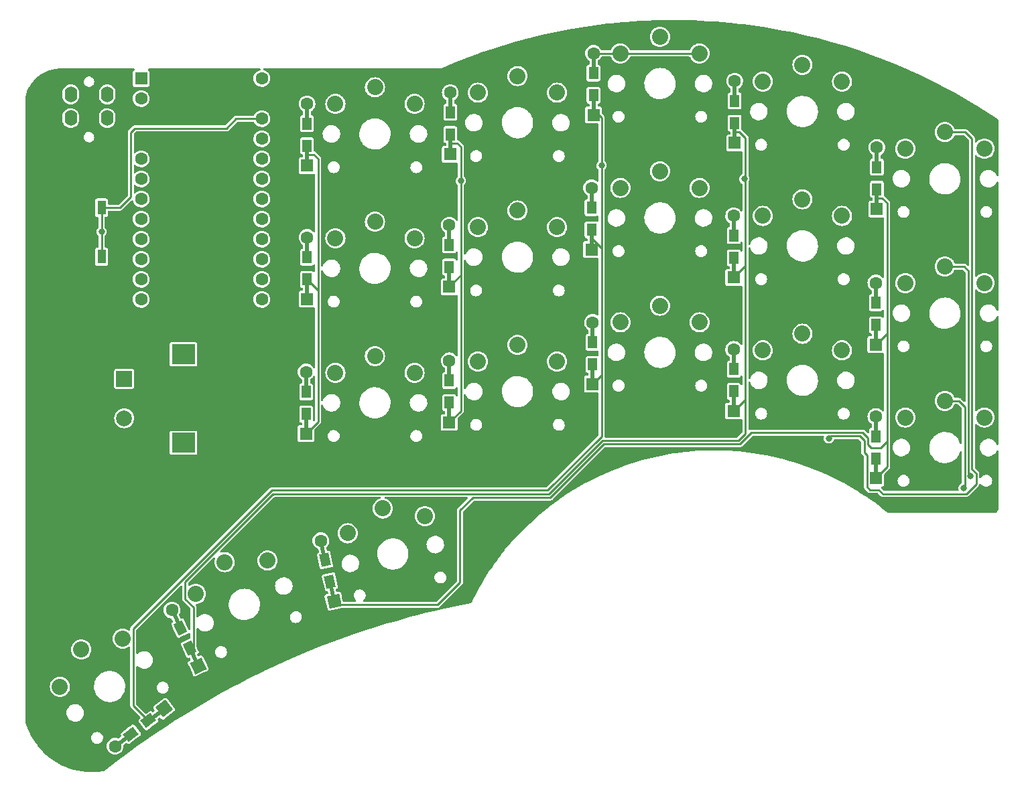
<source format=gbr>
%TF.GenerationSoftware,KiCad,Pcbnew,(5.99.0-11550-g369d813a32)*%
%TF.CreationDate,2021-07-28T18:11:38+05:30*%
%TF.ProjectId,Pteron36v0,50746572-6f6e-4333-9676-302e6b696361,rev?*%
%TF.SameCoordinates,Original*%
%TF.FileFunction,Copper,L2,Bot*%
%TF.FilePolarity,Positive*%
%FSLAX46Y46*%
G04 Gerber Fmt 4.6, Leading zero omitted, Abs format (unit mm)*
G04 Created by KiCad (PCBNEW (5.99.0-11550-g369d813a32)) date 2021-07-28 18:11:38*
%MOMM*%
%LPD*%
G01*
G04 APERTURE LIST*
G04 Aperture macros list*
%AMRotRect*
0 Rectangle, with rotation*
0 The origin of the aperture is its center*
0 $1 length*
0 $2 width*
0 $3 Rotation angle, in degrees counterclockwise*
0 Add horizontal line*
21,1,$1,$2,0,0,$3*%
G04 Aperture macros list end*
%TA.AperFunction,ComponentPad*%
%ADD10R,1.600000X1.600000*%
%TD*%
%TA.AperFunction,SMDPad,CuDef*%
%ADD11R,1.200000X1.600000*%
%TD*%
%TA.AperFunction,SMDPad,CuDef*%
%ADD12R,0.500000X2.900000*%
%TD*%
%TA.AperFunction,ComponentPad*%
%ADD13C,1.600000*%
%TD*%
%TA.AperFunction,ComponentPad*%
%ADD14RotRect,1.600000X1.600000X282.500000*%
%TD*%
%TA.AperFunction,SMDPad,CuDef*%
%ADD15RotRect,2.900000X0.500000X282.500000*%
%TD*%
%TA.AperFunction,SMDPad,CuDef*%
%ADD16RotRect,1.600000X1.200000X282.500000*%
%TD*%
%TA.AperFunction,ComponentPad*%
%ADD17RotRect,1.600000X1.600000X295.000000*%
%TD*%
%TA.AperFunction,SMDPad,CuDef*%
%ADD18RotRect,2.900000X0.500000X295.000000*%
%TD*%
%TA.AperFunction,SMDPad,CuDef*%
%ADD19RotRect,1.600000X1.200000X295.000000*%
%TD*%
%TA.AperFunction,SMDPad,CuDef*%
%ADD20RotRect,2.900000X0.500000X37.500000*%
%TD*%
%TA.AperFunction,ComponentPad*%
%ADD21RotRect,1.600000X1.600000X37.500000*%
%TD*%
%TA.AperFunction,SMDPad,CuDef*%
%ADD22RotRect,1.600000X1.200000X37.500000*%
%TD*%
%TA.AperFunction,ComponentPad*%
%ADD23O,1.600000X2.000000*%
%TD*%
%TA.AperFunction,ComponentPad*%
%ADD24C,2.032000*%
%TD*%
%TA.AperFunction,ComponentPad*%
%ADD25R,2.000000X2.000000*%
%TD*%
%TA.AperFunction,ComponentPad*%
%ADD26C,2.000000*%
%TD*%
%TA.AperFunction,ComponentPad*%
%ADD27R,3.000000X2.500000*%
%TD*%
%TA.AperFunction,SMDPad,CuDef*%
%ADD28R,1.100000X1.800000*%
%TD*%
%TA.AperFunction,ViaPad*%
%ADD29C,0.800000*%
%TD*%
%TA.AperFunction,Conductor*%
%ADD30C,0.250000*%
%TD*%
G04 APERTURE END LIST*
D10*
%TO.P,D7,1,K*%
%TO.N,/Col1*%
X225407000Y-66160328D03*
D11*
X225407000Y-63660328D03*
D12*
X225407000Y-64760328D03*
%TO.P,D7,2,A*%
%TO.N,Net-(D7-Pad2)*%
X225407000Y-59760328D03*
D11*
X225407000Y-60860328D03*
D13*
X225407000Y-58360328D03*
%TD*%
D10*
%TO.P,D8,1,K*%
%TO.N,/Col1*%
X225280000Y-83305328D03*
D11*
X225280000Y-80805328D03*
D12*
X225280000Y-81905328D03*
D13*
%TO.P,D8,2,A*%
%TO.N,Net-(D8-Pad2)*%
X225280000Y-75505328D03*
D11*
X225280000Y-78005328D03*
D12*
X225280000Y-76905328D03*
%TD*%
%TO.P,D9,1,K*%
%TO.N,/Col1*%
X225280000Y-98796328D03*
D11*
X225280000Y-97696328D03*
D10*
X225280000Y-100196328D03*
D13*
%TO.P,D9,2,A*%
%TO.N,Net-(D9-Pad2)*%
X225280000Y-92396328D03*
D11*
X225280000Y-94896328D03*
D12*
X225280000Y-93796328D03*
%TD*%
D14*
%TO.P,D10,1,K*%
%TO.N,/Col1*%
X156844114Y-115724168D03*
D15*
X156541099Y-114357354D03*
D16*
X156303015Y-113283428D03*
%TO.P,D10,2,A*%
%TO.N,Net-(D10-Pad2)*%
X155696985Y-110549800D03*
D13*
X155155886Y-108109060D03*
D15*
X155458901Y-109475874D03*
%TD*%
D11*
%TO.P,D12,1,K*%
%TO.N,/Col2*%
X207441000Y-55306998D03*
D10*
X207441000Y-57806998D03*
D12*
X207441000Y-56406998D03*
D11*
%TO.P,D12,2,A*%
%TO.N,Net-(D12-Pad2)*%
X207441000Y-52506998D03*
D13*
X207441000Y-50006998D03*
D12*
X207441000Y-51406998D03*
%TD*%
D10*
%TO.P,D13,1,K*%
%TO.N,/Col2*%
X207314000Y-74824998D03*
D12*
X207314000Y-73424998D03*
D11*
X207314000Y-72324998D03*
D12*
%TO.P,D13,2,A*%
%TO.N,Net-(D13-Pad2)*%
X207314000Y-68424998D03*
D13*
X207314000Y-67024998D03*
D11*
X207314000Y-69524998D03*
%TD*%
D10*
%TO.P,D14,1,K*%
%TO.N,/Col2*%
X207314000Y-91715998D03*
D11*
X207314000Y-89215998D03*
D12*
X207314000Y-90315998D03*
D11*
%TO.P,D14,2,A*%
%TO.N,Net-(D14-Pad2)*%
X207314000Y-86415998D03*
D13*
X207314000Y-83915998D03*
D12*
X207314000Y-85315998D03*
%TD*%
D17*
%TO.P,D15,1,K*%
%TO.N,/Col2*%
X139648211Y-123951210D03*
D18*
X139056546Y-122682379D03*
D19*
X138591666Y-121685441D03*
D18*
%TO.P,D15,2,A*%
%TO.N,Net-(D15-Pad2)*%
X136943454Y-118150841D03*
D19*
X137408334Y-119147779D03*
D13*
X136351789Y-116882010D03*
%TD*%
D12*
%TO.P,D17,1,K*%
%TO.N,/Col3*%
X189602000Y-52870664D03*
D10*
X189602000Y-54270664D03*
D11*
X189602000Y-51770664D03*
D13*
%TO.P,D17,2,A*%
%TO.N,Net-(D17-Pad2)*%
X189602000Y-46470664D03*
D11*
X189602000Y-48970664D03*
D12*
X189602000Y-47870664D03*
%TD*%
D10*
%TO.P,D18,1,K*%
%TO.N,/Col3*%
X189348000Y-71288664D03*
D11*
X189348000Y-68788664D03*
D12*
X189348000Y-69888664D03*
D11*
%TO.P,D18,2,A*%
%TO.N,Net-(D18-Pad2)*%
X189348000Y-65988664D03*
D12*
X189348000Y-64888664D03*
D13*
X189348000Y-63488664D03*
%TD*%
D12*
%TO.P,D19,1,K*%
%TO.N,/Col3*%
X189475000Y-86906664D03*
D10*
X189475000Y-88306664D03*
D11*
X189475000Y-85806664D03*
D12*
%TO.P,D19,2,A*%
%TO.N,Net-(D19-Pad2)*%
X189475000Y-81906664D03*
D13*
X189475000Y-80506664D03*
D11*
X189475000Y-83006664D03*
%TD*%
D20*
%TO.P,D20,1,K*%
%TO.N,/Col3*%
X134241183Y-130202496D03*
D21*
X135351878Y-129350230D03*
D22*
X133368495Y-130872134D03*
%TO.P,D20,2,A*%
%TO.N,Net-(D20-Pad2)*%
X131147105Y-132576666D03*
D20*
X130274417Y-133246304D03*
D13*
X129163722Y-134098570D03*
%TD*%
D12*
%TO.P,D22,1,K*%
%TO.N,/Col4*%
X171509000Y-57843330D03*
D11*
X171509000Y-56743330D03*
D10*
X171509000Y-59243330D03*
D11*
%TO.P,D22,2,A*%
%TO.N,Net-(D22-Pad2)*%
X171509000Y-53943330D03*
D12*
X171509000Y-52843330D03*
D13*
X171509000Y-51443330D03*
%TD*%
D11*
%TO.P,D23,1,K*%
%TO.N,/Col4*%
X171382000Y-73507330D03*
D10*
X171382000Y-76007330D03*
D12*
X171382000Y-74607330D03*
%TO.P,D23,2,A*%
%TO.N,Net-(D23-Pad2)*%
X171382000Y-69607330D03*
D11*
X171382000Y-70707330D03*
D13*
X171382000Y-68207330D03*
%TD*%
D12*
%TO.P,D24,1,K*%
%TO.N,/Col4*%
X171382000Y-91752330D03*
D11*
X171382000Y-90652330D03*
D10*
X171382000Y-93152330D03*
D13*
%TO.P,D24,2,A*%
%TO.N,Net-(D24-Pad2)*%
X171382000Y-85352330D03*
D12*
X171382000Y-86752330D03*
D11*
X171382000Y-87852330D03*
%TD*%
D10*
%TO.P,D26,1,K*%
%TO.N,/Col5*%
X153416000Y-60669000D03*
D12*
X153416000Y-59269000D03*
D11*
X153416000Y-58169000D03*
D12*
%TO.P,D26,2,A*%
%TO.N,Net-(D26-Pad2)*%
X153416000Y-54269000D03*
D11*
X153416000Y-55369000D03*
D13*
X153416000Y-52869000D03*
%TD*%
D12*
%TO.P,D27,1,K*%
%TO.N,/Col5*%
X153416000Y-76160000D03*
D10*
X153416000Y-77560000D03*
D11*
X153416000Y-75060000D03*
%TO.P,D27,2,A*%
%TO.N,Net-(D27-Pad2)*%
X153416000Y-72260000D03*
D13*
X153416000Y-69760000D03*
D12*
X153416000Y-71160000D03*
%TD*%
D23*
%TO.P,J1,1*%
%TO.N,GND*%
X123570000Y-59768980D03*
%TO.P,J1,2*%
X128170000Y-58668980D03*
%TO.P,J1,3*%
%TO.N,VCC*%
X128170000Y-54668980D03*
%TO.P,J1,4*%
%TO.N,/Serial*%
X128170000Y-51668980D03*
%TD*%
D24*
%TO.P,SW8,1,1*%
%TO.N,/Row2*%
X234000000Y-73433328D03*
%TO.P,SW8,2,2*%
%TO.N,Net-(D8-Pad2)*%
X229000000Y-75533328D03*
X239000000Y-75533328D03*
%TD*%
%TO.P,SW9,1,1*%
%TO.N,/Row3*%
X234000000Y-90433328D03*
%TO.P,SW9,2,2*%
%TO.N,Net-(D9-Pad2)*%
X239000000Y-92533328D03*
X229000000Y-92533328D03*
%TD*%
%TO.P,SW13,1,1*%
%TO.N,/Row2*%
X216000000Y-64933332D03*
%TO.P,SW13,2,2*%
%TO.N,Net-(D13-Pad2)*%
X211000000Y-67033332D03*
X221000000Y-67033332D03*
%TD*%
%TO.P,SW14,1,1*%
%TO.N,/Row3*%
X216000000Y-81933332D03*
%TO.P,SW14,2,2*%
%TO.N,Net-(D14-Pad2)*%
X221000000Y-84033332D03*
X211000000Y-84033332D03*
%TD*%
%TO.P,SW15,1,1*%
%TO.N,/Row4*%
X143006552Y-110819396D03*
%TO.P,SW15,2,2*%
%TO.N,Net-(D15-Pad2)*%
X139362512Y-114835734D03*
X148425590Y-110609551D03*
%TD*%
%TO.P,SW20,1,1*%
%TO.N,/Row4*%
X124881508Y-121862015D03*
%TO.P,SW20,2,2*%
%TO.N,Net-(D20-Pad2)*%
X122193140Y-126571864D03*
X130126673Y-120484250D03*
%TD*%
%TO.P,SW22,1,1*%
%TO.N,/Row1*%
X180000000Y-49349998D03*
%TO.P,SW22,2,2*%
%TO.N,Net-(D22-Pad2)*%
X175000000Y-51449998D03*
X185000000Y-51449998D03*
%TD*%
%TO.P,SW23,1,1*%
%TO.N,/Row2*%
X180000000Y-66349998D03*
%TO.P,SW23,2,2*%
%TO.N,Net-(D23-Pad2)*%
X175000000Y-68449998D03*
X185000000Y-68449998D03*
%TD*%
%TO.P,SW24,1,1*%
%TO.N,/Row3*%
X180000000Y-83349998D03*
%TO.P,SW24,2,2*%
%TO.N,Net-(D24-Pad2)*%
X175000000Y-85449998D03*
X185000000Y-85449998D03*
%TD*%
%TO.P,SW26,1,1*%
%TO.N,/Row1*%
X162000000Y-50766664D03*
%TO.P,SW26,2,2*%
%TO.N,Net-(D26-Pad2)*%
X167000000Y-52866664D03*
X157000000Y-52866664D03*
%TD*%
%TO.P,SW27,1,1*%
%TO.N,/Row2*%
X162000000Y-67766664D03*
%TO.P,SW27,2,2*%
%TO.N,Net-(D27-Pad2)*%
X157000000Y-69866664D03*
X167000000Y-69866664D03*
%TD*%
%TO.P,SW28,1,1*%
%TO.N,/Row3*%
X162000000Y-84766664D03*
%TO.P,SW28,2,2*%
%TO.N,Net-(D28-Pad2)*%
X157000000Y-86866664D03*
X167000000Y-86866664D03*
%TD*%
D10*
%TO.P,U1,1,TX*%
%TO.N,/Serial*%
X132461000Y-49657000D03*
D13*
%TO.P,U1,2,RX*%
%TO.N,N/C*%
X132461000Y-52197000D03*
%TO.P,U1,3,GND*%
%TO.N,GND*%
X132461000Y-54737000D03*
%TO.P,U1,4,GND*%
X132461000Y-57277000D03*
%TO.P,U1,5,SCL*%
%TO.N,N/C*%
X132461000Y-59817000D03*
%TO.P,U1,6,SDA*%
X132461000Y-62357000D03*
%TO.P,U1,7,D4*%
X132461000Y-64897000D03*
%TO.P,U1,8,C6*%
X132461000Y-67437000D03*
%TO.P,U1,9,D7*%
%TO.N,/Row2*%
X132461000Y-69977000D03*
%TO.P,U1,10,E6*%
%TO.N,/Row1*%
X132461000Y-72517000D03*
%TO.P,U1,11,B4*%
%TO.N,/Row3*%
X132461000Y-75057000D03*
%TO.P,U1,12,B5*%
%TO.N,/Row4*%
X132461000Y-77597000D03*
%TO.P,U1,13,B6*%
%TO.N,N/C*%
X147701000Y-77597000D03*
%TO.P,U1,14,B2*%
%TO.N,/Col5*%
X147701000Y-75057000D03*
%TO.P,U1,15,B3*%
%TO.N,/Col4*%
X147701000Y-72517000D03*
%TO.P,U1,16,B1*%
%TO.N,/Col3*%
X147701000Y-69977000D03*
%TO.P,U1,17,F7*%
%TO.N,/Col2*%
X147701000Y-67437000D03*
%TO.P,U1,18,F6*%
%TO.N,/Col1*%
X147701000Y-64897000D03*
%TO.P,U1,19,F5*%
%TO.N,/RotB*%
X147701000Y-62357000D03*
%TO.P,U1,20,F4*%
%TO.N,/RotA*%
X147701000Y-59817000D03*
%TO.P,U1,21,VCC*%
%TO.N,VCC*%
X147701000Y-57277000D03*
%TO.P,U1,22,RST*%
%TO.N,Net-(RST1-Pad1)*%
X147701000Y-54737000D03*
%TO.P,U1,23,GND*%
%TO.N,GND*%
X147701000Y-52197000D03*
%TO.P,U1,24,RAW*%
%TO.N,N/C*%
X147701000Y-49657000D03*
%TD*%
D24*
%TO.P,SW7,1,1*%
%TO.N,/Row1*%
X234000000Y-56433328D03*
%TO.P,SW7,2,2*%
%TO.N,Net-(D7-Pad2)*%
X229000000Y-58533328D03*
X239000000Y-58533328D03*
%TD*%
%TO.P,SW12,1,1*%
%TO.N,/Row1*%
X216000000Y-47933332D03*
%TO.P,SW12,2,2*%
%TO.N,Net-(D12-Pad2)*%
X221000000Y-50033332D03*
X211000000Y-50033332D03*
%TD*%
D10*
%TO.P,D28,1,K*%
%TO.N,/Col5*%
X153289000Y-94578000D03*
D11*
X153289000Y-92078000D03*
D12*
X153289000Y-93178000D03*
D13*
%TO.P,D28,2,A*%
%TO.N,Net-(D28-Pad2)*%
X153289000Y-86778000D03*
D12*
X153289000Y-88178000D03*
D11*
X153289000Y-89278000D03*
%TD*%
D24*
%TO.P,SW17,1,1*%
%TO.N,/Row1*%
X198000000Y-44391667D03*
%TO.P,SW17,2,2*%
%TO.N,Net-(D17-Pad2)*%
X203000000Y-46491667D03*
X193000000Y-46491667D03*
%TD*%
%TO.P,SW19,1,1*%
%TO.N,/Row3*%
X198000000Y-78391667D03*
%TO.P,SW19,2,2*%
%TO.N,Net-(D19-Pad2)*%
X203000000Y-80491667D03*
X193000000Y-80491667D03*
%TD*%
%TO.P,SW18,1,1*%
%TO.N,/Row2*%
X198000000Y-61391667D03*
%TO.P,SW18,2,2*%
%TO.N,Net-(D18-Pad2)*%
X203000000Y-63491667D03*
X193000000Y-63491667D03*
%TD*%
%TO.P,SW10,1,1*%
%TO.N,/Row4*%
X162973006Y-104031469D03*
%TO.P,SW10,2,2*%
%TO.N,Net-(D10-Pad2)*%
X168309010Y-104999492D03*
X158546049Y-107163888D03*
%TD*%
D25*
%TO.P,EN_1,A,A*%
%TO.N,/RotA*%
X130302000Y-87630000D03*
D26*
%TO.P,EN_1,B,B*%
%TO.N,/RotB*%
X130302000Y-92630000D03*
%TO.P,EN_1,C,C*%
%TO.N,GND*%
X130302000Y-90130000D03*
D27*
%TO.P,EN_1,MP*%
%TO.N,N/C*%
X137802000Y-95730000D03*
X137802000Y-84530000D03*
%TD*%
D23*
%TO.P,J2,1*%
%TO.N,GND*%
X128170000Y-59768980D03*
%TO.P,J2,2*%
X123570000Y-58668980D03*
%TO.P,J2,3*%
%TO.N,VCC*%
X123570000Y-54668980D03*
%TO.P,J2,4*%
%TO.N,/Serial*%
X123570000Y-51668980D03*
%TD*%
D28*
%TO.P,RST2,1,1*%
%TO.N,Net-(RST1-Pad1)*%
X127453000Y-72188000D03*
X127453000Y-65988000D03*
%TO.P,RST2,2,2*%
%TO.N,GND*%
X123753000Y-65988000D03*
X123753000Y-72188000D03*
%TD*%
D29*
%TO.N,/Col2*%
X208656347Y-62361653D03*
%TO.N,/Col3*%
X190627000Y-60667167D03*
%TO.N,/Col4*%
X172847000Y-62611000D03*
%TO.N,/Row1*%
X219354400Y-95161700D03*
%TO.N,/Row2*%
X237249300Y-99949000D03*
%TO.N,/Row3*%
X236372400Y-101473000D03*
%TO.N,GND*%
X123753000Y-68705301D03*
%TO.N,Net-(RST1-Pad1)*%
X127453000Y-69016000D03*
%TD*%
D30*
%TO.N,/Col1*%
X226695000Y-81890328D02*
X225280000Y-83305328D01*
X226695000Y-93853000D02*
X226695000Y-95530350D01*
X225407000Y-64760328D02*
X226050328Y-64760328D01*
X209550718Y-94437200D02*
X208085198Y-95902720D01*
X174359980Y-102627020D02*
X172720000Y-104267000D01*
X157324946Y-116205000D02*
X156844114Y-115724168D01*
X184176836Y-102641400D02*
X174374360Y-102641400D01*
X190915516Y-95902720D02*
X184176836Y-102641400D01*
X174374360Y-102641400D02*
X174359980Y-102627020D01*
X226695000Y-98781328D02*
X225280000Y-100196328D01*
X226695000Y-80518000D02*
X226695000Y-81890328D01*
X169926000Y-116205000D02*
X157324946Y-116205000D01*
X225857750Y-96367600D02*
X224663000Y-96367600D01*
X172720000Y-104267000D02*
X172720000Y-113411000D01*
X224663000Y-96367600D02*
X224256600Y-95961200D01*
X223621600Y-94437200D02*
X209550718Y-94437200D01*
X226695000Y-93853000D02*
X226695000Y-98781328D01*
X226695000Y-80518000D02*
X226695000Y-93853000D01*
X226695000Y-95530350D02*
X225857750Y-96367600D01*
X224256600Y-95961200D02*
X224256600Y-95072200D01*
X226695000Y-65405000D02*
X226695000Y-80518000D01*
X224256600Y-95072200D02*
X223621600Y-94437200D01*
X172720000Y-113411000D02*
X169926000Y-116205000D01*
X226050328Y-64760328D02*
X226695000Y-65405000D01*
X208085198Y-95902720D02*
X190915516Y-95902720D01*
%TO.N,/Col2*%
X208788000Y-57150000D02*
X208788000Y-63329637D01*
X177723800Y-102191880D02*
X177709420Y-102177500D01*
X148324005Y-103010405D02*
X148946305Y-102388105D01*
X149156910Y-102177500D02*
X148324005Y-103010405D01*
X138021511Y-113312899D02*
X148324005Y-103010405D01*
X138021511Y-115479415D02*
X138021511Y-113312899D01*
X139056546Y-122682379D02*
X139056546Y-116514450D01*
X208788000Y-73350998D02*
X207314000Y-74824998D01*
X177709420Y-102177500D02*
X149156910Y-102177500D01*
X208788000Y-89789000D02*
X208788000Y-94564200D01*
X208788000Y-72517000D02*
X208788000Y-89789000D01*
X208788000Y-63329637D02*
X208788000Y-72517000D01*
X148946305Y-102388105D02*
X149099410Y-102235000D01*
X149099410Y-102235000D02*
X149225000Y-102235000D01*
X149225000Y-102235000D02*
X149282990Y-102177010D01*
X208044998Y-56406998D02*
X208788000Y-57150000D01*
X207899000Y-95453200D02*
X190729318Y-95453200D01*
X208788000Y-72517000D02*
X208788000Y-73350998D01*
X208788000Y-89789000D02*
X208788000Y-90043000D01*
X208788000Y-90043000D02*
X208788000Y-90241998D01*
X207441000Y-56406998D02*
X208044998Y-56406998D01*
X139056546Y-116514450D02*
X138021511Y-115479415D01*
X183990638Y-102191880D02*
X177723800Y-102191880D01*
X208788000Y-90241998D02*
X207314000Y-91715998D01*
X190729318Y-95453200D02*
X183990638Y-102191880D01*
X208788000Y-94564200D02*
X207899000Y-95453200D01*
X208788000Y-63329637D02*
X208788000Y-62493306D01*
X208788000Y-62493306D02*
X208656347Y-62361653D01*
%TO.N,/Col3*%
X131467674Y-119230326D02*
X131467674Y-126566788D01*
X131470400Y-126569514D02*
X131470400Y-128974039D01*
X183804440Y-101742360D02*
X179501800Y-101742360D01*
X190627000Y-71167664D02*
X189348000Y-69888664D01*
X177215800Y-101727980D02*
X177215310Y-101727490D01*
X190287664Y-54270664D02*
X190627000Y-54610000D01*
X190627000Y-59817000D02*
X190627000Y-71628000D01*
X131467674Y-126566788D02*
X131470400Y-126569514D01*
X190627000Y-54610000D02*
X190627000Y-59817000D01*
X148971000Y-101727000D02*
X131467674Y-119230326D01*
X179501800Y-101742360D02*
X179487420Y-101727980D01*
X190627000Y-87154664D02*
X189475000Y-88306664D01*
X131470400Y-128974039D02*
X133368495Y-130872134D01*
X189602000Y-54270664D02*
X190287664Y-54270664D01*
X177215310Y-101727490D02*
X149096792Y-101727490D01*
X190627000Y-71628000D02*
X190627000Y-87154664D01*
X190627000Y-94919800D02*
X183804440Y-101742360D01*
X190627000Y-71628000D02*
X190627000Y-71167664D01*
X179487420Y-101727980D02*
X177215800Y-101727980D01*
X190627000Y-87154664D02*
X190627000Y-94919800D01*
%TO.N,Net-(D17-Pad2)*%
X192978997Y-46470664D02*
X193000000Y-46491667D01*
X193000000Y-46491667D02*
X203000000Y-46491667D01*
X189602000Y-46470664D02*
X192978997Y-46470664D01*
%TO.N,/Col4*%
X172847000Y-62611000D02*
X172847000Y-64262000D01*
X172847000Y-91687330D02*
X171382000Y-93152330D01*
X172847000Y-74542330D02*
X172847000Y-91687330D01*
X172847000Y-64262000D02*
X172847000Y-74542330D01*
X172847000Y-58293000D02*
X172847000Y-62611000D01*
X172847000Y-74542330D02*
X171382000Y-76007330D01*
X172397330Y-57843330D02*
X172847000Y-58293000D01*
X171509000Y-57843330D02*
X172397330Y-57843330D01*
%TO.N,/Col5*%
X153416000Y-59269000D02*
X154265000Y-59269000D01*
X154813000Y-93054000D02*
X153289000Y-94578000D01*
X154813000Y-76835000D02*
X154813000Y-76457000D01*
X154265000Y-59269000D02*
X154813000Y-59817000D01*
X154813000Y-76457000D02*
X153416000Y-75060000D01*
X154813000Y-76835000D02*
X154813000Y-93054000D01*
X154813000Y-59817000D02*
X154813000Y-76835000D01*
%TO.N,/Row1*%
X224155000Y-97282000D02*
X224155000Y-101320350D01*
X223807080Y-96934080D02*
X224155000Y-97282000D01*
X237423840Y-97764600D02*
X237431520Y-97756920D01*
X219629380Y-94886720D02*
X223232920Y-94886720D01*
X237973811Y-100912989D02*
X237973811Y-99609971D01*
X236689289Y-102197511D02*
X237973811Y-100912989D01*
X237973811Y-99609971D02*
X237423840Y-99060000D01*
X224510850Y-101676200D02*
X225653600Y-101676200D01*
X223807080Y-95460880D02*
X223807080Y-96934080D01*
X225653600Y-101676200D02*
X226174911Y-102197511D01*
X224155000Y-101320350D02*
X224510850Y-101676200D01*
X219354400Y-95161700D02*
X219629380Y-94886720D01*
X223232920Y-94886720D02*
X223807080Y-95460880D01*
X237431520Y-97756920D02*
X237431520Y-57294720D01*
X226174911Y-102197511D02*
X236689289Y-102197511D01*
X237423840Y-99060000D02*
X237423840Y-97764600D01*
X236570128Y-56433328D02*
X234000000Y-56433328D01*
X237431520Y-57294720D02*
X236570128Y-56433328D01*
%TO.N,/Row2*%
X236974320Y-92184280D02*
X236974320Y-99674020D01*
X236974320Y-99674020D02*
X237249300Y-99949000D01*
X236982000Y-92176600D02*
X236974320Y-92184280D01*
X234000000Y-73433328D02*
X236425128Y-73433328D01*
X236425128Y-73433328D02*
X236982000Y-73990200D01*
X236982000Y-73990200D02*
X236982000Y-92176600D01*
%TO.N,/Row3*%
X236372400Y-101473000D02*
X236524800Y-101320600D01*
X236524800Y-91211400D02*
X235746728Y-90433328D01*
X236524800Y-101320600D02*
X236524800Y-91211400D01*
X235746728Y-90433328D02*
X234000000Y-90433328D01*
%TO.N,Net-(RST1-Pad1)*%
X127453000Y-65988000D02*
X127453000Y-69016000D01*
X131140200Y-56464200D02*
X131140200Y-64643000D01*
X147701000Y-54737000D02*
X144449800Y-54737000D01*
X143205200Y-55981600D02*
X131622800Y-55981600D01*
X129795200Y-65988000D02*
X127453000Y-65988000D01*
X131622800Y-55981600D02*
X131140200Y-56464200D01*
X127453000Y-69016000D02*
X127453000Y-72188000D01*
X131140200Y-64643000D02*
X129795200Y-65988000D01*
X144449800Y-54737000D02*
X143205200Y-55981600D01*
%TD*%
%TA.AperFunction,Conductor*%
%TO.N,GND*%
G36*
X199759538Y-42252412D02*
G01*
X200539791Y-42262398D01*
X201436697Y-42273878D01*
X201439495Y-42273946D01*
X202337894Y-42306056D01*
X203115766Y-42333858D01*
X203118651Y-42333995D01*
X204212966Y-42398254D01*
X204793002Y-42432315D01*
X204795838Y-42432513D01*
X206215348Y-42548577D01*
X206467546Y-42569198D01*
X206470422Y-42569466D01*
X206814480Y-42605555D01*
X208138594Y-42744443D01*
X208141428Y-42744774D01*
X208628348Y-42807164D01*
X209805079Y-42957941D01*
X209807940Y-42958341D01*
X211466256Y-43209590D01*
X211469107Y-43210055D01*
X213121284Y-43499266D01*
X213124123Y-43499797D01*
X214769193Y-43826802D01*
X214772020Y-43827398D01*
X216409136Y-44192025D01*
X216411949Y-44192685D01*
X218040304Y-44594755D01*
X218043100Y-44595479D01*
X218852475Y-44815133D01*
X219658406Y-45033852D01*
X219661851Y-45034787D01*
X219664630Y-45035576D01*
X221272826Y-45511863D01*
X221275586Y-45512715D01*
X222872439Y-46025744D01*
X222875180Y-46026659D01*
X224459905Y-46576182D01*
X224462623Y-46577160D01*
X226034295Y-47162855D01*
X226036990Y-47163895D01*
X227594798Y-47785458D01*
X227597469Y-47786559D01*
X229140677Y-48443698D01*
X229143264Y-48444834D01*
X229723555Y-48707813D01*
X230671032Y-49137195D01*
X230673649Y-49138418D01*
X232185044Y-49865574D01*
X232187633Y-49866856D01*
X233439507Y-50504899D01*
X233680999Y-50627980D01*
X233682013Y-50628497D01*
X233684564Y-50629834D01*
X235161099Y-51425541D01*
X235163521Y-51426881D01*
X236621560Y-52256304D01*
X236623977Y-52257717D01*
X237275596Y-52648438D01*
X238062473Y-53120263D01*
X238064933Y-53121777D01*
X239483225Y-54017043D01*
X239485650Y-54018612D01*
X240198248Y-54491612D01*
X240714397Y-54834215D01*
X240716881Y-54835864D01*
X240762575Y-54890202D01*
X240773200Y-54940843D01*
X240773200Y-61875288D01*
X240753198Y-61943409D01*
X240699542Y-61989902D01*
X240629268Y-62000006D01*
X240564688Y-61970512D01*
X240534194Y-61931016D01*
X240533847Y-61930311D01*
X240506712Y-61875288D01*
X240449102Y-61758464D01*
X240449099Y-61758460D01*
X240446547Y-61753284D01*
X240336891Y-61606436D01*
X240328445Y-61595126D01*
X240328444Y-61595125D01*
X240324992Y-61590502D01*
X240320756Y-61586586D01*
X240180048Y-61456517D01*
X240180045Y-61456515D01*
X240175808Y-61452598D01*
X240079238Y-61391667D01*
X240008875Y-61347271D01*
X240008870Y-61347269D01*
X240003991Y-61344190D01*
X239841860Y-61279506D01*
X239820665Y-61271050D01*
X239815296Y-61268908D01*
X239616041Y-61229273D01*
X239610266Y-61229197D01*
X239610262Y-61229197D01*
X239508884Y-61227870D01*
X239412900Y-61226614D01*
X239407203Y-61227593D01*
X239407202Y-61227593D01*
X239218373Y-61260040D01*
X239212676Y-61261019D01*
X239022074Y-61331336D01*
X238847478Y-61435209D01*
X238843138Y-61439015D01*
X238843134Y-61439018D01*
X238716348Y-61550208D01*
X238694736Y-61569161D01*
X238691161Y-61573696D01*
X238691160Y-61573697D01*
X238670640Y-61599727D01*
X238568962Y-61728705D01*
X238566273Y-61733816D01*
X238566271Y-61733819D01*
X238544043Y-61776067D01*
X238474368Y-61908497D01*
X238414123Y-62102518D01*
X238390244Y-62304268D01*
X238403532Y-62506992D01*
X238453540Y-62703899D01*
X238538594Y-62888396D01*
X238655846Y-63054304D01*
X238721553Y-63118313D01*
X238778487Y-63173775D01*
X238801369Y-63196066D01*
X238806165Y-63199271D01*
X238806168Y-63199273D01*
X238909564Y-63268360D01*
X238970289Y-63308935D01*
X238975597Y-63311216D01*
X238975598Y-63311216D01*
X239151646Y-63386852D01*
X239151649Y-63386853D01*
X239156949Y-63389130D01*
X239162579Y-63390404D01*
X239349462Y-63432692D01*
X239349465Y-63432692D01*
X239355098Y-63433967D01*
X239360869Y-63434194D01*
X239360871Y-63434194D01*
X239422482Y-63436615D01*
X239558100Y-63441943D01*
X239658628Y-63427367D01*
X239753442Y-63413620D01*
X239753447Y-63413619D01*
X239759156Y-63412791D01*
X239764620Y-63410936D01*
X239764625Y-63410935D01*
X239946061Y-63349346D01*
X239946066Y-63349344D01*
X239951533Y-63347488D01*
X239956576Y-63344664D01*
X240123741Y-63251047D01*
X240123745Y-63251044D01*
X240128788Y-63248220D01*
X240284985Y-63118313D01*
X240414892Y-62962116D01*
X240417716Y-62957073D01*
X240417719Y-62957069D01*
X240511336Y-62789904D01*
X240511337Y-62789902D01*
X240514160Y-62784861D01*
X240527887Y-62744422D01*
X240568724Y-62686346D01*
X240634476Y-62659567D01*
X240704269Y-62672588D01*
X240755942Y-62721274D01*
X240773200Y-62784923D01*
X240773200Y-78875288D01*
X240753198Y-78943409D01*
X240699542Y-78989902D01*
X240629268Y-79000006D01*
X240564688Y-78970512D01*
X240534194Y-78931016D01*
X240533847Y-78930311D01*
X240481521Y-78824205D01*
X240449102Y-78758464D01*
X240449099Y-78758460D01*
X240446547Y-78753284D01*
X240373826Y-78655898D01*
X240328445Y-78595126D01*
X240328444Y-78595125D01*
X240324992Y-78590502D01*
X240315915Y-78582111D01*
X240180048Y-78456517D01*
X240180045Y-78456515D01*
X240175808Y-78452598D01*
X240078398Y-78391137D01*
X240008875Y-78347271D01*
X240008870Y-78347269D01*
X240003991Y-78344190D01*
X239841860Y-78279506D01*
X239820665Y-78271050D01*
X239815296Y-78268908D01*
X239616041Y-78229273D01*
X239610266Y-78229197D01*
X239610262Y-78229197D01*
X239508884Y-78227870D01*
X239412900Y-78226614D01*
X239407203Y-78227593D01*
X239407202Y-78227593D01*
X239218373Y-78260040D01*
X239212676Y-78261019D01*
X239022074Y-78331336D01*
X238847478Y-78435209D01*
X238843138Y-78439015D01*
X238843134Y-78439018D01*
X238724015Y-78543484D01*
X238694736Y-78569161D01*
X238691161Y-78573696D01*
X238691160Y-78573697D01*
X238670640Y-78599727D01*
X238568962Y-78728705D01*
X238566273Y-78733816D01*
X238566271Y-78733819D01*
X238556030Y-78753284D01*
X238474368Y-78908497D01*
X238414123Y-79102518D01*
X238390244Y-79304268D01*
X238403532Y-79506992D01*
X238453540Y-79703899D01*
X238538594Y-79888396D01*
X238655846Y-80054304D01*
X238801369Y-80196066D01*
X238806165Y-80199271D01*
X238806168Y-80199273D01*
X238912324Y-80270204D01*
X238970289Y-80308935D01*
X238975597Y-80311216D01*
X238975598Y-80311216D01*
X239151646Y-80386852D01*
X239151649Y-80386853D01*
X239156949Y-80389130D01*
X239162579Y-80390404D01*
X239349462Y-80432692D01*
X239349465Y-80432692D01*
X239355098Y-80433967D01*
X239360869Y-80434194D01*
X239360871Y-80434194D01*
X239422482Y-80436615D01*
X239558100Y-80441943D01*
X239658628Y-80427367D01*
X239753442Y-80413620D01*
X239753447Y-80413619D01*
X239759156Y-80412791D01*
X239764620Y-80410936D01*
X239764625Y-80410935D01*
X239946061Y-80349346D01*
X239946066Y-80349344D01*
X239951533Y-80347488D01*
X239956576Y-80344664D01*
X240123741Y-80251047D01*
X240123745Y-80251044D01*
X240128788Y-80248220D01*
X240284985Y-80118313D01*
X240414892Y-79962116D01*
X240417716Y-79957073D01*
X240417719Y-79957069D01*
X240511336Y-79789904D01*
X240511337Y-79789902D01*
X240514160Y-79784861D01*
X240527887Y-79744422D01*
X240568724Y-79686346D01*
X240634476Y-79659567D01*
X240704269Y-79672588D01*
X240755942Y-79721274D01*
X240773200Y-79784923D01*
X240773200Y-95875288D01*
X240753198Y-95943409D01*
X240699542Y-95989902D01*
X240629268Y-96000006D01*
X240564688Y-95970512D01*
X240534194Y-95931016D01*
X240533847Y-95930311D01*
X240478104Y-95817276D01*
X240449102Y-95758464D01*
X240449099Y-95758460D01*
X240446547Y-95753284D01*
X240336891Y-95606436D01*
X240328445Y-95595126D01*
X240328444Y-95595125D01*
X240324992Y-95590502D01*
X240320338Y-95586200D01*
X240180048Y-95456517D01*
X240180045Y-95456515D01*
X240175808Y-95452598D01*
X240087500Y-95396880D01*
X240008875Y-95347271D01*
X240008870Y-95347269D01*
X240003991Y-95344190D01*
X239841860Y-95279506D01*
X239820665Y-95271050D01*
X239815296Y-95268908D01*
X239616041Y-95229273D01*
X239610266Y-95229197D01*
X239610262Y-95229197D01*
X239508884Y-95227870D01*
X239412900Y-95226614D01*
X239407203Y-95227593D01*
X239407202Y-95227593D01*
X239218373Y-95260040D01*
X239212676Y-95261019D01*
X239022074Y-95331336D01*
X238847478Y-95435209D01*
X238843138Y-95439015D01*
X238843134Y-95439018D01*
X238716348Y-95550208D01*
X238694736Y-95569161D01*
X238691161Y-95573696D01*
X238691160Y-95573697D01*
X238667572Y-95603619D01*
X238568962Y-95728705D01*
X238566273Y-95733816D01*
X238566271Y-95733819D01*
X238518278Y-95825039D01*
X238474368Y-95908497D01*
X238414123Y-96102518D01*
X238390244Y-96304268D01*
X238403532Y-96506992D01*
X238453540Y-96703899D01*
X238538594Y-96888396D01*
X238655846Y-97054304D01*
X238709354Y-97106429D01*
X238768078Y-97163635D01*
X238801369Y-97196066D01*
X238806165Y-97199271D01*
X238806168Y-97199273D01*
X238892615Y-97257035D01*
X238970289Y-97308935D01*
X238975597Y-97311216D01*
X238975598Y-97311216D01*
X239151646Y-97386852D01*
X239151649Y-97386853D01*
X239156949Y-97389130D01*
X239162579Y-97390404D01*
X239349462Y-97432692D01*
X239349465Y-97432692D01*
X239355098Y-97433967D01*
X239360869Y-97434194D01*
X239360871Y-97434194D01*
X239422482Y-97436615D01*
X239558100Y-97441943D01*
X239658628Y-97427367D01*
X239753442Y-97413620D01*
X239753447Y-97413619D01*
X239759156Y-97412791D01*
X239764620Y-97410936D01*
X239764625Y-97410935D01*
X239946061Y-97349346D01*
X239946066Y-97349344D01*
X239951533Y-97347488D01*
X239956576Y-97344664D01*
X240123741Y-97251047D01*
X240123745Y-97251044D01*
X240128788Y-97248220D01*
X240284985Y-97118313D01*
X240414892Y-96962116D01*
X240417716Y-96957073D01*
X240417719Y-96957069D01*
X240511336Y-96789904D01*
X240511337Y-96789902D01*
X240514160Y-96784861D01*
X240527887Y-96744422D01*
X240568724Y-96686346D01*
X240634476Y-96659567D01*
X240704269Y-96672588D01*
X240755942Y-96721274D01*
X240773200Y-96784923D01*
X240773200Y-103924774D01*
X240770779Y-103949352D01*
X240768224Y-103962199D01*
X240770646Y-103974373D01*
X240770646Y-103977789D01*
X240769854Y-103991901D01*
X240758231Y-104095047D01*
X240751952Y-104122553D01*
X240712487Y-104235337D01*
X240700245Y-104260758D01*
X240636673Y-104361933D01*
X240619081Y-104383992D01*
X240534592Y-104468481D01*
X240512533Y-104486073D01*
X240411358Y-104549645D01*
X240385937Y-104561887D01*
X240273153Y-104601352D01*
X240245647Y-104607631D01*
X240191717Y-104613708D01*
X240142496Y-104619254D01*
X240128389Y-104620046D01*
X240124973Y-104620046D01*
X240112799Y-104617624D01*
X240099952Y-104620179D01*
X240075374Y-104622600D01*
X226862984Y-104622600D01*
X226794863Y-104602598D01*
X226783526Y-104594388D01*
X225992749Y-103951835D01*
X225992738Y-103951827D01*
X225991945Y-103951182D01*
X225990422Y-103950027D01*
X225073693Y-103255201D01*
X225072813Y-103254534D01*
X224731054Y-103013234D01*
X224131506Y-102589921D01*
X224131500Y-102589917D01*
X224130673Y-102589333D01*
X223374139Y-102092605D01*
X223167473Y-101956911D01*
X223167465Y-101956906D01*
X223166600Y-101956338D01*
X222907863Y-101798699D01*
X222182600Y-101356824D01*
X222181694Y-101356272D01*
X222155503Y-101341504D01*
X221177993Y-100790334D01*
X221177977Y-100790325D01*
X221177079Y-100789819D01*
X221176162Y-100789342D01*
X221176149Y-100789335D01*
X220154858Y-100258123D01*
X220154846Y-100258117D01*
X220153902Y-100257626D01*
X219309981Y-99854287D01*
X219114300Y-99760764D01*
X219114294Y-99760761D01*
X219113331Y-99760301D01*
X218056554Y-99298411D01*
X218055576Y-99298022D01*
X218055556Y-99298014D01*
X216985753Y-98872872D01*
X216985740Y-98872867D01*
X216984776Y-98872484D01*
X216915077Y-98847477D01*
X216518500Y-98705192D01*
X215899223Y-98483006D01*
X214801132Y-98130420D01*
X214473477Y-98037299D01*
X213692786Y-97815423D01*
X213692761Y-97815416D01*
X213691757Y-97815131D01*
X213690749Y-97814881D01*
X213690734Y-97814877D01*
X212573360Y-97537744D01*
X212573358Y-97537744D01*
X212572364Y-97537497D01*
X212571370Y-97537286D01*
X212571362Y-97537284D01*
X211863248Y-97386852D01*
X211444232Y-97297836D01*
X211443192Y-97297652D01*
X211443179Y-97297649D01*
X210309652Y-97096599D01*
X210309637Y-97096597D01*
X210308647Y-97096421D01*
X210307645Y-97096278D01*
X210307620Y-97096274D01*
X209167995Y-96933637D01*
X209167979Y-96933635D01*
X209166907Y-96933482D01*
X209165816Y-96933364D01*
X209165810Y-96933363D01*
X208021388Y-96809321D01*
X208021365Y-96809319D01*
X208020314Y-96809205D01*
X207477903Y-96768895D01*
X206871272Y-96723813D01*
X206871250Y-96723812D01*
X206870177Y-96723732D01*
X205717810Y-96677161D01*
X205141168Y-96673352D01*
X204565592Y-96669551D01*
X204565590Y-96669551D01*
X204564526Y-96669544D01*
X204563462Y-96669573D01*
X204563455Y-96669573D01*
X203412703Y-96700861D01*
X203412691Y-96700862D01*
X203411644Y-96700890D01*
X202604439Y-96750167D01*
X202261557Y-96771099D01*
X202261546Y-96771100D01*
X202260479Y-96771165D01*
X201112344Y-96880286D01*
X199968551Y-97028130D01*
X199593081Y-97089622D01*
X198831497Y-97214349D01*
X198831478Y-97214352D01*
X198830406Y-97214528D01*
X198829359Y-97214736D01*
X198829348Y-97214738D01*
X198488378Y-97282480D01*
X197699206Y-97439268D01*
X197698209Y-97439501D01*
X197698206Y-97439502D01*
X196577250Y-97701856D01*
X196577219Y-97701864D01*
X196576244Y-97702092D01*
X196575271Y-97702355D01*
X196575246Y-97702361D01*
X196128150Y-97823069D01*
X195462801Y-98002701D01*
X195461824Y-98003001D01*
X195461805Y-98003006D01*
X194457970Y-98310761D01*
X194360149Y-98340751D01*
X194359151Y-98341094D01*
X194359121Y-98341104D01*
X193619103Y-98595629D01*
X193269546Y-98715857D01*
X192192236Y-99127591D01*
X192191219Y-99128020D01*
X192191218Y-99128020D01*
X192158451Y-99141829D01*
X191129451Y-99575482D01*
X190082401Y-100059020D01*
X190081450Y-100059499D01*
X190081433Y-100059507D01*
X189053240Y-100577169D01*
X189053209Y-100577185D01*
X189052284Y-100577651D01*
X188482923Y-100888847D01*
X188042650Y-101129487D01*
X188040275Y-101130785D01*
X188039362Y-101131325D01*
X188039360Y-101131326D01*
X187332369Y-101549366D01*
X187047529Y-101717790D01*
X186075179Y-102337996D01*
X185124334Y-102990695D01*
X185037812Y-103054492D01*
X184205170Y-103668441D01*
X184196082Y-103675142D01*
X184195265Y-103675788D01*
X184195256Y-103675795D01*
X183295610Y-104387289D01*
X183291480Y-104390555D01*
X183290703Y-104391213D01*
X183290679Y-104391233D01*
X182412389Y-105135417D01*
X182411562Y-105136118D01*
X181557332Y-105910981D01*
X181556583Y-105911708D01*
X181556567Y-105911723D01*
X181111109Y-106344107D01*
X180729766Y-106714257D01*
X179929807Y-107545032D01*
X179929097Y-107545821D01*
X179929084Y-107545835D01*
X179518898Y-108001688D01*
X179158369Y-108402355D01*
X179157693Y-108403159D01*
X179157675Y-108403180D01*
X178417001Y-109284452D01*
X178416977Y-109284481D01*
X178416332Y-109285249D01*
X178153011Y-109620956D01*
X177849240Y-110008234D01*
X177704544Y-110192706D01*
X177703926Y-110193551D01*
X177703911Y-110193571D01*
X177433993Y-110562720D01*
X177023817Y-111123689D01*
X176815805Y-111429332D01*
X176385008Y-112062325D01*
X176374927Y-112077137D01*
X175758617Y-113051961D01*
X175758071Y-113052892D01*
X175758063Y-113052906D01*
X175460730Y-113560381D01*
X175175589Y-114047048D01*
X174902685Y-114551132D01*
X174628793Y-115057043D01*
X174626508Y-115061263D01*
X174626049Y-115062184D01*
X174626038Y-115062205D01*
X174471296Y-115372644D01*
X174204376Y-115908132D01*
X174197942Y-115921039D01*
X174149651Y-115973082D01*
X174109871Y-115988385D01*
X172346149Y-116340911D01*
X172346103Y-116340921D01*
X172345566Y-116341028D01*
X170401446Y-116767304D01*
X170400894Y-116767436D01*
X170400867Y-116767442D01*
X169703836Y-116933901D01*
X168465577Y-117229611D01*
X168465013Y-117229757D01*
X168464976Y-117229766D01*
X167276781Y-117536952D01*
X166538627Y-117727788D01*
X166538086Y-117727939D01*
X166538066Y-117727944D01*
X165922636Y-117899306D01*
X164621262Y-118261664D01*
X163529723Y-118587554D01*
X162966744Y-118755637D01*
X162714141Y-118831054D01*
X162713614Y-118831222D01*
X162713598Y-118831227D01*
X162271774Y-118972126D01*
X160817923Y-119435763D01*
X160817371Y-119435950D01*
X160817357Y-119435955D01*
X159593142Y-119851561D01*
X158933262Y-120075582D01*
X158932695Y-120075786D01*
X158932673Y-120075794D01*
X157061335Y-120750100D01*
X157060808Y-120750290D01*
X157060353Y-120750463D01*
X157060314Y-120750478D01*
X156077938Y-121125216D01*
X155201207Y-121459654D01*
X153355099Y-122203429D01*
X153354581Y-122203649D01*
X153354547Y-122203663D01*
X152169781Y-122706763D01*
X151523123Y-122981360D01*
X149705909Y-123793178D01*
X148400110Y-124405865D01*
X148020264Y-124584091D01*
X147904084Y-124638603D01*
X146118271Y-125517343D01*
X145197112Y-125992063D01*
X144726798Y-126234440D01*
X144349084Y-126429095D01*
X144348492Y-126429414D01*
X144348479Y-126429421D01*
X142597686Y-127373248D01*
X142597651Y-127373267D01*
X142597134Y-127373546D01*
X140863025Y-128350368D01*
X139147355Y-129359225D01*
X139146903Y-129359502D01*
X139146870Y-129359522D01*
X137451155Y-130399500D01*
X137451126Y-130399518D01*
X137450717Y-130399769D01*
X137450305Y-130400032D01*
X137450272Y-130400053D01*
X136747454Y-130849261D01*
X135773694Y-131471642D01*
X134116867Y-132574473D01*
X132480805Y-133707882D01*
X131950650Y-134089919D01*
X130868546Y-134869698D01*
X130866074Y-134871479D01*
X129273229Y-136064862D01*
X129272786Y-136065207D01*
X127776729Y-137230073D01*
X127717935Y-137255272D01*
X127446963Y-137295750D01*
X127266021Y-137322779D01*
X127257999Y-137323715D01*
X126926889Y-137351608D01*
X126705872Y-137370227D01*
X126697790Y-137370647D01*
X126521498Y-137374139D01*
X126143823Y-137381619D01*
X126135755Y-137381520D01*
X125582203Y-137356906D01*
X125574142Y-137356287D01*
X125414155Y-137338831D01*
X125023326Y-137296188D01*
X125015314Y-137295052D01*
X124469508Y-137199721D01*
X124461584Y-137198073D01*
X123923020Y-137067898D01*
X123915219Y-137065745D01*
X123386127Y-136901267D01*
X123378480Y-136898618D01*
X122861026Y-136700508D01*
X122853565Y-136697373D01*
X122362534Y-136472248D01*
X122349898Y-136466455D01*
X122342672Y-136462856D01*
X121854859Y-136200077D01*
X121847864Y-136196013D01*
X121637344Y-136064508D01*
X121377936Y-135902464D01*
X121371219Y-135897962D01*
X120921105Y-135574851D01*
X120914686Y-135569923D01*
X120486251Y-135218590D01*
X120480161Y-135213260D01*
X120244477Y-134993222D01*
X120075151Y-134835136D01*
X120069422Y-134829432D01*
X119689537Y-134426102D01*
X119684180Y-134420036D01*
X119405952Y-134083776D01*
X128104223Y-134083776D01*
X128121528Y-134289848D01*
X128178529Y-134488636D01*
X128181347Y-134494118D01*
X128181348Y-134494122D01*
X128270236Y-134667079D01*
X128270239Y-134667083D01*
X128273056Y-134672565D01*
X128401508Y-134834631D01*
X128558993Y-134968661D01*
X128739511Y-135069550D01*
X128936188Y-135133454D01*
X129141531Y-135157940D01*
X129147666Y-135157468D01*
X129147668Y-135157468D01*
X129341578Y-135142547D01*
X129341582Y-135142546D01*
X129347720Y-135142074D01*
X129546900Y-135086462D01*
X129552404Y-135083682D01*
X129552406Y-135083681D01*
X129725984Y-134996001D01*
X129725986Y-134996000D01*
X129731485Y-134993222D01*
X129894444Y-134865904D01*
X129898470Y-134861240D01*
X129898473Y-134861237D01*
X130025541Y-134714027D01*
X130025542Y-134714025D01*
X130029570Y-134709359D01*
X130131717Y-134529549D01*
X130196992Y-134333323D01*
X130222911Y-134128156D01*
X130223324Y-134098570D01*
X130213999Y-134003465D01*
X130227259Y-133933718D01*
X130262694Y-133891207D01*
X130373651Y-133806067D01*
X130518099Y-133695229D01*
X130584318Y-133669629D01*
X130653867Y-133683894D01*
X130686768Y-133709062D01*
X130687255Y-133709582D01*
X130691031Y-133714503D01*
X130695691Y-133718589D01*
X130695692Y-133718591D01*
X130738604Y-133756225D01*
X130747936Y-133764409D01*
X130843810Y-133796953D01*
X130856190Y-133796142D01*
X130856192Y-133796142D01*
X130932456Y-133791144D01*
X130932458Y-133791143D01*
X130944839Y-133790332D01*
X130955969Y-133784843D01*
X130955970Y-133784843D01*
X131007164Y-133759596D01*
X131012722Y-133756855D01*
X131032151Y-133741947D01*
X131840390Y-133121762D01*
X132321860Y-132752317D01*
X132371766Y-132695412D01*
X132389748Y-132642438D01*
X132400321Y-132611292D01*
X132400321Y-132611289D01*
X132404310Y-132599539D01*
X132397689Y-132498509D01*
X132364213Y-132430626D01*
X131603179Y-131438829D01*
X131567184Y-131407261D01*
X131555606Y-131397107D01*
X131555605Y-131397107D01*
X131546274Y-131388923D01*
X131450400Y-131356379D01*
X131438020Y-131357190D01*
X131438018Y-131357190D01*
X131361754Y-131362188D01*
X131361752Y-131362189D01*
X131349371Y-131363000D01*
X131338241Y-131368489D01*
X131338240Y-131368489D01*
X131287046Y-131393736D01*
X131281488Y-131396477D01*
X131276573Y-131400248D01*
X131276572Y-131400249D01*
X130884063Y-131701432D01*
X129972350Y-132401015D01*
X129922444Y-132457920D01*
X129918454Y-132469675D01*
X129893889Y-132542040D01*
X129893889Y-132542043D01*
X129889900Y-132553793D01*
X129896521Y-132654823D01*
X129902010Y-132665953D01*
X129902010Y-132665954D01*
X129927259Y-132717155D01*
X129927262Y-132717159D01*
X129929997Y-132722706D01*
X129933763Y-132727614D01*
X129934153Y-132728241D01*
X129953138Y-132796652D01*
X129932123Y-132864467D01*
X129903856Y-132894737D01*
X129650022Y-133089511D01*
X129583802Y-133115112D01*
X129536060Y-133109914D01*
X129376785Y-133060610D01*
X129370660Y-133059966D01*
X129370659Y-133059966D01*
X129177248Y-133039638D01*
X129177246Y-133039638D01*
X129171119Y-133038994D01*
X129060102Y-133049097D01*
X128971313Y-133057177D01*
X128971312Y-133057177D01*
X128965172Y-133057736D01*
X128766788Y-133116124D01*
X128761323Y-133118981D01*
X128588983Y-133209078D01*
X128588979Y-133209081D01*
X128583523Y-133211933D01*
X128422357Y-133341513D01*
X128289430Y-133499930D01*
X128189804Y-133681148D01*
X128127275Y-133878266D01*
X128104223Y-134083776D01*
X119405952Y-134083776D01*
X119400884Y-134077651D01*
X119330949Y-133993128D01*
X119325999Y-133986738D01*
X119000917Y-133538051D01*
X118996382Y-133531348D01*
X118736263Y-133118981D01*
X118700774Y-133062721D01*
X118696683Y-133055749D01*
X118692836Y-133048681D01*
X118689245Y-133042084D01*
X126134224Y-133042084D01*
X126150639Y-133209498D01*
X126203736Y-133369114D01*
X126207385Y-133375139D01*
X126280104Y-133495211D01*
X126290877Y-133513000D01*
X126407730Y-133634005D01*
X126413622Y-133637860D01*
X126413626Y-133637864D01*
X126542591Y-133722256D01*
X126548487Y-133726114D01*
X126555091Y-133728570D01*
X126555093Y-133728571D01*
X126651458Y-133764409D01*
X126706153Y-133784750D01*
X126783830Y-133795114D01*
X126865911Y-133806067D01*
X126865915Y-133806067D01*
X126872892Y-133806998D01*
X126879903Y-133806360D01*
X126879907Y-133806360D01*
X127033395Y-133792391D01*
X127040416Y-133791752D01*
X127047118Y-133789574D01*
X127047120Y-133789574D01*
X127193699Y-133741947D01*
X127200399Y-133739770D01*
X127219186Y-133728571D01*
X127338839Y-133657244D01*
X127338841Y-133657243D01*
X127344891Y-133653636D01*
X127466708Y-133537631D01*
X127559798Y-133397519D01*
X127589701Y-133318799D01*
X127617033Y-133246849D01*
X127617034Y-133246844D01*
X127619533Y-133240266D01*
X127622918Y-133216183D01*
X127642393Y-133077610D01*
X127642393Y-133077605D01*
X127642944Y-133073687D01*
X127643101Y-133062431D01*
X127643183Y-133056581D01*
X127643183Y-133056576D01*
X127643238Y-133052619D01*
X127624487Y-132885451D01*
X127569166Y-132726591D01*
X127559546Y-132711195D01*
X127483758Y-132589910D01*
X127480025Y-132583936D01*
X127466978Y-132570797D01*
X127422613Y-132526122D01*
X127361494Y-132464574D01*
X127351183Y-132458030D01*
X127300253Y-132425709D01*
X127219464Y-132374439D01*
X127192537Y-132364851D01*
X127067630Y-132320373D01*
X127067625Y-132320372D01*
X127060995Y-132318011D01*
X127054007Y-132317178D01*
X127054004Y-132317177D01*
X126961870Y-132306191D01*
X126893962Y-132298093D01*
X126886960Y-132298829D01*
X126886958Y-132298829D01*
X126733667Y-132314941D01*
X126733665Y-132314941D01*
X126726667Y-132315677D01*
X126643015Y-132344154D01*
X126574095Y-132367616D01*
X126574092Y-132367617D01*
X126567425Y-132369887D01*
X126561426Y-132373577D01*
X126561425Y-132373578D01*
X126553883Y-132378218D01*
X126424150Y-132458030D01*
X126303964Y-132575725D01*
X126212840Y-132717122D01*
X126210429Y-132723745D01*
X126210428Y-132723748D01*
X126157717Y-132868571D01*
X126157716Y-132868576D01*
X126155307Y-132875194D01*
X126134224Y-133042084D01*
X118689245Y-133042084D01*
X118533554Y-132756085D01*
X118431768Y-132569107D01*
X118428129Y-132561879D01*
X118195004Y-132059242D01*
X118191836Y-132051795D01*
X117991452Y-131535214D01*
X117988769Y-131527578D01*
X117960752Y-131438829D01*
X117836045Y-131043806D01*
X117830200Y-131005874D01*
X117830200Y-129861928D01*
X123000001Y-129861928D01*
X123013289Y-130064652D01*
X123063297Y-130261559D01*
X123148351Y-130446056D01*
X123265603Y-130611964D01*
X123411126Y-130753726D01*
X123415922Y-130756931D01*
X123415925Y-130756933D01*
X123531643Y-130834253D01*
X123580046Y-130866595D01*
X123585354Y-130868876D01*
X123585355Y-130868876D01*
X123761403Y-130944512D01*
X123761406Y-130944513D01*
X123766706Y-130946790D01*
X123772336Y-130948064D01*
X123959219Y-130990352D01*
X123959222Y-130990352D01*
X123964855Y-130991627D01*
X123970626Y-130991854D01*
X123970628Y-130991854D01*
X124032239Y-130994275D01*
X124167857Y-130999603D01*
X124268385Y-130985027D01*
X124363199Y-130971280D01*
X124363204Y-130971279D01*
X124368913Y-130970451D01*
X124374377Y-130968596D01*
X124374382Y-130968595D01*
X124555818Y-130907006D01*
X124555823Y-130907004D01*
X124561290Y-130905148D01*
X124601513Y-130882622D01*
X124733498Y-130808707D01*
X124733502Y-130808704D01*
X124738545Y-130805880D01*
X124894742Y-130675973D01*
X125024649Y-130519776D01*
X125027473Y-130514733D01*
X125027476Y-130514729D01*
X125121093Y-130347564D01*
X125121094Y-130347562D01*
X125123917Y-130342521D01*
X125125773Y-130337054D01*
X125125775Y-130337049D01*
X125187364Y-130155613D01*
X125187365Y-130155608D01*
X125189220Y-130150144D01*
X125190048Y-130144435D01*
X125190049Y-130144430D01*
X125212728Y-129988012D01*
X125218372Y-129949088D01*
X125219893Y-129890988D01*
X125201304Y-129688682D01*
X125146158Y-129493151D01*
X125135568Y-129471675D01*
X125058859Y-129316125D01*
X125056304Y-129310944D01*
X124976047Y-129203466D01*
X124938202Y-129152786D01*
X124938201Y-129152785D01*
X124934749Y-129148162D01*
X124929999Y-129143771D01*
X124789805Y-129014177D01*
X124789802Y-129014175D01*
X124785565Y-129010258D01*
X124699436Y-128955915D01*
X124618632Y-128904931D01*
X124618627Y-128904929D01*
X124613748Y-128901850D01*
X124425053Y-128826568D01*
X124225798Y-128786933D01*
X124220023Y-128786857D01*
X124220019Y-128786857D01*
X124118641Y-128785530D01*
X124022657Y-128784274D01*
X124016960Y-128785253D01*
X124016959Y-128785253D01*
X123980965Y-128791438D01*
X123822433Y-128818679D01*
X123631831Y-128888996D01*
X123457235Y-128992869D01*
X123452895Y-128996675D01*
X123452891Y-128996678D01*
X123326141Y-129107836D01*
X123304493Y-129126821D01*
X123178719Y-129286365D01*
X123176030Y-129291476D01*
X123176028Y-129291479D01*
X123165787Y-129310944D01*
X123084125Y-129466157D01*
X123023880Y-129660178D01*
X123000001Y-129861928D01*
X117830200Y-129861928D01*
X117830200Y-126571864D01*
X120917787Y-126571864D01*
X120937162Y-126793327D01*
X120994700Y-127008060D01*
X120997022Y-127013041D01*
X120997023Y-127013042D01*
X121086326Y-127204553D01*
X121086329Y-127204558D01*
X121088652Y-127209540D01*
X121091808Y-127214047D01*
X121091809Y-127214049D01*
X121203692Y-127373834D01*
X121216163Y-127391645D01*
X121373359Y-127548841D01*
X121377867Y-127551998D01*
X121377870Y-127552000D01*
X121453635Y-127605051D01*
X121555463Y-127676352D01*
X121560445Y-127678675D01*
X121560450Y-127678678D01*
X121751962Y-127767981D01*
X121756944Y-127770304D01*
X121762252Y-127771726D01*
X121762254Y-127771727D01*
X121828089Y-127789367D01*
X121971677Y-127827842D01*
X122193140Y-127847217D01*
X122414603Y-127827842D01*
X122558191Y-127789367D01*
X122624026Y-127771727D01*
X122624028Y-127771726D01*
X122629336Y-127770304D01*
X122634318Y-127767981D01*
X122825830Y-127678678D01*
X122825835Y-127678675D01*
X122830817Y-127676352D01*
X122932645Y-127605051D01*
X123008410Y-127552000D01*
X123008413Y-127551998D01*
X123012921Y-127548841D01*
X123170117Y-127391645D01*
X123182589Y-127373834D01*
X123294471Y-127214049D01*
X123294472Y-127214047D01*
X123297628Y-127209540D01*
X123299951Y-127204558D01*
X123299954Y-127204553D01*
X123389257Y-127013042D01*
X123389258Y-127013041D01*
X123391580Y-127008060D01*
X123449118Y-126793327D01*
X123468493Y-126571864D01*
X123460526Y-126480794D01*
X126500144Y-126480794D01*
X126500319Y-126485246D01*
X126509317Y-126714257D01*
X126511091Y-126759419D01*
X126561188Y-127033721D01*
X126565925Y-127047920D01*
X126618182Y-127204553D01*
X126649434Y-127298229D01*
X126651426Y-127302216D01*
X126651427Y-127302218D01*
X126733518Y-127466507D01*
X126774069Y-127547663D01*
X126932607Y-127777048D01*
X127121883Y-127981806D01*
X127125337Y-127984618D01*
X127334665Y-128155038D01*
X127334669Y-128155041D01*
X127338122Y-128157852D01*
X127577009Y-128301674D01*
X127581104Y-128303408D01*
X127581106Y-128303409D01*
X127829676Y-128408665D01*
X127829683Y-128408667D01*
X127833777Y-128410401D01*
X127932460Y-128436566D01*
X128099007Y-128480726D01*
X128099011Y-128480727D01*
X128103304Y-128481865D01*
X128107713Y-128482387D01*
X128107719Y-128482388D01*
X128262049Y-128500654D01*
X128380210Y-128514639D01*
X128658973Y-128508069D01*
X128823248Y-128480726D01*
X128929631Y-128463019D01*
X128929633Y-128463019D01*
X128934028Y-128462287D01*
X129199889Y-128378207D01*
X129451250Y-128257505D01*
X129596948Y-128160153D01*
X129679389Y-128105068D01*
X129679393Y-128105065D01*
X129683097Y-128102590D01*
X129686414Y-128099619D01*
X129686418Y-128099616D01*
X129887485Y-127919525D01*
X129887486Y-127919524D01*
X129890803Y-127916553D01*
X129964970Y-127828321D01*
X130067352Y-127706523D01*
X130067354Y-127706520D01*
X130070224Y-127703106D01*
X130217780Y-127466507D01*
X130330527Y-127211479D01*
X130406215Y-126943108D01*
X130443335Y-126666750D01*
X130445294Y-126604415D01*
X130447129Y-126546022D01*
X130447129Y-126546017D01*
X130447230Y-126542800D01*
X130444993Y-126511199D01*
X130439158Y-126428799D01*
X130427536Y-126264657D01*
X130419745Y-126228466D01*
X130369785Y-125996410D01*
X130369784Y-125996408D01*
X130368849Y-125992063D01*
X130272337Y-125730458D01*
X130139929Y-125485062D01*
X129974264Y-125260770D01*
X129966601Y-125252985D01*
X129859928Y-125144624D01*
X129778649Y-125062058D01*
X129775109Y-125059357D01*
X129775103Y-125059351D01*
X129560529Y-124895593D01*
X129560525Y-124895590D01*
X129556988Y-124892891D01*
X129313701Y-124756644D01*
X129053644Y-124656036D01*
X129049323Y-124655034D01*
X129049315Y-124655032D01*
X128870081Y-124613489D01*
X128782006Y-124593074D01*
X128504207Y-124569014D01*
X128499772Y-124569258D01*
X128499768Y-124569258D01*
X128230231Y-124584091D01*
X128230224Y-124584092D01*
X128225788Y-124584336D01*
X128090082Y-124611330D01*
X127956679Y-124637865D01*
X127956674Y-124637866D01*
X127952307Y-124638735D01*
X127948104Y-124640211D01*
X127693426Y-124729647D01*
X127693423Y-124729648D01*
X127689218Y-124731125D01*
X127685265Y-124733178D01*
X127685259Y-124733181D01*
X127545204Y-124805934D01*
X127441772Y-124859663D01*
X127438157Y-124862246D01*
X127438151Y-124862250D01*
X127294621Y-124964819D01*
X127214906Y-125021784D01*
X127211686Y-125024856D01*
X127022150Y-125205664D01*
X127013146Y-125214253D01*
X126840518Y-125433231D01*
X126700467Y-125674347D01*
X126698799Y-125678464D01*
X126698796Y-125678471D01*
X126667153Y-125756594D01*
X126595786Y-125932791D01*
X126528565Y-126203407D01*
X126500144Y-126480794D01*
X123460526Y-126480794D01*
X123449118Y-126350401D01*
X123391580Y-126135668D01*
X123377433Y-126105329D01*
X123299954Y-125939175D01*
X123299951Y-125939170D01*
X123297628Y-125934188D01*
X123170117Y-125752083D01*
X123012921Y-125594887D01*
X123008413Y-125591730D01*
X123008410Y-125591728D01*
X122901777Y-125517063D01*
X122830817Y-125467376D01*
X122825835Y-125465053D01*
X122825830Y-125465050D01*
X122634318Y-125375747D01*
X122634317Y-125375746D01*
X122629336Y-125373424D01*
X122624028Y-125372002D01*
X122624026Y-125372001D01*
X122558191Y-125354361D01*
X122414603Y-125315886D01*
X122193140Y-125296511D01*
X121971677Y-125315886D01*
X121828089Y-125354361D01*
X121762254Y-125372001D01*
X121762252Y-125372002D01*
X121756944Y-125373424D01*
X121751963Y-125375746D01*
X121751962Y-125375747D01*
X121560451Y-125465050D01*
X121560446Y-125465053D01*
X121555464Y-125467376D01*
X121550957Y-125470532D01*
X121550955Y-125470533D01*
X121377870Y-125591728D01*
X121377867Y-125591730D01*
X121373359Y-125594887D01*
X121216163Y-125752083D01*
X121088652Y-125934188D01*
X121086329Y-125939170D01*
X121086326Y-125939175D01*
X121008847Y-126105329D01*
X120994700Y-126135668D01*
X120937162Y-126350401D01*
X120917787Y-126571864D01*
X117830200Y-126571864D01*
X117830200Y-121862015D01*
X123606155Y-121862015D01*
X123625530Y-122083478D01*
X123683068Y-122298211D01*
X123685390Y-122303192D01*
X123685391Y-122303193D01*
X123774694Y-122494704D01*
X123774697Y-122494709D01*
X123777020Y-122499691D01*
X123780176Y-122504198D01*
X123780177Y-122504200D01*
X123881872Y-122649435D01*
X123904531Y-122681796D01*
X124061727Y-122838992D01*
X124066235Y-122842149D01*
X124066238Y-122842151D01*
X124142003Y-122895202D01*
X124243831Y-122966503D01*
X124248813Y-122968826D01*
X124248818Y-122968829D01*
X124440330Y-123058132D01*
X124445312Y-123060455D01*
X124450620Y-123061877D01*
X124450622Y-123061878D01*
X124516457Y-123079518D01*
X124660045Y-123117993D01*
X124881508Y-123137368D01*
X125102971Y-123117993D01*
X125246559Y-123079518D01*
X125312394Y-123061878D01*
X125312396Y-123061877D01*
X125317704Y-123060455D01*
X125322686Y-123058132D01*
X125514198Y-122968829D01*
X125514203Y-122968826D01*
X125519185Y-122966503D01*
X125621013Y-122895202D01*
X125696778Y-122842151D01*
X125696781Y-122842149D01*
X125701289Y-122838992D01*
X125858485Y-122681796D01*
X125881145Y-122649435D01*
X125982839Y-122504200D01*
X125982840Y-122504198D01*
X125985996Y-122499691D01*
X125988319Y-122494709D01*
X125988322Y-122494704D01*
X126077625Y-122303193D01*
X126077626Y-122303192D01*
X126079948Y-122298211D01*
X126137486Y-122083478D01*
X126156861Y-121862015D01*
X126137486Y-121640552D01*
X126088967Y-121459477D01*
X126081371Y-121431129D01*
X126081370Y-121431127D01*
X126079948Y-121425819D01*
X126030374Y-121319507D01*
X125988322Y-121229326D01*
X125988319Y-121229321D01*
X125985996Y-121224339D01*
X125982839Y-121219830D01*
X125861644Y-121046745D01*
X125861642Y-121046742D01*
X125858485Y-121042234D01*
X125701289Y-120885038D01*
X125696781Y-120881881D01*
X125696778Y-120881879D01*
X125621013Y-120828828D01*
X125519185Y-120757527D01*
X125514203Y-120755204D01*
X125514198Y-120755201D01*
X125322686Y-120665898D01*
X125322685Y-120665897D01*
X125317704Y-120663575D01*
X125312396Y-120662153D01*
X125312394Y-120662152D01*
X125246559Y-120644512D01*
X125102971Y-120606037D01*
X124881508Y-120586662D01*
X124660045Y-120606037D01*
X124516457Y-120644512D01*
X124450622Y-120662152D01*
X124450620Y-120662153D01*
X124445312Y-120663575D01*
X124440331Y-120665897D01*
X124440330Y-120665898D01*
X124248819Y-120755201D01*
X124248814Y-120755204D01*
X124243832Y-120757527D01*
X124239325Y-120760683D01*
X124239323Y-120760684D01*
X124066238Y-120881879D01*
X124066235Y-120881881D01*
X124061727Y-120885038D01*
X123904531Y-121042234D01*
X123901374Y-121046742D01*
X123901372Y-121046745D01*
X123780177Y-121219830D01*
X123777020Y-121224339D01*
X123774697Y-121229321D01*
X123774694Y-121229326D01*
X123732642Y-121319507D01*
X123683068Y-121425819D01*
X123681646Y-121431127D01*
X123681645Y-121431129D01*
X123674049Y-121459477D01*
X123625530Y-121640552D01*
X123606155Y-121862015D01*
X117830200Y-121862015D01*
X117830200Y-120484250D01*
X128851320Y-120484250D01*
X128870695Y-120705713D01*
X128884579Y-120757527D01*
X128919790Y-120888935D01*
X128928233Y-120920446D01*
X128930555Y-120925427D01*
X128930556Y-120925428D01*
X129019859Y-121116939D01*
X129019862Y-121116944D01*
X129022185Y-121121926D01*
X129025341Y-121126433D01*
X129025342Y-121126435D01*
X129085970Y-121213020D01*
X129149696Y-121304031D01*
X129306892Y-121461227D01*
X129311400Y-121464384D01*
X129311403Y-121464386D01*
X129363682Y-121500992D01*
X129488996Y-121588738D01*
X129493978Y-121591061D01*
X129493983Y-121591064D01*
X129611861Y-121646031D01*
X129690477Y-121682690D01*
X129695785Y-121684112D01*
X129695787Y-121684113D01*
X129745188Y-121697350D01*
X129905210Y-121740228D01*
X130126673Y-121759603D01*
X130348136Y-121740228D01*
X130508158Y-121697350D01*
X130557559Y-121684113D01*
X130557561Y-121684112D01*
X130562869Y-121682690D01*
X130641485Y-121646031D01*
X130759363Y-121591064D01*
X130759368Y-121591061D01*
X130764350Y-121588738D01*
X130823684Y-121547192D01*
X130889903Y-121500825D01*
X130957177Y-121478137D01*
X131026038Y-121495422D01*
X131074622Y-121547192D01*
X131088174Y-121604038D01*
X131088174Y-126512868D01*
X131085625Y-126536816D01*
X131085546Y-126538481D01*
X131083354Y-126548664D01*
X131084578Y-126559005D01*
X131087301Y-126582011D01*
X131087650Y-126587940D01*
X131087746Y-126587932D01*
X131088174Y-126593110D01*
X131088174Y-126598312D01*
X131089028Y-126603442D01*
X131089190Y-126604415D01*
X131090900Y-126625103D01*
X131090900Y-128920119D01*
X131088351Y-128944067D01*
X131088272Y-128945732D01*
X131086080Y-128955915D01*
X131087304Y-128966256D01*
X131090027Y-128989262D01*
X131090377Y-128995193D01*
X131090472Y-128995185D01*
X131090900Y-129000363D01*
X131090900Y-129005563D01*
X131091754Y-129010692D01*
X131091754Y-129010695D01*
X131094069Y-129024604D01*
X131094906Y-129030482D01*
X131098812Y-129063481D01*
X131100930Y-129081380D01*
X131104893Y-129089632D01*
X131106396Y-129098665D01*
X131111343Y-129107834D01*
X131111344Y-129107836D01*
X131130734Y-129143771D01*
X131133431Y-129149064D01*
X131152185Y-129188121D01*
X131152188Y-129188125D01*
X131155619Y-129195271D01*
X131159214Y-129199547D01*
X131161137Y-129201470D01*
X131162909Y-129203402D01*
X131162952Y-129203481D01*
X131162828Y-129203594D01*
X131163304Y-129204134D01*
X131166390Y-129209853D01*
X131174035Y-129216920D01*
X131205986Y-129246455D01*
X131209552Y-129249885D01*
X132353790Y-130394123D01*
X132387816Y-130456435D01*
X132382751Y-130527250D01*
X132341400Y-130583180D01*
X132193740Y-130696483D01*
X132143834Y-130753388D01*
X132139844Y-130765143D01*
X132115279Y-130837508D01*
X132115279Y-130837511D01*
X132111290Y-130849261D01*
X132117911Y-130950291D01*
X132151387Y-131018174D01*
X132912421Y-132009971D01*
X132948416Y-132041539D01*
X132956412Y-132048551D01*
X132969326Y-132059877D01*
X133065200Y-132092421D01*
X133077580Y-132091610D01*
X133077582Y-132091610D01*
X133153846Y-132086612D01*
X133153848Y-132086611D01*
X133166229Y-132085800D01*
X133177359Y-132080311D01*
X133177360Y-132080311D01*
X133228554Y-132055064D01*
X133234112Y-132052323D01*
X133431323Y-131900998D01*
X133908021Y-131535214D01*
X134543250Y-131047785D01*
X134593156Y-130990880D01*
X134621627Y-130907006D01*
X134621711Y-130906760D01*
X134621711Y-130906757D01*
X134625700Y-130895007D01*
X134621932Y-130837508D01*
X134619891Y-130806362D01*
X134619891Y-130806360D01*
X134619079Y-130793977D01*
X134597244Y-130749699D01*
X134588341Y-130731645D01*
X134588338Y-130731641D01*
X134585603Y-130726094D01*
X134581837Y-130721186D01*
X134581447Y-130720559D01*
X134562462Y-130652148D01*
X134583477Y-130584333D01*
X134611744Y-130554063D01*
X134722445Y-130469119D01*
X134788665Y-130443518D01*
X134858214Y-130457783D01*
X134899111Y-130492377D01*
X135017556Y-130646737D01*
X135074461Y-130696643D01*
X135170335Y-130729187D01*
X135182715Y-130728376D01*
X135182717Y-130728376D01*
X135258981Y-130723378D01*
X135258983Y-130723377D01*
X135271365Y-130722566D01*
X135339247Y-130689090D01*
X136648385Y-129684552D01*
X136698291Y-129627647D01*
X136730835Y-129531773D01*
X136728669Y-129498710D01*
X136725026Y-129443127D01*
X136725025Y-129443125D01*
X136724214Y-129430743D01*
X136690738Y-129362861D01*
X135686200Y-128053723D01*
X135629295Y-128003817D01*
X135533421Y-127971273D01*
X135521041Y-127972084D01*
X135521039Y-127972084D01*
X135444775Y-127977082D01*
X135444773Y-127977083D01*
X135432391Y-127977894D01*
X135364509Y-128011370D01*
X134055371Y-129015908D01*
X134005465Y-129072813D01*
X133972921Y-129168687D01*
X133973732Y-129181067D01*
X133973732Y-129181069D01*
X133978242Y-129249885D01*
X133979542Y-129269717D01*
X134013018Y-129337599D01*
X134016784Y-129342507D01*
X134016789Y-129342515D01*
X134131462Y-129491959D01*
X134157063Y-129558179D01*
X134142798Y-129627728D01*
X134108204Y-129668625D01*
X133997502Y-129753570D01*
X133931282Y-129779171D01*
X133861733Y-129764906D01*
X133828832Y-129739738D01*
X133828345Y-129739218D01*
X133824569Y-129734297D01*
X133767664Y-129684391D01*
X133671790Y-129651847D01*
X133659410Y-129652658D01*
X133659408Y-129652658D01*
X133583144Y-129657656D01*
X133583142Y-129657657D01*
X133570761Y-129658468D01*
X133559631Y-129663957D01*
X133559630Y-129663957D01*
X133555660Y-129665915D01*
X133502878Y-129691945D01*
X133323029Y-129829948D01*
X133150398Y-129962412D01*
X133084178Y-129988012D01*
X133014629Y-129973747D01*
X132984599Y-129951544D01*
X131886805Y-128853750D01*
X131852779Y-128791438D01*
X131849900Y-128764655D01*
X131849900Y-126686614D01*
X134416832Y-126686614D01*
X134433247Y-126854028D01*
X134486344Y-127013644D01*
X134573485Y-127157530D01*
X134578376Y-127162595D01*
X134578377Y-127162596D01*
X134621435Y-127207184D01*
X134690338Y-127278535D01*
X134696230Y-127282390D01*
X134696234Y-127282394D01*
X134825199Y-127366786D01*
X134831095Y-127370644D01*
X134837699Y-127373100D01*
X134837701Y-127373101D01*
X134887564Y-127391645D01*
X134988761Y-127429280D01*
X135066438Y-127439644D01*
X135148519Y-127450597D01*
X135148523Y-127450597D01*
X135155500Y-127451528D01*
X135162511Y-127450890D01*
X135162515Y-127450890D01*
X135316003Y-127436921D01*
X135323024Y-127436282D01*
X135329726Y-127434104D01*
X135329728Y-127434104D01*
X135476307Y-127386477D01*
X135483007Y-127384300D01*
X135501794Y-127373101D01*
X135621447Y-127301774D01*
X135621449Y-127301773D01*
X135627499Y-127298166D01*
X135749316Y-127182161D01*
X135842406Y-127042049D01*
X135881668Y-126938692D01*
X135899641Y-126891379D01*
X135899642Y-126891374D01*
X135902141Y-126884796D01*
X135907450Y-126847019D01*
X135925001Y-126722140D01*
X135925001Y-126722135D01*
X135925552Y-126718217D01*
X135925846Y-126697149D01*
X135907095Y-126529981D01*
X135900555Y-126511199D01*
X135854092Y-126377778D01*
X135851774Y-126371121D01*
X135842251Y-126355880D01*
X135766366Y-126234440D01*
X135762633Y-126228466D01*
X135749586Y-126215327D01*
X135649064Y-126114101D01*
X135644102Y-126109104D01*
X135633791Y-126102560D01*
X135589566Y-126074494D01*
X135502072Y-126018969D01*
X135426511Y-125992063D01*
X135350238Y-125964903D01*
X135350233Y-125964902D01*
X135343603Y-125962541D01*
X135336615Y-125961708D01*
X135336612Y-125961707D01*
X135244478Y-125950721D01*
X135176570Y-125942623D01*
X135169568Y-125943359D01*
X135169566Y-125943359D01*
X135016275Y-125959471D01*
X135016273Y-125959471D01*
X135009275Y-125960207D01*
X134965289Y-125975181D01*
X134856703Y-126012146D01*
X134856700Y-126012147D01*
X134850033Y-126014417D01*
X134844034Y-126018107D01*
X134844033Y-126018108D01*
X134836491Y-126022748D01*
X134706758Y-126102560D01*
X134694973Y-126114101D01*
X134599249Y-126207841D01*
X134586572Y-126220255D01*
X134495448Y-126361652D01*
X134493037Y-126368275D01*
X134493036Y-126368278D01*
X134440325Y-126513101D01*
X134440324Y-126513106D01*
X134437915Y-126519724D01*
X134416832Y-126686614D01*
X131849900Y-126686614D01*
X131849900Y-126623434D01*
X131852449Y-126599486D01*
X131852528Y-126597821D01*
X131854720Y-126587638D01*
X131850773Y-126554291D01*
X131850424Y-126548362D01*
X131850328Y-126548370D01*
X131849900Y-126543192D01*
X131849900Y-126537990D01*
X131848884Y-126531885D01*
X131847174Y-126511199D01*
X131847174Y-124072676D01*
X131867176Y-124004555D01*
X131920832Y-123958062D01*
X131991106Y-123947958D01*
X132055686Y-123977452D01*
X132061095Y-123982422D01*
X132133872Y-124053318D01*
X132133878Y-124053323D01*
X132138012Y-124057350D01*
X132142808Y-124060555D01*
X132142811Y-124060557D01*
X132280805Y-124152762D01*
X132306932Y-124170219D01*
X132312240Y-124172500D01*
X132312241Y-124172500D01*
X132488289Y-124248136D01*
X132488292Y-124248137D01*
X132493592Y-124250414D01*
X132499222Y-124251688D01*
X132686105Y-124293976D01*
X132686108Y-124293976D01*
X132691741Y-124295251D01*
X132697512Y-124295478D01*
X132697514Y-124295478D01*
X132759125Y-124297899D01*
X132894743Y-124303227D01*
X132995271Y-124288651D01*
X133090085Y-124274904D01*
X133090090Y-124274903D01*
X133095799Y-124274075D01*
X133101263Y-124272220D01*
X133101268Y-124272219D01*
X133282704Y-124210630D01*
X133282709Y-124210628D01*
X133288176Y-124208772D01*
X133293219Y-124205948D01*
X133460384Y-124112331D01*
X133460388Y-124112328D01*
X133465431Y-124109504D01*
X133621628Y-123979597D01*
X133751535Y-123823400D01*
X133754359Y-123818357D01*
X133754362Y-123818353D01*
X133847979Y-123651188D01*
X133847980Y-123651186D01*
X133850803Y-123646145D01*
X133852659Y-123640678D01*
X133852661Y-123640673D01*
X133914250Y-123459237D01*
X133914251Y-123459232D01*
X133916106Y-123453768D01*
X133916934Y-123448059D01*
X133916935Y-123448054D01*
X133932372Y-123341581D01*
X133945258Y-123252712D01*
X133946779Y-123194612D01*
X133934452Y-123060455D01*
X133928719Y-122998060D01*
X133928718Y-122998057D01*
X133928190Y-122992306D01*
X133906705Y-122916127D01*
X133874612Y-122802334D01*
X133874611Y-122802332D01*
X133873044Y-122796775D01*
X133869074Y-122788723D01*
X133785745Y-122619749D01*
X133783190Y-122614568D01*
X133715614Y-122524072D01*
X133665088Y-122456410D01*
X133665087Y-122456409D01*
X133661635Y-122451786D01*
X133647272Y-122438509D01*
X133516691Y-122317801D01*
X133516688Y-122317799D01*
X133512451Y-122313882D01*
X133384901Y-122233404D01*
X133345518Y-122208555D01*
X133345513Y-122208553D01*
X133340634Y-122205474D01*
X133151939Y-122130192D01*
X132952684Y-122090557D01*
X132946909Y-122090481D01*
X132946905Y-122090481D01*
X132845527Y-122089154D01*
X132749543Y-122087898D01*
X132743846Y-122088877D01*
X132743845Y-122088877D01*
X132555016Y-122121324D01*
X132549319Y-122122303D01*
X132358717Y-122192620D01*
X132184121Y-122296493D01*
X132179777Y-122300303D01*
X132179771Y-122300307D01*
X132056252Y-122408631D01*
X131991848Y-122438509D01*
X131921515Y-122428823D01*
X131867584Y-122382651D01*
X131847174Y-122313900D01*
X131847174Y-119439710D01*
X131867176Y-119371589D01*
X131884079Y-119350615D01*
X137426916Y-113807778D01*
X137489228Y-113773752D01*
X137560043Y-113778817D01*
X137616879Y-113821364D01*
X137641690Y-113887884D01*
X137642011Y-113896873D01*
X137642011Y-115425495D01*
X137639462Y-115449443D01*
X137639383Y-115451108D01*
X137637191Y-115461291D01*
X137638415Y-115471632D01*
X137641138Y-115494638D01*
X137641488Y-115500569D01*
X137641583Y-115500561D01*
X137642011Y-115505739D01*
X137642011Y-115510939D01*
X137642865Y-115516068D01*
X137642865Y-115516071D01*
X137645180Y-115529980D01*
X137646017Y-115535858D01*
X137648985Y-115560932D01*
X137652041Y-115586756D01*
X137656004Y-115595008D01*
X137657507Y-115604041D01*
X137662454Y-115613210D01*
X137662455Y-115613212D01*
X137681845Y-115649147D01*
X137684542Y-115654440D01*
X137703296Y-115693497D01*
X137703299Y-115693501D01*
X137706730Y-115700647D01*
X137710325Y-115704923D01*
X137712248Y-115706846D01*
X137714020Y-115708778D01*
X137714063Y-115708857D01*
X137713939Y-115708970D01*
X137714415Y-115709510D01*
X137717501Y-115715229D01*
X137725146Y-115722296D01*
X137757097Y-115751831D01*
X137760663Y-115755261D01*
X138640141Y-116634739D01*
X138674167Y-116697051D01*
X138677046Y-116723834D01*
X138677046Y-119278272D01*
X138657044Y-119346393D01*
X138603388Y-119392886D01*
X138533114Y-119402990D01*
X138468534Y-119373496D01*
X138436851Y-119331522D01*
X137836701Y-118044497D01*
X137836699Y-118044493D01*
X137834085Y-118038888D01*
X137807052Y-118002019D01*
X137796668Y-117987856D01*
X137796666Y-117987854D01*
X137789330Y-117977849D01*
X137778722Y-117971412D01*
X137778721Y-117971411D01*
X137713383Y-117931763D01*
X137713382Y-117931763D01*
X137702773Y-117925325D01*
X137690509Y-117923437D01*
X137690508Y-117923437D01*
X137662258Y-117919089D01*
X137602705Y-117909923D01*
X137529186Y-117927913D01*
X137523579Y-117930528D01*
X137522884Y-117930772D01*
X137451985Y-117934500D01*
X137390326Y-117899306D01*
X137366891Y-117865156D01*
X137231733Y-117575306D01*
X137221072Y-117505115D01*
X137236372Y-117459820D01*
X137316739Y-117318350D01*
X137316741Y-117318346D01*
X137319784Y-117312989D01*
X137362696Y-117183989D01*
X137383114Y-117122611D01*
X137383115Y-117122608D01*
X137385059Y-117116763D01*
X137410978Y-116911596D01*
X137411391Y-116882010D01*
X137391211Y-116676199D01*
X137331440Y-116478227D01*
X137275249Y-116372548D01*
X137237248Y-116301077D01*
X137237246Y-116301074D01*
X137234354Y-116295635D01*
X137230463Y-116290865D01*
X137230461Y-116290861D01*
X137107547Y-116140153D01*
X137107544Y-116140150D01*
X137103652Y-116135378D01*
X137096755Y-116129672D01*
X136949060Y-116007488D01*
X136949055Y-116007485D01*
X136944311Y-116003560D01*
X136938892Y-116000630D01*
X136938889Y-116000628D01*
X136767821Y-115908132D01*
X136767816Y-115908130D01*
X136762401Y-115905202D01*
X136564852Y-115844050D01*
X136558727Y-115843406D01*
X136558726Y-115843406D01*
X136365315Y-115823078D01*
X136365313Y-115823078D01*
X136359186Y-115822434D01*
X136257883Y-115831653D01*
X136159380Y-115840617D01*
X136159379Y-115840617D01*
X136153239Y-115841176D01*
X135954855Y-115899564D01*
X135949390Y-115902421D01*
X135777050Y-115992518D01*
X135777046Y-115992521D01*
X135771590Y-115995373D01*
X135610424Y-116124953D01*
X135477497Y-116283370D01*
X135377871Y-116464588D01*
X135315342Y-116661706D01*
X135314656Y-116667823D01*
X135314655Y-116667827D01*
X135298054Y-116815830D01*
X135292290Y-116867216D01*
X135309595Y-117073288D01*
X135366596Y-117272076D01*
X135369414Y-117277558D01*
X135369415Y-117277562D01*
X135458303Y-117450519D01*
X135458306Y-117450523D01*
X135461123Y-117456005D01*
X135589575Y-117618071D01*
X135594268Y-117622065D01*
X135594269Y-117622066D01*
X135737859Y-117744270D01*
X135747060Y-117752101D01*
X135927578Y-117852990D01*
X136124255Y-117916894D01*
X136217107Y-117927966D01*
X136282380Y-117955894D01*
X136316383Y-117999831D01*
X136320993Y-118009716D01*
X136452427Y-118291581D01*
X136463088Y-118361772D01*
X136434108Y-118426585D01*
X136402418Y-118453256D01*
X136401792Y-118453626D01*
X136396181Y-118456243D01*
X136391191Y-118459902D01*
X136391187Y-118459904D01*
X136359220Y-118483342D01*
X136335141Y-118500997D01*
X136282618Y-118587554D01*
X136267216Y-118687622D01*
X136285206Y-118761142D01*
X136570752Y-119373496D01*
X136887780Y-120053364D01*
X136982583Y-120256670D01*
X137000673Y-120281342D01*
X137020000Y-120307702D01*
X137020002Y-120307704D01*
X137027338Y-120317709D01*
X137037946Y-120324146D01*
X137037947Y-120324147D01*
X137103285Y-120363795D01*
X137113895Y-120370233D01*
X137126159Y-120372121D01*
X137126160Y-120372121D01*
X137154410Y-120376469D01*
X137213963Y-120385635D01*
X137287482Y-120367645D01*
X138420487Y-119839315D01*
X138476544Y-119798215D01*
X138543306Y-119774066D01*
X138612527Y-119789846D01*
X138662228Y-119840544D01*
X138677046Y-119899828D01*
X138677046Y-120401845D01*
X138657044Y-120469966D01*
X138604296Y-120516040D01*
X137579513Y-120993905D01*
X137518473Y-121038659D01*
X137465950Y-121125216D01*
X137450548Y-121225284D01*
X137468538Y-121298804D01*
X137627898Y-121640552D01*
X138157055Y-122775331D01*
X138165915Y-122794332D01*
X138184005Y-122819004D01*
X138203332Y-122845364D01*
X138203334Y-122845366D01*
X138210670Y-122855371D01*
X138221278Y-122861808D01*
X138221279Y-122861809D01*
X138282107Y-122898720D01*
X138297227Y-122907895D01*
X138309491Y-122909783D01*
X138309492Y-122909783D01*
X138325424Y-122912235D01*
X138397295Y-122923297D01*
X138470814Y-122905307D01*
X138476421Y-122902692D01*
X138477116Y-122902448D01*
X138548015Y-122898720D01*
X138609674Y-122933914D01*
X138633108Y-122968062D01*
X138688281Y-123086379D01*
X138692079Y-123094525D01*
X138702740Y-123164717D01*
X138673760Y-123229530D01*
X138631134Y-123261970D01*
X138460406Y-123341581D01*
X138460402Y-123341583D01*
X138454797Y-123344197D01*
X138393757Y-123388952D01*
X138387320Y-123399560D01*
X138387319Y-123399561D01*
X138351107Y-123459237D01*
X138341233Y-123475509D01*
X138325831Y-123575577D01*
X138343821Y-123649096D01*
X138628347Y-124259264D01*
X139020690Y-125100644D01*
X139041198Y-125144624D01*
X139085953Y-125205664D01*
X139096561Y-125212101D01*
X139096562Y-125212102D01*
X139100107Y-125214253D01*
X139172510Y-125258188D01*
X139184774Y-125260076D01*
X139184775Y-125260076D01*
X139212623Y-125264362D01*
X139272578Y-125273590D01*
X139346097Y-125255600D01*
X140199586Y-124857611D01*
X140836016Y-124560839D01*
X140836020Y-124560837D01*
X140841625Y-124558223D01*
X140902665Y-124513468D01*
X140955189Y-124426911D01*
X140970591Y-124326843D01*
X140952601Y-124253324D01*
X140595619Y-123487774D01*
X140257840Y-122763405D01*
X140257838Y-122763401D01*
X140255224Y-122757796D01*
X140210469Y-122696756D01*
X140199861Y-122690319D01*
X140199860Y-122690318D01*
X140134522Y-122650670D01*
X140134521Y-122650670D01*
X140123912Y-122644232D01*
X140111648Y-122642344D01*
X140111647Y-122642344D01*
X140083397Y-122637996D01*
X140023844Y-122628830D01*
X139950325Y-122646820D01*
X139773987Y-122729048D01*
X139703797Y-122739709D01*
X139638984Y-122710729D01*
X139606543Y-122668102D01*
X139547573Y-122541639D01*
X139536912Y-122471448D01*
X139565892Y-122406635D01*
X139597582Y-122379964D01*
X139598208Y-122379594D01*
X139603819Y-122376977D01*
X139608809Y-122373318D01*
X139608813Y-122373316D01*
X139654849Y-122339562D01*
X139664859Y-122332223D01*
X139717382Y-122245666D01*
X139729238Y-122168637D01*
X141789600Y-122168637D01*
X141806015Y-122336051D01*
X141859112Y-122495667D01*
X141946253Y-122639553D01*
X141951144Y-122644618D01*
X141951145Y-122644619D01*
X141990810Y-122685693D01*
X142063106Y-122760558D01*
X142068998Y-122764413D01*
X142069002Y-122764417D01*
X142197967Y-122848809D01*
X142203863Y-122852667D01*
X142210467Y-122855123D01*
X142210469Y-122855124D01*
X142246436Y-122868500D01*
X142361529Y-122911303D01*
X142429310Y-122920347D01*
X142521287Y-122932620D01*
X142521291Y-122932620D01*
X142528268Y-122933551D01*
X142535279Y-122932913D01*
X142535283Y-122932913D01*
X142688771Y-122918944D01*
X142695792Y-122918305D01*
X142702494Y-122916127D01*
X142702496Y-122916127D01*
X142849075Y-122868500D01*
X142855775Y-122866323D01*
X142861826Y-122862716D01*
X142994215Y-122783797D01*
X142994217Y-122783796D01*
X143000267Y-122780189D01*
X143122084Y-122664184D01*
X143215174Y-122524072D01*
X143244121Y-122447870D01*
X143272409Y-122373402D01*
X143272410Y-122373397D01*
X143274909Y-122366819D01*
X143285208Y-122293538D01*
X143297769Y-122204163D01*
X143297769Y-122204158D01*
X143298320Y-122200240D01*
X143298614Y-122179172D01*
X143279863Y-122012004D01*
X143224542Y-121853144D01*
X143214922Y-121837748D01*
X143139134Y-121716463D01*
X143135401Y-121710489D01*
X143122354Y-121697350D01*
X143021832Y-121596124D01*
X143016870Y-121591127D01*
X143006559Y-121584583D01*
X142962334Y-121556517D01*
X142874840Y-121500992D01*
X142847913Y-121491404D01*
X142723006Y-121446926D01*
X142723001Y-121446925D01*
X142716371Y-121444564D01*
X142709383Y-121443731D01*
X142709380Y-121443730D01*
X142617246Y-121432744D01*
X142549338Y-121424646D01*
X142542336Y-121425382D01*
X142542334Y-121425382D01*
X142389043Y-121441494D01*
X142389041Y-121441494D01*
X142382043Y-121442230D01*
X142316960Y-121464386D01*
X142229471Y-121494169D01*
X142229468Y-121494170D01*
X142222801Y-121496440D01*
X142216802Y-121500130D01*
X142216801Y-121500131D01*
X142209259Y-121504771D01*
X142079526Y-121584583D01*
X142067741Y-121596124D01*
X141979343Y-121682690D01*
X141959340Y-121702278D01*
X141868216Y-121843675D01*
X141865805Y-121850298D01*
X141865804Y-121850301D01*
X141813093Y-121995124D01*
X141813092Y-121995129D01*
X141810683Y-122001747D01*
X141789600Y-122168637D01*
X139729238Y-122168637D01*
X139732784Y-122145598D01*
X139714794Y-122072078D01*
X139447851Y-121499618D01*
X139436046Y-121446368D01*
X139436046Y-119275921D01*
X139456048Y-119207800D01*
X139509704Y-119161307D01*
X139579978Y-119151203D01*
X139644558Y-119180697D01*
X139664943Y-119203201D01*
X139671153Y-119211988D01*
X139816676Y-119353750D01*
X139821472Y-119356955D01*
X139821475Y-119356957D01*
X139934658Y-119432583D01*
X139985596Y-119466619D01*
X139990904Y-119468900D01*
X139990905Y-119468900D01*
X140166953Y-119544536D01*
X140166956Y-119544537D01*
X140172256Y-119546814D01*
X140177886Y-119548088D01*
X140364769Y-119590376D01*
X140364772Y-119590376D01*
X140370405Y-119591651D01*
X140376176Y-119591878D01*
X140376178Y-119591878D01*
X140437789Y-119594299D01*
X140573407Y-119599627D01*
X140673935Y-119585051D01*
X140768749Y-119571304D01*
X140768754Y-119571303D01*
X140774463Y-119570475D01*
X140779927Y-119568620D01*
X140779932Y-119568619D01*
X140961368Y-119507030D01*
X140961373Y-119507028D01*
X140966840Y-119505172D01*
X141013438Y-119479076D01*
X141139048Y-119408731D01*
X141139052Y-119408728D01*
X141144095Y-119405904D01*
X141300292Y-119275997D01*
X141430199Y-119119800D01*
X141433023Y-119114757D01*
X141433026Y-119114753D01*
X141526643Y-118947588D01*
X141526644Y-118947586D01*
X141529467Y-118942545D01*
X141531323Y-118937078D01*
X141531325Y-118937073D01*
X141592914Y-118755637D01*
X141592915Y-118755632D01*
X141594770Y-118750168D01*
X141595598Y-118744459D01*
X141595599Y-118744454D01*
X141623389Y-118552785D01*
X141623922Y-118549112D01*
X141625443Y-118491012D01*
X141612341Y-118348423D01*
X141607383Y-118294460D01*
X141607382Y-118294457D01*
X141606854Y-118288706D01*
X141599227Y-118261664D01*
X141553276Y-118098734D01*
X141553275Y-118098732D01*
X141551708Y-118093175D01*
X141547556Y-118084754D01*
X141464409Y-117916149D01*
X141461854Y-117910968D01*
X141367017Y-117783965D01*
X141343752Y-117752810D01*
X141343751Y-117752809D01*
X141340299Y-117748186D01*
X141336063Y-117744270D01*
X141195355Y-117614201D01*
X141195352Y-117614199D01*
X141191115Y-117610282D01*
X141135681Y-117575306D01*
X141024182Y-117504955D01*
X141024177Y-117504953D01*
X141019298Y-117501874D01*
X140830603Y-117426592D01*
X140631348Y-117386957D01*
X140625573Y-117386881D01*
X140625569Y-117386881D01*
X140524191Y-117385554D01*
X140428207Y-117384298D01*
X140422510Y-117385277D01*
X140422509Y-117385277D01*
X140331822Y-117400860D01*
X140227983Y-117418703D01*
X140037381Y-117489020D01*
X139862785Y-117592893D01*
X139858445Y-117596699D01*
X139858441Y-117596702D01*
X139728048Y-117711055D01*
X139710043Y-117726845D01*
X139706468Y-117731380D01*
X139706467Y-117731381D01*
X139660996Y-117789061D01*
X139603115Y-117830174D01*
X139532195Y-117833468D01*
X139470752Y-117797897D01*
X139438295Y-117734754D01*
X139436046Y-117711055D01*
X139436046Y-116568375D01*
X139438596Y-116544417D01*
X139438674Y-116542758D01*
X139440867Y-116532574D01*
X139439643Y-116522232D01*
X139439643Y-116522229D01*
X139436920Y-116499229D01*
X139436570Y-116493298D01*
X139436474Y-116493306D01*
X139436046Y-116488130D01*
X139436046Y-116482926D01*
X139432873Y-116463862D01*
X139432042Y-116458016D01*
X139427240Y-116417451D01*
X139426016Y-116407109D01*
X139422053Y-116398857D01*
X139420550Y-116389824D01*
X139411229Y-116372548D01*
X139396205Y-116344705D01*
X139393528Y-116339452D01*
X139371327Y-116293219D01*
X139370914Y-116292728D01*
X139351689Y-116227753D01*
X139371550Y-116159591D01*
X139425109Y-116112987D01*
X139456756Y-116104606D01*
X143526944Y-116104606D01*
X143527119Y-116109058D01*
X143533968Y-116283370D01*
X143537891Y-116383231D01*
X143587988Y-116657533D01*
X143596262Y-116682332D01*
X143659993Y-116873359D01*
X143676234Y-116922041D01*
X143678226Y-116926028D01*
X143678227Y-116926030D01*
X143760318Y-117090319D01*
X143800869Y-117171475D01*
X143866303Y-117266150D01*
X143949746Y-117386881D01*
X143959407Y-117400860D01*
X144013909Y-117459820D01*
X144140351Y-117596604D01*
X144148683Y-117605618D01*
X144152137Y-117608430D01*
X144361465Y-117778850D01*
X144361469Y-117778853D01*
X144364922Y-117781664D01*
X144603809Y-117925486D01*
X144607904Y-117927220D01*
X144607906Y-117927221D01*
X144856476Y-118032477D01*
X144856483Y-118032479D01*
X144860577Y-118034213D01*
X144959260Y-118060378D01*
X145125807Y-118104538D01*
X145125811Y-118104539D01*
X145130104Y-118105677D01*
X145134513Y-118106199D01*
X145134519Y-118106200D01*
X145288849Y-118124466D01*
X145407010Y-118138451D01*
X145685773Y-118131881D01*
X145770323Y-118117808D01*
X145956431Y-118086831D01*
X145956433Y-118086831D01*
X145960828Y-118086099D01*
X146226689Y-118002019D01*
X146478050Y-117881317D01*
X146517595Y-117854894D01*
X146664850Y-117756502D01*
X151251453Y-117756502D01*
X151267868Y-117923916D01*
X151320965Y-118083532D01*
X151408106Y-118227418D01*
X151412997Y-118232483D01*
X151412998Y-118232484D01*
X151461922Y-118283146D01*
X151524959Y-118348423D01*
X151530851Y-118352278D01*
X151530855Y-118352282D01*
X151659820Y-118436674D01*
X151665716Y-118440532D01*
X151672320Y-118442988D01*
X151672322Y-118442989D01*
X151707961Y-118456243D01*
X151823382Y-118499168D01*
X151901059Y-118509532D01*
X151983140Y-118520485D01*
X151983144Y-118520485D01*
X151990121Y-118521416D01*
X151997132Y-118520778D01*
X151997136Y-118520778D01*
X152150624Y-118506809D01*
X152157645Y-118506170D01*
X152164347Y-118503992D01*
X152164349Y-118503992D01*
X152310928Y-118456365D01*
X152317628Y-118454188D01*
X152336415Y-118442989D01*
X152456068Y-118371662D01*
X152456070Y-118371661D01*
X152462120Y-118368054D01*
X152583937Y-118252049D01*
X152677027Y-118111937D01*
X152718781Y-118002019D01*
X152734262Y-117961267D01*
X152734263Y-117961262D01*
X152736762Y-117954684D01*
X152740517Y-117927966D01*
X152759622Y-117792028D01*
X152759622Y-117792023D01*
X152760173Y-117788105D01*
X152760467Y-117767037D01*
X152741716Y-117599869D01*
X152720995Y-117540365D01*
X152688713Y-117447666D01*
X152686395Y-117441009D01*
X152676775Y-117425613D01*
X152600987Y-117304328D01*
X152597254Y-117298354D01*
X152584207Y-117285215D01*
X152539842Y-117240540D01*
X152478723Y-117178992D01*
X152468412Y-117172448D01*
X152424187Y-117144382D01*
X152336693Y-117088857D01*
X152292970Y-117073288D01*
X152184859Y-117034791D01*
X152184854Y-117034790D01*
X152178224Y-117032429D01*
X152171236Y-117031596D01*
X152171233Y-117031595D01*
X152079099Y-117020609D01*
X152011191Y-117012511D01*
X152004189Y-117013247D01*
X152004187Y-117013247D01*
X151850896Y-117029359D01*
X151850894Y-117029359D01*
X151843896Y-117030095D01*
X151760244Y-117058572D01*
X151691324Y-117082034D01*
X151691321Y-117082035D01*
X151684654Y-117084305D01*
X151678655Y-117087995D01*
X151678654Y-117087996D01*
X151674878Y-117090319D01*
X151541379Y-117172448D01*
X151421193Y-117290143D01*
X151330069Y-117431540D01*
X151327658Y-117438163D01*
X151327657Y-117438166D01*
X151274946Y-117582989D01*
X151274945Y-117582994D01*
X151272536Y-117589612D01*
X151251453Y-117756502D01*
X146664850Y-117756502D01*
X146706189Y-117728880D01*
X146706193Y-117728877D01*
X146709897Y-117726402D01*
X146713214Y-117723431D01*
X146713218Y-117723428D01*
X146914285Y-117543337D01*
X146914286Y-117543336D01*
X146917603Y-117540365D01*
X146951757Y-117499734D01*
X147094152Y-117330335D01*
X147094154Y-117330332D01*
X147097024Y-117326918D01*
X147102368Y-117318350D01*
X147186162Y-117183989D01*
X147244580Y-117090319D01*
X147357327Y-116835291D01*
X147403860Y-116670297D01*
X147431804Y-116571215D01*
X147431805Y-116571211D01*
X147433015Y-116566920D01*
X147470135Y-116290562D01*
X147474030Y-116166612D01*
X147471819Y-116135378D01*
X147461703Y-115992518D01*
X147454336Y-115888469D01*
X147444635Y-115843406D01*
X147396585Y-115620222D01*
X147396584Y-115620220D01*
X147395649Y-115615875D01*
X147299137Y-115354270D01*
X147166729Y-115108874D01*
X147001064Y-114884582D01*
X146965103Y-114848051D01*
X146870233Y-114751680D01*
X146805449Y-114685870D01*
X146801909Y-114683169D01*
X146801903Y-114683163D01*
X146587329Y-114519405D01*
X146587325Y-114519402D01*
X146583788Y-114516703D01*
X146340501Y-114380456D01*
X146080444Y-114279848D01*
X146076123Y-114278846D01*
X146076115Y-114278844D01*
X145896881Y-114237301D01*
X145808806Y-114216886D01*
X145531007Y-114192826D01*
X145526572Y-114193070D01*
X145526568Y-114193070D01*
X145257031Y-114207903D01*
X145257024Y-114207904D01*
X145252588Y-114208148D01*
X145116882Y-114235142D01*
X144983479Y-114261677D01*
X144983474Y-114261678D01*
X144979107Y-114262547D01*
X144974904Y-114264023D01*
X144720226Y-114353459D01*
X144720223Y-114353460D01*
X144716018Y-114354937D01*
X144712065Y-114356990D01*
X144712059Y-114356993D01*
X144620422Y-114404595D01*
X144468572Y-114483475D01*
X144464957Y-114486058D01*
X144464951Y-114486062D01*
X144351389Y-114567215D01*
X144241706Y-114645596D01*
X144039946Y-114838065D01*
X143867318Y-115057043D01*
X143727267Y-115298159D01*
X143725599Y-115302276D01*
X143725596Y-115302283D01*
X143630989Y-115535858D01*
X143622586Y-115556603D01*
X143555365Y-115827219D01*
X143526944Y-116104606D01*
X139456756Y-116104606D01*
X139466706Y-116101971D01*
X139583975Y-116091712D01*
X139727563Y-116053237D01*
X139793398Y-116035597D01*
X139793400Y-116035596D01*
X139798708Y-116034174D01*
X139803690Y-116031851D01*
X139995202Y-115942548D01*
X139995207Y-115942545D01*
X140000189Y-115940222D01*
X140102017Y-115868921D01*
X140177782Y-115815870D01*
X140177785Y-115815868D01*
X140182293Y-115812711D01*
X140339489Y-115655515D01*
X140362334Y-115622890D01*
X140463843Y-115477919D01*
X140463844Y-115477917D01*
X140467000Y-115473410D01*
X140469323Y-115468428D01*
X140469326Y-115468423D01*
X140558629Y-115276912D01*
X140558630Y-115276911D01*
X140560952Y-115271930D01*
X140618490Y-115057197D01*
X140637865Y-114835734D01*
X140618490Y-114614271D01*
X140578748Y-114465953D01*
X140562375Y-114404848D01*
X140562374Y-114404846D01*
X140560952Y-114399538D01*
X140534911Y-114343693D01*
X140469326Y-114203045D01*
X140469323Y-114203040D01*
X140467000Y-114198058D01*
X140463843Y-114193549D01*
X140342648Y-114020464D01*
X140342646Y-114020461D01*
X140339489Y-114015953D01*
X140182293Y-113858757D01*
X140177785Y-113855600D01*
X140177782Y-113855598D01*
X140117163Y-113813152D01*
X149374937Y-113813152D01*
X149388225Y-114015876D01*
X149438233Y-114212783D01*
X149475557Y-114293745D01*
X149504715Y-114356993D01*
X149523287Y-114397280D01*
X149640539Y-114563188D01*
X149644673Y-114567215D01*
X149771151Y-114690424D01*
X149786062Y-114704950D01*
X149790858Y-114708155D01*
X149790861Y-114708157D01*
X149928856Y-114800362D01*
X149954982Y-114817819D01*
X149960290Y-114820100D01*
X149960291Y-114820100D01*
X150136339Y-114895736D01*
X150136342Y-114895737D01*
X150141642Y-114898014D01*
X150147272Y-114899288D01*
X150334155Y-114941576D01*
X150334158Y-114941576D01*
X150339791Y-114942851D01*
X150345562Y-114943078D01*
X150345564Y-114943078D01*
X150407175Y-114945499D01*
X150542793Y-114950827D01*
X150643321Y-114936251D01*
X150738135Y-114922504D01*
X150738140Y-114922503D01*
X150743849Y-114921675D01*
X150749313Y-114919820D01*
X150749318Y-114919819D01*
X150930754Y-114858230D01*
X150930759Y-114858228D01*
X150936226Y-114856372D01*
X150945033Y-114851440D01*
X151108434Y-114759931D01*
X151108438Y-114759928D01*
X151113481Y-114757104D01*
X151269678Y-114627197D01*
X151399585Y-114471000D01*
X151402409Y-114465957D01*
X151402412Y-114465953D01*
X151496029Y-114298788D01*
X151496030Y-114298786D01*
X151498853Y-114293745D01*
X151500709Y-114288278D01*
X151500711Y-114288273D01*
X151562300Y-114106837D01*
X151562301Y-114106832D01*
X151564156Y-114101368D01*
X151564984Y-114095659D01*
X151564985Y-114095654D01*
X151591877Y-113910181D01*
X151593308Y-113900312D01*
X151594829Y-113842212D01*
X151576240Y-113639906D01*
X151566645Y-113605885D01*
X151522662Y-113449934D01*
X151522661Y-113449932D01*
X151521094Y-113444375D01*
X151518047Y-113438195D01*
X151433795Y-113267349D01*
X151431240Y-113262168D01*
X151315478Y-113107143D01*
X151313138Y-113104010D01*
X151313137Y-113104009D01*
X151309685Y-113099386D01*
X151293866Y-113084763D01*
X151164741Y-112965401D01*
X151164738Y-112965399D01*
X151160501Y-112961482D01*
X151082256Y-112912113D01*
X150993568Y-112856155D01*
X150993563Y-112856153D01*
X150988684Y-112853074D01*
X150885364Y-112811853D01*
X150805358Y-112779934D01*
X150799989Y-112777792D01*
X150600734Y-112738157D01*
X150594959Y-112738081D01*
X150594955Y-112738081D01*
X150493577Y-112736754D01*
X150397593Y-112735498D01*
X150391896Y-112736477D01*
X150391895Y-112736477D01*
X150262444Y-112758721D01*
X150197369Y-112769903D01*
X150006767Y-112840220D01*
X149832171Y-112944093D01*
X149827831Y-112947899D01*
X149827827Y-112947902D01*
X149710236Y-113051028D01*
X149679429Y-113078045D01*
X149553655Y-113237589D01*
X149550966Y-113242700D01*
X149550964Y-113242703D01*
X149540723Y-113262168D01*
X149459061Y-113417381D01*
X149398816Y-113611402D01*
X149374937Y-113813152D01*
X140117163Y-113813152D01*
X140068127Y-113778817D01*
X140000189Y-113731246D01*
X139995207Y-113728923D01*
X139995202Y-113728920D01*
X139803690Y-113639617D01*
X139803689Y-113639616D01*
X139798708Y-113637294D01*
X139793400Y-113635872D01*
X139793398Y-113635871D01*
X139723489Y-113617139D01*
X139583975Y-113579756D01*
X139362512Y-113560381D01*
X139141049Y-113579756D01*
X139001535Y-113617139D01*
X138931626Y-113635871D01*
X138931624Y-113635872D01*
X138926316Y-113637294D01*
X138921335Y-113639616D01*
X138921334Y-113639617D01*
X138729823Y-113728920D01*
X138729818Y-113728923D01*
X138724836Y-113731246D01*
X138599628Y-113818918D01*
X138599282Y-113819160D01*
X138532008Y-113841848D01*
X138463147Y-113824563D01*
X138414563Y-113772793D01*
X138401011Y-113715947D01*
X138401011Y-113522283D01*
X138421013Y-113454162D01*
X138437916Y-113433188D01*
X141592808Y-110278296D01*
X141655120Y-110244270D01*
X141725935Y-110249335D01*
X141782771Y-110291882D01*
X141807582Y-110358402D01*
X141803610Y-110400001D01*
X141750574Y-110597933D01*
X141731199Y-110819396D01*
X141750574Y-111040859D01*
X141781345Y-111155697D01*
X141805871Y-111247227D01*
X141808112Y-111255592D01*
X141810434Y-111260573D01*
X141810435Y-111260574D01*
X141899738Y-111452085D01*
X141899741Y-111452090D01*
X141902064Y-111457072D01*
X141905220Y-111461579D01*
X141905221Y-111461581D01*
X141994922Y-111589687D01*
X142029575Y-111639177D01*
X142186771Y-111796373D01*
X142191279Y-111799530D01*
X142191282Y-111799532D01*
X142203363Y-111807991D01*
X142368875Y-111923884D01*
X142373857Y-111926207D01*
X142373862Y-111926210D01*
X142550234Y-112008453D01*
X142570356Y-112017836D01*
X142575664Y-112019258D01*
X142575666Y-112019259D01*
X142606683Y-112027570D01*
X142785089Y-112075374D01*
X143006552Y-112094749D01*
X143228015Y-112075374D01*
X143406421Y-112027570D01*
X143437438Y-112019259D01*
X143437440Y-112019258D01*
X143442748Y-112017836D01*
X143462870Y-112008453D01*
X143639242Y-111926210D01*
X143639247Y-111926207D01*
X143644229Y-111923884D01*
X143809741Y-111807991D01*
X143821822Y-111799532D01*
X143821825Y-111799530D01*
X143826333Y-111796373D01*
X143983529Y-111639177D01*
X144018183Y-111589687D01*
X144107883Y-111461581D01*
X144107884Y-111461579D01*
X144111040Y-111457072D01*
X144113363Y-111452090D01*
X144113366Y-111452085D01*
X144202669Y-111260574D01*
X144202670Y-111260573D01*
X144204992Y-111255592D01*
X144207234Y-111247227D01*
X144231759Y-111155697D01*
X144262530Y-111040859D01*
X144281905Y-110819396D01*
X144263546Y-110609551D01*
X147150237Y-110609551D01*
X147169612Y-110831014D01*
X147227150Y-111045747D01*
X147229472Y-111050728D01*
X147229473Y-111050729D01*
X147318776Y-111242240D01*
X147318779Y-111242245D01*
X147321102Y-111247227D01*
X147324258Y-111251734D01*
X147324259Y-111251736D01*
X147437550Y-111413532D01*
X147448613Y-111429332D01*
X147605809Y-111586528D01*
X147610317Y-111589685D01*
X147610320Y-111589687D01*
X147640503Y-111610821D01*
X147787913Y-111714039D01*
X147792895Y-111716362D01*
X147792900Y-111716365D01*
X147984412Y-111805668D01*
X147989394Y-111807991D01*
X147994702Y-111809413D01*
X147994704Y-111809414D01*
X148060539Y-111827054D01*
X148204127Y-111865529D01*
X148425590Y-111884904D01*
X148647053Y-111865529D01*
X148790641Y-111827054D01*
X148856476Y-111809414D01*
X148856478Y-111809413D01*
X148861786Y-111807991D01*
X148866768Y-111805668D01*
X149058280Y-111716365D01*
X149058285Y-111716362D01*
X149063267Y-111714039D01*
X149210677Y-111610821D01*
X149240860Y-111589687D01*
X149240863Y-111589685D01*
X149245371Y-111586528D01*
X149402567Y-111429332D01*
X149413631Y-111413532D01*
X149526921Y-111251736D01*
X149526922Y-111251734D01*
X149530078Y-111247227D01*
X149532401Y-111242245D01*
X149532404Y-111242240D01*
X149621707Y-111050729D01*
X149621708Y-111050728D01*
X149624030Y-111045747D01*
X149681568Y-110831014D01*
X149700943Y-110609551D01*
X149681568Y-110388088D01*
X149627608Y-110186707D01*
X149625453Y-110178665D01*
X149625452Y-110178663D01*
X149624030Y-110173355D01*
X149592259Y-110105222D01*
X149532404Y-109976862D01*
X149532401Y-109976857D01*
X149530078Y-109971875D01*
X149526921Y-109967366D01*
X149405726Y-109794281D01*
X149405724Y-109794278D01*
X149402567Y-109789770D01*
X149245371Y-109632574D01*
X149240863Y-109629417D01*
X149240860Y-109629415D01*
X149148640Y-109564842D01*
X149063267Y-109505063D01*
X149058285Y-109502740D01*
X149058280Y-109502737D01*
X148866768Y-109413434D01*
X148866767Y-109413433D01*
X148861786Y-109411111D01*
X148856478Y-109409689D01*
X148856476Y-109409688D01*
X148764365Y-109385007D01*
X148647053Y-109353573D01*
X148425590Y-109334198D01*
X148204127Y-109353573D01*
X148086815Y-109385007D01*
X147994704Y-109409688D01*
X147994702Y-109409689D01*
X147989394Y-109411111D01*
X147984413Y-109413433D01*
X147984412Y-109413434D01*
X147792901Y-109502737D01*
X147792896Y-109502740D01*
X147787914Y-109505063D01*
X147783407Y-109508219D01*
X147783405Y-109508220D01*
X147610320Y-109629415D01*
X147610317Y-109629417D01*
X147605809Y-109632574D01*
X147448613Y-109789770D01*
X147445456Y-109794278D01*
X147445454Y-109794281D01*
X147324259Y-109967366D01*
X147321102Y-109971875D01*
X147318779Y-109976857D01*
X147318776Y-109976862D01*
X147258921Y-110105222D01*
X147227150Y-110173355D01*
X147225728Y-110178663D01*
X147225727Y-110178665D01*
X147223572Y-110186707D01*
X147169612Y-110388088D01*
X147150237Y-110609551D01*
X144263546Y-110609551D01*
X144262530Y-110597933D01*
X144210027Y-110401989D01*
X144206415Y-110388510D01*
X144206414Y-110388508D01*
X144204992Y-110383200D01*
X144202292Y-110377410D01*
X144113366Y-110186707D01*
X144113363Y-110186702D01*
X144111040Y-110181720D01*
X144105183Y-110173355D01*
X143986688Y-110004126D01*
X143986686Y-110004123D01*
X143983529Y-109999615D01*
X143826333Y-109842419D01*
X143821825Y-109839262D01*
X143821822Y-109839260D01*
X143665224Y-109729609D01*
X143644229Y-109714908D01*
X143639247Y-109712585D01*
X143639242Y-109712582D01*
X143447730Y-109623279D01*
X143447729Y-109623278D01*
X143442748Y-109620956D01*
X143437440Y-109619534D01*
X143437438Y-109619533D01*
X143371603Y-109601893D01*
X143228015Y-109563418D01*
X143006552Y-109544043D01*
X142785089Y-109563418D01*
X142587158Y-109616454D01*
X142516182Y-109614764D01*
X142457386Y-109574970D01*
X142429438Y-109509706D01*
X142441211Y-109439692D01*
X142465452Y-109405652D01*
X143776838Y-108094266D01*
X154096387Y-108094266D01*
X154100598Y-108144408D01*
X154111453Y-108273671D01*
X154113692Y-108300338D01*
X154170693Y-108499126D01*
X154173511Y-108504608D01*
X154173512Y-108504612D01*
X154262400Y-108677569D01*
X154262403Y-108677573D01*
X154265220Y-108683055D01*
X154393672Y-108845121D01*
X154398365Y-108849115D01*
X154398366Y-108849116D01*
X154411570Y-108860353D01*
X154551157Y-108979151D01*
X154731675Y-109080040D01*
X154737538Y-109081945D01*
X154795433Y-109100756D01*
X154854039Y-109140829D01*
X154879511Y-109193318D01*
X154948108Y-109502737D01*
X154949053Y-109507001D01*
X154944269Y-109577836D01*
X154901949Y-109634840D01*
X154865232Y-109654022D01*
X154864554Y-109654244D01*
X154858500Y-109655586D01*
X154832591Y-109666986D01*
X154800579Y-109681070D01*
X154800577Y-109681072D01*
X154789221Y-109686068D01*
X154719208Y-109759205D01*
X154714711Y-109770770D01*
X154714710Y-109770771D01*
X154705351Y-109794837D01*
X154682512Y-109853568D01*
X154684163Y-109929238D01*
X155041318Y-111540256D01*
X155043811Y-111545923D01*
X155043812Y-111545925D01*
X155059962Y-111582631D01*
X155071800Y-111609536D01*
X155080767Y-111618120D01*
X155080768Y-111618121D01*
X155135973Y-111670967D01*
X155135976Y-111670969D01*
X155144938Y-111679548D01*
X155239300Y-111716245D01*
X155314970Y-111714593D01*
X156535470Y-111444014D01*
X156579092Y-111424821D01*
X156593391Y-111418530D01*
X156593393Y-111418528D01*
X156604749Y-111413532D01*
X156661850Y-111353883D01*
X156666180Y-111349360D01*
X156674762Y-111340395D01*
X156711458Y-111246032D01*
X156709807Y-111170362D01*
X156661613Y-110952973D01*
X157770616Y-110952973D01*
X157783904Y-111155697D01*
X157833912Y-111352604D01*
X157918966Y-111537101D01*
X158036218Y-111703009D01*
X158181741Y-111844771D01*
X158186537Y-111847976D01*
X158186540Y-111847978D01*
X158295417Y-111920727D01*
X158350661Y-111957640D01*
X158355969Y-111959921D01*
X158355970Y-111959921D01*
X158532018Y-112035557D01*
X158532021Y-112035558D01*
X158537321Y-112037835D01*
X158542951Y-112039109D01*
X158729834Y-112081397D01*
X158729837Y-112081397D01*
X158735470Y-112082672D01*
X158741241Y-112082899D01*
X158741243Y-112082899D01*
X158802854Y-112085320D01*
X158938472Y-112090648D01*
X159043814Y-112075374D01*
X159133814Y-112062325D01*
X159133819Y-112062324D01*
X159139528Y-112061496D01*
X159144992Y-112059641D01*
X159144997Y-112059640D01*
X159326433Y-111998051D01*
X159326438Y-111998049D01*
X159331905Y-111996193D01*
X159336948Y-111993369D01*
X159504113Y-111899752D01*
X159504117Y-111899749D01*
X159509160Y-111896925D01*
X159665357Y-111767018D01*
X159795264Y-111610821D01*
X159798088Y-111605778D01*
X159798091Y-111605774D01*
X159891708Y-111438609D01*
X159891709Y-111438607D01*
X159894532Y-111433566D01*
X159896388Y-111428099D01*
X159896390Y-111428094D01*
X159957979Y-111246658D01*
X159957980Y-111246653D01*
X159959835Y-111241189D01*
X159960663Y-111235480D01*
X159960664Y-111235475D01*
X159976997Y-111122828D01*
X159988987Y-111040133D01*
X159990508Y-110982033D01*
X159975061Y-110813921D01*
X159972448Y-110785481D01*
X159972447Y-110785478D01*
X159971919Y-110779727D01*
X159916773Y-110584196D01*
X159906183Y-110562720D01*
X159829474Y-110407170D01*
X159826919Y-110401989D01*
X159809169Y-110378218D01*
X159708817Y-110243831D01*
X159708816Y-110243830D01*
X159705364Y-110239207D01*
X159701128Y-110235291D01*
X159560420Y-110105222D01*
X159560417Y-110105220D01*
X159556180Y-110101303D01*
X159509919Y-110072115D01*
X159389247Y-109995976D01*
X159389242Y-109995974D01*
X159384363Y-109992895D01*
X159195668Y-109917613D01*
X158996413Y-109877978D01*
X158990638Y-109877902D01*
X158990634Y-109877902D01*
X158889256Y-109876575D01*
X158793272Y-109875319D01*
X158787575Y-109876298D01*
X158787574Y-109876298D01*
X158598745Y-109908745D01*
X158593048Y-109909724D01*
X158402446Y-109980041D01*
X158227850Y-110083914D01*
X158223510Y-110087720D01*
X158223506Y-110087723D01*
X158104690Y-110191923D01*
X158075108Y-110217866D01*
X157949334Y-110377410D01*
X157946645Y-110382521D01*
X157946643Y-110382524D01*
X157937447Y-110400003D01*
X157854740Y-110557202D01*
X157794495Y-110751223D01*
X157770616Y-110952973D01*
X156661613Y-110952973D01*
X156390399Y-109729609D01*
X162276944Y-109729609D01*
X162277119Y-109734061D01*
X162284331Y-109917613D01*
X162287891Y-110008234D01*
X162337988Y-110282536D01*
X162426234Y-110547044D01*
X162428226Y-110551031D01*
X162428227Y-110551033D01*
X162525500Y-110745706D01*
X162550869Y-110796478D01*
X162709407Y-111025863D01*
X162732393Y-111050729D01*
X162834603Y-111161299D01*
X162898683Y-111230621D01*
X162902137Y-111233433D01*
X163111465Y-111403853D01*
X163111469Y-111403856D01*
X163114922Y-111406667D01*
X163353809Y-111550489D01*
X163357904Y-111552223D01*
X163357906Y-111552224D01*
X163606476Y-111657480D01*
X163606483Y-111657482D01*
X163610577Y-111659216D01*
X163654896Y-111670967D01*
X163875807Y-111729541D01*
X163875811Y-111729542D01*
X163880104Y-111730680D01*
X163884513Y-111731202D01*
X163884519Y-111731203D01*
X164038849Y-111749469D01*
X164157010Y-111763454D01*
X164435773Y-111756884D01*
X164600048Y-111729541D01*
X164706431Y-111711834D01*
X164706433Y-111711834D01*
X164710828Y-111711102D01*
X164976689Y-111627022D01*
X165228050Y-111506320D01*
X165329387Y-111438609D01*
X165456189Y-111353883D01*
X165456193Y-111353880D01*
X165459897Y-111351405D01*
X165463214Y-111348434D01*
X165463218Y-111348431D01*
X165664285Y-111168340D01*
X165664286Y-111168339D01*
X165667603Y-111165368D01*
X165680581Y-111149929D01*
X165844152Y-110955338D01*
X165844154Y-110955335D01*
X165847024Y-110951921D01*
X165994580Y-110715322D01*
X166107327Y-110460294D01*
X166157460Y-110282536D01*
X166181804Y-110196218D01*
X166181805Y-110196214D01*
X166183015Y-110191923D01*
X166220135Y-109915565D01*
X166224030Y-109791615D01*
X166204336Y-109513472D01*
X166203206Y-109508220D01*
X166146585Y-109245225D01*
X166146584Y-109245223D01*
X166145649Y-109240878D01*
X166049137Y-108979273D01*
X165987922Y-108865822D01*
X165918842Y-108737793D01*
X165918842Y-108737792D01*
X165916729Y-108733877D01*
X165797266Y-108572137D01*
X168509872Y-108572137D01*
X168523160Y-108774861D01*
X168573168Y-108971768D01*
X168658222Y-109156265D01*
X168775474Y-109322173D01*
X168920997Y-109463935D01*
X168925793Y-109467140D01*
X168925796Y-109467142D01*
X169040887Y-109544043D01*
X169089917Y-109576804D01*
X169095225Y-109579085D01*
X169095226Y-109579085D01*
X169271274Y-109654721D01*
X169271277Y-109654722D01*
X169276577Y-109656999D01*
X169282207Y-109658273D01*
X169469090Y-109700561D01*
X169469093Y-109700561D01*
X169474726Y-109701836D01*
X169480497Y-109702063D01*
X169480499Y-109702063D01*
X169542110Y-109704484D01*
X169677728Y-109709812D01*
X169779663Y-109695032D01*
X169873070Y-109681489D01*
X169873075Y-109681488D01*
X169878784Y-109680660D01*
X169884248Y-109678805D01*
X169884253Y-109678804D01*
X170065689Y-109617215D01*
X170065694Y-109617213D01*
X170071161Y-109615357D01*
X170076204Y-109612533D01*
X170243369Y-109518916D01*
X170243373Y-109518913D01*
X170248416Y-109516089D01*
X170404613Y-109386182D01*
X170534520Y-109229985D01*
X170537344Y-109224942D01*
X170537347Y-109224938D01*
X170630964Y-109057773D01*
X170630965Y-109057771D01*
X170633788Y-109052730D01*
X170635644Y-109047263D01*
X170635646Y-109047258D01*
X170697235Y-108865822D01*
X170697236Y-108865817D01*
X170699091Y-108860353D01*
X170699919Y-108854644D01*
X170699920Y-108854639D01*
X170716698Y-108738919D01*
X170728243Y-108659297D01*
X170729764Y-108601197D01*
X170714839Y-108438762D01*
X170711704Y-108404645D01*
X170711703Y-108404642D01*
X170711175Y-108398891D01*
X170701580Y-108364870D01*
X170657597Y-108208919D01*
X170657596Y-108208917D01*
X170656029Y-108203360D01*
X170645439Y-108181884D01*
X170568730Y-108026334D01*
X170566175Y-108021153D01*
X170556079Y-108007632D01*
X170448073Y-107862995D01*
X170448072Y-107862994D01*
X170444620Y-107858371D01*
X170426790Y-107841889D01*
X170299676Y-107724386D01*
X170299673Y-107724384D01*
X170295436Y-107720467D01*
X170241186Y-107686238D01*
X170128503Y-107615140D01*
X170128498Y-107615138D01*
X170123619Y-107612059D01*
X169934924Y-107536777D01*
X169735669Y-107497142D01*
X169729894Y-107497066D01*
X169729890Y-107497066D01*
X169628512Y-107495739D01*
X169532528Y-107494483D01*
X169526831Y-107495462D01*
X169526830Y-107495462D01*
X169368403Y-107522685D01*
X169332304Y-107528888D01*
X169141702Y-107599205D01*
X168967106Y-107703078D01*
X168962766Y-107706884D01*
X168962762Y-107706887D01*
X168819066Y-107832906D01*
X168814364Y-107837030D01*
X168688590Y-107996574D01*
X168685901Y-108001685D01*
X168685899Y-108001688D01*
X168675658Y-108021153D01*
X168593996Y-108176366D01*
X168565540Y-108268011D01*
X168535812Y-108363751D01*
X168533751Y-108370387D01*
X168509872Y-108572137D01*
X165797266Y-108572137D01*
X165751064Y-108509585D01*
X165734935Y-108493200D01*
X165655033Y-108412034D01*
X165555449Y-108310873D01*
X165551909Y-108308172D01*
X165551903Y-108308166D01*
X165337329Y-108144408D01*
X165337325Y-108144405D01*
X165333788Y-108141706D01*
X165090501Y-108005459D01*
X164830444Y-107904851D01*
X164826123Y-107903849D01*
X164826115Y-107903847D01*
X164646881Y-107862304D01*
X164558806Y-107841889D01*
X164281007Y-107817829D01*
X164276572Y-107818073D01*
X164276568Y-107818073D01*
X164007031Y-107832906D01*
X164007024Y-107832907D01*
X164002588Y-107833151D01*
X163895486Y-107854455D01*
X163733479Y-107886680D01*
X163733474Y-107886681D01*
X163729107Y-107887550D01*
X163724904Y-107889026D01*
X163470226Y-107978462D01*
X163470223Y-107978463D01*
X163466018Y-107979940D01*
X163462065Y-107981993D01*
X163462059Y-107981996D01*
X163322004Y-108054749D01*
X163218572Y-108108478D01*
X163214957Y-108111061D01*
X163214951Y-108111065D01*
X163130731Y-108171250D01*
X162991706Y-108270599D01*
X162789946Y-108463068D01*
X162617318Y-108682046D01*
X162477267Y-108923162D01*
X162475599Y-108927279D01*
X162475596Y-108927286D01*
X162412953Y-109081945D01*
X162372586Y-109181606D01*
X162305365Y-109452222D01*
X162276944Y-109729609D01*
X156390399Y-109729609D01*
X156352652Y-109559344D01*
X156331994Y-109512391D01*
X156327170Y-109501428D01*
X156322170Y-109490064D01*
X156298225Y-109467142D01*
X156257997Y-109428633D01*
X156257994Y-109428631D01*
X156249032Y-109420052D01*
X156154670Y-109383355D01*
X156079000Y-109385007D01*
X156072956Y-109386347D01*
X156072234Y-109386434D01*
X156002209Y-109374733D01*
X155949626Y-109327031D01*
X155934134Y-109288612D01*
X155933389Y-109285249D01*
X155881841Y-109052730D01*
X155865397Y-108978557D01*
X155870181Y-108907722D01*
X155893029Y-108868955D01*
X155895734Y-108865822D01*
X155937557Y-108817369D01*
X156017705Y-108724517D01*
X156017706Y-108724515D01*
X156021734Y-108719849D01*
X156123881Y-108540039D01*
X156157571Y-108438762D01*
X156187211Y-108349661D01*
X156187212Y-108349658D01*
X156189156Y-108343813D01*
X156215075Y-108138646D01*
X156215488Y-108109060D01*
X156195308Y-107903249D01*
X156135537Y-107705277D01*
X156079605Y-107600084D01*
X156041345Y-107528127D01*
X156041343Y-107528124D01*
X156038451Y-107522685D01*
X156034560Y-107517915D01*
X156034558Y-107517911D01*
X155911644Y-107367203D01*
X155911641Y-107367200D01*
X155907749Y-107362428D01*
X155900852Y-107356722D01*
X155753157Y-107234538D01*
X155753152Y-107234535D01*
X155748408Y-107230610D01*
X155742989Y-107227680D01*
X155742986Y-107227678D01*
X155625009Y-107163888D01*
X157270696Y-107163888D01*
X157290071Y-107385351D01*
X157347609Y-107600084D01*
X157349931Y-107605065D01*
X157349932Y-107605066D01*
X157439235Y-107796577D01*
X157439238Y-107796582D01*
X157441561Y-107801564D01*
X157444717Y-107806071D01*
X157444718Y-107806073D01*
X157517056Y-107909382D01*
X157569072Y-107983669D01*
X157726268Y-108140865D01*
X157730776Y-108144022D01*
X157730779Y-108144024D01*
X157784849Y-108181884D01*
X157908372Y-108268376D01*
X157913354Y-108270699D01*
X157913359Y-108270702D01*
X158057025Y-108337694D01*
X158109853Y-108362328D01*
X158115161Y-108363750D01*
X158115163Y-108363751D01*
X158139929Y-108370387D01*
X158324586Y-108419866D01*
X158546049Y-108439241D01*
X158767512Y-108419866D01*
X158952169Y-108370387D01*
X158976935Y-108363751D01*
X158976937Y-108363750D01*
X158982245Y-108362328D01*
X159035073Y-108337694D01*
X159178739Y-108270702D01*
X159178744Y-108270699D01*
X159183726Y-108268376D01*
X159307249Y-108181884D01*
X159361319Y-108144024D01*
X159361322Y-108144022D01*
X159365830Y-108140865D01*
X159523026Y-107983669D01*
X159575043Y-107909382D01*
X159647380Y-107806073D01*
X159647381Y-107806071D01*
X159650537Y-107801564D01*
X159652860Y-107796582D01*
X159652863Y-107796577D01*
X159742166Y-107605066D01*
X159742167Y-107605065D01*
X159744489Y-107600084D01*
X159802027Y-107385351D01*
X159821402Y-107163888D01*
X159802027Y-106942425D01*
X159744489Y-106727692D01*
X159737871Y-106713499D01*
X159652863Y-106531199D01*
X159652860Y-106531194D01*
X159650537Y-106526212D01*
X159523026Y-106344107D01*
X159365830Y-106186911D01*
X159361322Y-106183754D01*
X159361319Y-106183752D01*
X159250714Y-106106306D01*
X159183726Y-106059400D01*
X159178744Y-106057077D01*
X159178739Y-106057074D01*
X158987227Y-105967771D01*
X158987226Y-105967770D01*
X158982245Y-105965448D01*
X158976937Y-105964026D01*
X158976935Y-105964025D01*
X158911100Y-105946385D01*
X158767512Y-105907910D01*
X158546049Y-105888535D01*
X158324586Y-105907910D01*
X158180998Y-105946385D01*
X158115163Y-105964025D01*
X158115161Y-105964026D01*
X158109853Y-105965448D01*
X158104872Y-105967770D01*
X158104871Y-105967771D01*
X157913360Y-106057074D01*
X157913355Y-106057077D01*
X157908373Y-106059400D01*
X157903866Y-106062556D01*
X157903864Y-106062557D01*
X157730779Y-106183752D01*
X157730776Y-106183754D01*
X157726268Y-106186911D01*
X157569072Y-106344107D01*
X157441561Y-106526212D01*
X157439238Y-106531194D01*
X157439235Y-106531199D01*
X157354227Y-106713499D01*
X157347609Y-106727692D01*
X157290071Y-106942425D01*
X157270696Y-107163888D01*
X155625009Y-107163888D01*
X155571918Y-107135182D01*
X155571913Y-107135180D01*
X155566498Y-107132252D01*
X155368949Y-107071100D01*
X155362824Y-107070456D01*
X155362823Y-107070456D01*
X155169412Y-107050128D01*
X155169410Y-107050128D01*
X155163283Y-107049484D01*
X155037115Y-107060966D01*
X154963477Y-107067667D01*
X154963476Y-107067667D01*
X154957336Y-107068226D01*
X154758952Y-107126614D01*
X154753487Y-107129471D01*
X154581147Y-107219568D01*
X154581143Y-107219571D01*
X154575687Y-107222423D01*
X154414521Y-107352003D01*
X154281594Y-107510420D01*
X154181968Y-107691638D01*
X154119439Y-107888756D01*
X154118753Y-107894873D01*
X154118752Y-107894877D01*
X154107854Y-107992037D01*
X154096387Y-108094266D01*
X143776838Y-108094266D01*
X149226917Y-102644187D01*
X149289229Y-102610161D01*
X149301202Y-102608155D01*
X149311171Y-102606976D01*
X149322000Y-102605694D01*
X149322001Y-102605694D01*
X149332341Y-102604470D01*
X149340593Y-102600507D01*
X149349626Y-102599004D01*
X149358795Y-102594057D01*
X149358797Y-102594056D01*
X149390403Y-102577002D01*
X149394748Y-102574658D01*
X149399998Y-102571982D01*
X149405357Y-102569408D01*
X149459882Y-102557000D01*
X162609897Y-102557000D01*
X162678018Y-102577002D01*
X162724511Y-102630658D01*
X162734615Y-102700932D01*
X162705121Y-102765512D01*
X162642510Y-102804707D01*
X162536810Y-102833029D01*
X162531829Y-102835351D01*
X162531828Y-102835352D01*
X162340317Y-102924655D01*
X162340312Y-102924658D01*
X162335330Y-102926981D01*
X162330823Y-102930137D01*
X162330821Y-102930138D01*
X162157736Y-103051333D01*
X162157733Y-103051335D01*
X162153225Y-103054492D01*
X161996029Y-103211688D01*
X161868518Y-103393793D01*
X161866195Y-103398775D01*
X161866192Y-103398780D01*
X161861629Y-103408566D01*
X161774566Y-103595273D01*
X161717028Y-103810006D01*
X161697653Y-104031469D01*
X161717028Y-104252932D01*
X161774566Y-104467665D01*
X161776888Y-104472646D01*
X161776889Y-104472647D01*
X161866192Y-104664158D01*
X161866195Y-104664163D01*
X161868518Y-104669145D01*
X161871674Y-104673652D01*
X161871675Y-104673654D01*
X161951317Y-104787394D01*
X161996029Y-104851250D01*
X162153225Y-105008446D01*
X162157733Y-105011603D01*
X162157736Y-105011605D01*
X162211809Y-105049467D01*
X162335329Y-105135957D01*
X162340311Y-105138280D01*
X162340316Y-105138283D01*
X162505858Y-105215476D01*
X162536810Y-105229909D01*
X162542118Y-105231331D01*
X162542120Y-105231332D01*
X162607955Y-105248972D01*
X162751543Y-105287447D01*
X162973006Y-105306822D01*
X163194469Y-105287447D01*
X163338057Y-105248972D01*
X163403892Y-105231332D01*
X163403894Y-105231331D01*
X163409202Y-105229909D01*
X163440154Y-105215476D01*
X163605696Y-105138283D01*
X163605701Y-105138280D01*
X163610683Y-105135957D01*
X163734203Y-105049467D01*
X163788276Y-105011605D01*
X163788279Y-105011603D01*
X163792787Y-105008446D01*
X163801741Y-104999492D01*
X167033657Y-104999492D01*
X167053032Y-105220955D01*
X167110570Y-105435688D01*
X167112892Y-105440669D01*
X167112893Y-105440670D01*
X167202196Y-105632181D01*
X167202199Y-105632186D01*
X167204522Y-105637168D01*
X167332033Y-105819273D01*
X167489229Y-105976469D01*
X167493737Y-105979626D01*
X167493740Y-105979628D01*
X167569505Y-106032679D01*
X167671333Y-106103980D01*
X167676315Y-106106303D01*
X167676320Y-106106306D01*
X167867832Y-106195609D01*
X167872814Y-106197932D01*
X167878122Y-106199354D01*
X167878124Y-106199355D01*
X167943959Y-106216995D01*
X168087547Y-106255470D01*
X168309010Y-106274845D01*
X168530473Y-106255470D01*
X168674061Y-106216995D01*
X168739896Y-106199355D01*
X168739898Y-106199354D01*
X168745206Y-106197932D01*
X168750188Y-106195609D01*
X168941700Y-106106306D01*
X168941705Y-106106303D01*
X168946687Y-106103980D01*
X169048515Y-106032679D01*
X169124280Y-105979628D01*
X169124283Y-105979626D01*
X169128791Y-105976469D01*
X169285987Y-105819273D01*
X169413498Y-105637168D01*
X169415821Y-105632186D01*
X169415824Y-105632181D01*
X169505127Y-105440670D01*
X169505128Y-105440669D01*
X169507450Y-105435688D01*
X169564988Y-105220955D01*
X169584363Y-104999492D01*
X169564988Y-104778029D01*
X169507450Y-104563296D01*
X169504607Y-104557199D01*
X169415824Y-104366803D01*
X169415821Y-104366798D01*
X169413498Y-104361816D01*
X169334319Y-104248736D01*
X169289146Y-104184222D01*
X169289144Y-104184219D01*
X169285987Y-104179711D01*
X169128791Y-104022515D01*
X169124283Y-104019358D01*
X169124280Y-104019356D01*
X169006923Y-103937182D01*
X168946687Y-103895004D01*
X168941705Y-103892681D01*
X168941700Y-103892678D01*
X168750188Y-103803375D01*
X168750187Y-103803374D01*
X168745206Y-103801052D01*
X168739898Y-103799630D01*
X168739896Y-103799629D01*
X168674061Y-103781989D01*
X168530473Y-103743514D01*
X168309010Y-103724139D01*
X168087547Y-103743514D01*
X167943959Y-103781989D01*
X167878124Y-103799629D01*
X167878122Y-103799630D01*
X167872814Y-103801052D01*
X167867833Y-103803374D01*
X167867832Y-103803375D01*
X167676321Y-103892678D01*
X167676316Y-103892681D01*
X167671334Y-103895004D01*
X167666827Y-103898160D01*
X167666825Y-103898161D01*
X167493740Y-104019356D01*
X167493737Y-104019358D01*
X167489229Y-104022515D01*
X167332033Y-104179711D01*
X167328876Y-104184219D01*
X167328874Y-104184222D01*
X167283701Y-104248736D01*
X167204522Y-104361816D01*
X167202199Y-104366798D01*
X167202196Y-104366803D01*
X167113413Y-104557199D01*
X167110570Y-104563296D01*
X167053032Y-104778029D01*
X167033657Y-104999492D01*
X163801741Y-104999492D01*
X163949983Y-104851250D01*
X163994696Y-104787394D01*
X164074337Y-104673654D01*
X164074338Y-104673652D01*
X164077494Y-104669145D01*
X164079817Y-104664163D01*
X164079820Y-104664158D01*
X164169123Y-104472647D01*
X164169124Y-104472646D01*
X164171446Y-104467665D01*
X164228984Y-104252932D01*
X164248359Y-104031469D01*
X164228984Y-103810006D01*
X164171446Y-103595273D01*
X164084383Y-103408566D01*
X164079820Y-103398780D01*
X164079817Y-103398775D01*
X164077494Y-103393793D01*
X163949983Y-103211688D01*
X163792787Y-103054492D01*
X163788279Y-103051335D01*
X163788276Y-103051333D01*
X163687924Y-102981066D01*
X163610683Y-102926981D01*
X163605701Y-102924658D01*
X163605696Y-102924655D01*
X163414184Y-102835352D01*
X163414183Y-102835351D01*
X163409202Y-102833029D01*
X163303502Y-102804707D01*
X163242881Y-102767755D01*
X163211859Y-102703894D01*
X163220288Y-102633400D01*
X163265491Y-102578653D01*
X163336115Y-102557000D01*
X173589116Y-102557000D01*
X173657237Y-102577002D01*
X173703730Y-102630658D01*
X173713834Y-102700932D01*
X173684340Y-102765512D01*
X173678211Y-102772095D01*
X172489784Y-103960522D01*
X172471036Y-103975664D01*
X172469811Y-103976779D01*
X172461060Y-103982429D01*
X172454613Y-103990607D01*
X172454611Y-103990609D01*
X172440271Y-104008800D01*
X172436325Y-104013241D01*
X172436398Y-104013303D01*
X172433039Y-104017267D01*
X172429362Y-104020944D01*
X172418108Y-104036692D01*
X172414602Y-104041362D01*
X172382844Y-104081647D01*
X172379812Y-104090281D01*
X172374486Y-104097734D01*
X172367064Y-104122553D01*
X172359799Y-104146844D01*
X172357964Y-104152492D01*
X172343610Y-104193367D01*
X172340982Y-104200851D01*
X172340500Y-104206416D01*
X172340500Y-104209124D01*
X172340386Y-104211758D01*
X172340357Y-104211856D01*
X172340193Y-104211849D01*
X172340149Y-104212553D01*
X172338287Y-104218778D01*
X172338696Y-104229183D01*
X172340403Y-104272635D01*
X172340500Y-104277582D01*
X172340500Y-113201616D01*
X172320498Y-113269737D01*
X172303595Y-113290711D01*
X169805711Y-115788595D01*
X169743399Y-115822621D01*
X169716616Y-115825500D01*
X160621239Y-115825500D01*
X160553118Y-115805498D01*
X160506625Y-115751842D01*
X160496521Y-115681568D01*
X160526015Y-115616988D01*
X160534347Y-115608254D01*
X160539203Y-115603630D01*
X160640795Y-115506885D01*
X160733885Y-115366773D01*
X160771930Y-115266620D01*
X160791120Y-115216103D01*
X160791121Y-115216098D01*
X160793620Y-115209520D01*
X160798929Y-115171743D01*
X160816480Y-115046864D01*
X160816480Y-115046859D01*
X160817031Y-115042941D01*
X160817325Y-115021873D01*
X160798574Y-114854705D01*
X160743253Y-114695845D01*
X160735329Y-114683163D01*
X160657845Y-114559164D01*
X160654112Y-114553190D01*
X160641065Y-114540051D01*
X160548457Y-114446794D01*
X160535581Y-114433828D01*
X160525270Y-114427284D01*
X160451480Y-114380456D01*
X160393551Y-114343693D01*
X160366624Y-114334105D01*
X160241717Y-114289627D01*
X160241712Y-114289626D01*
X160235082Y-114287265D01*
X160228094Y-114286432D01*
X160228091Y-114286431D01*
X160122868Y-114273884D01*
X160068049Y-114267347D01*
X160061047Y-114268083D01*
X160061045Y-114268083D01*
X159907754Y-114284195D01*
X159907752Y-114284195D01*
X159900754Y-114284931D01*
X159817102Y-114313408D01*
X159748182Y-114336870D01*
X159748179Y-114336871D01*
X159741512Y-114339141D01*
X159735513Y-114342831D01*
X159735512Y-114342832D01*
X159727970Y-114347472D01*
X159598237Y-114427284D01*
X159478051Y-114544979D01*
X159386927Y-114686376D01*
X159384516Y-114692999D01*
X159384515Y-114693002D01*
X159331804Y-114837825D01*
X159331803Y-114837830D01*
X159329394Y-114844448D01*
X159308311Y-115011338D01*
X159324726Y-115178752D01*
X159377823Y-115338368D01*
X159381472Y-115344393D01*
X159456588Y-115468423D01*
X159464964Y-115482254D01*
X159469855Y-115487319D01*
X159469856Y-115487320D01*
X159483080Y-115501014D01*
X159581817Y-115603259D01*
X159583217Y-115604175D01*
X159621767Y-115661246D01*
X159623390Y-115732224D01*
X159586383Y-115792812D01*
X159522494Y-115823775D01*
X159501714Y-115825500D01*
X158047806Y-115825500D01*
X157979685Y-115805498D01*
X157933192Y-115751842D01*
X157924793Y-115726771D01*
X157923801Y-115722296D01*
X157695040Y-114690424D01*
X157691846Y-114683163D01*
X157669557Y-114632506D01*
X157664558Y-114621144D01*
X157591421Y-114551132D01*
X157497058Y-114514435D01*
X157421388Y-114516087D01*
X157292703Y-114544616D01*
X157231434Y-114558199D01*
X157160598Y-114553415D01*
X157103594Y-114511095D01*
X157081149Y-114462458D01*
X157053810Y-114339141D01*
X157050947Y-114326226D01*
X157055730Y-114255393D01*
X157098051Y-114198388D01*
X157134768Y-114179206D01*
X157135446Y-114178984D01*
X157141500Y-114177642D01*
X157167409Y-114166242D01*
X157199421Y-114152158D01*
X157199423Y-114152156D01*
X157210779Y-114147160D01*
X157280792Y-114074023D01*
X157303375Y-114015953D01*
X157312990Y-113991227D01*
X157312990Y-113991226D01*
X157317488Y-113979660D01*
X157315837Y-113903990D01*
X157060382Y-112751708D01*
X169500842Y-112751708D01*
X169517257Y-112919122D01*
X169570354Y-113078738D01*
X169657495Y-113222624D01*
X169662386Y-113227689D01*
X169662387Y-113227690D01*
X169675611Y-113241384D01*
X169774348Y-113343629D01*
X169780240Y-113347484D01*
X169780244Y-113347488D01*
X169895485Y-113422899D01*
X169915105Y-113435738D01*
X169921709Y-113438194D01*
X169921711Y-113438195D01*
X169957678Y-113451571D01*
X170072771Y-113494374D01*
X170150448Y-113504738D01*
X170232529Y-113515691D01*
X170232533Y-113515691D01*
X170239510Y-113516622D01*
X170246521Y-113515984D01*
X170246525Y-113515984D01*
X170400013Y-113502015D01*
X170407034Y-113501376D01*
X170413736Y-113499198D01*
X170413738Y-113499198D01*
X170560317Y-113451571D01*
X170567017Y-113449394D01*
X170585804Y-113438195D01*
X170705457Y-113366868D01*
X170705459Y-113366867D01*
X170711509Y-113363260D01*
X170833326Y-113247255D01*
X170926416Y-113107143D01*
X170981748Y-112961482D01*
X170983651Y-112956473D01*
X170983652Y-112956468D01*
X170986151Y-112949890D01*
X170999758Y-112853074D01*
X171009011Y-112787234D01*
X171009011Y-112787229D01*
X171009562Y-112783311D01*
X171009856Y-112762243D01*
X170991105Y-112595075D01*
X170935784Y-112436215D01*
X170926164Y-112420819D01*
X170850376Y-112299534D01*
X170846643Y-112293560D01*
X170833596Y-112280421D01*
X170733074Y-112179195D01*
X170728112Y-112174198D01*
X170717801Y-112167654D01*
X170642672Y-112119976D01*
X170586082Y-112084063D01*
X170557681Y-112073950D01*
X170434248Y-112029997D01*
X170434243Y-112029996D01*
X170427613Y-112027635D01*
X170420625Y-112026802D01*
X170420622Y-112026801D01*
X170328488Y-112015815D01*
X170260580Y-112007717D01*
X170253578Y-112008453D01*
X170253576Y-112008453D01*
X170100285Y-112024565D01*
X170100283Y-112024565D01*
X170093285Y-112025301D01*
X170009633Y-112053778D01*
X169940713Y-112077240D01*
X169940710Y-112077241D01*
X169934043Y-112079511D01*
X169928044Y-112083201D01*
X169928043Y-112083202D01*
X169916309Y-112090421D01*
X169790768Y-112167654D01*
X169670582Y-112285349D01*
X169579458Y-112426746D01*
X169577047Y-112433369D01*
X169577046Y-112433372D01*
X169524335Y-112578195D01*
X169524334Y-112578200D01*
X169521925Y-112584818D01*
X169500842Y-112751708D01*
X157060382Y-112751708D01*
X156958682Y-112292972D01*
X156928200Y-112223692D01*
X156919232Y-112215107D01*
X156864027Y-112162261D01*
X156864024Y-112162259D01*
X156855062Y-112153680D01*
X156760700Y-112116983D01*
X156685030Y-112118635D01*
X155464530Y-112389214D01*
X155443054Y-112398663D01*
X155406609Y-112414698D01*
X155406607Y-112414700D01*
X155395251Y-112419696D01*
X155325238Y-112492833D01*
X155288542Y-112587196D01*
X155290193Y-112662866D01*
X155647348Y-114273884D01*
X155649841Y-114279551D01*
X155649842Y-114279553D01*
X155656086Y-114293745D01*
X155677830Y-114343164D01*
X155686797Y-114351748D01*
X155686798Y-114351749D01*
X155742003Y-114404595D01*
X155742006Y-114404597D01*
X155750968Y-114413176D01*
X155845330Y-114449873D01*
X155921000Y-114448221D01*
X155927044Y-114446881D01*
X155927766Y-114446794D01*
X155997791Y-114458495D01*
X156050374Y-114506197D01*
X156065865Y-114544614D01*
X156095979Y-114680449D01*
X156096067Y-114680845D01*
X156091283Y-114751680D01*
X156048962Y-114808684D01*
X156000326Y-114831129D01*
X155816417Y-114871901D01*
X155816413Y-114871902D01*
X155810370Y-114873242D01*
X155804703Y-114875735D01*
X155804698Y-114875737D01*
X155784596Y-114884582D01*
X155741090Y-114903724D01*
X155671078Y-114976861D01*
X155634381Y-115071224D01*
X155636033Y-115146894D01*
X155993188Y-116757912D01*
X156023670Y-116827192D01*
X156096807Y-116897204D01*
X156191170Y-116933901D01*
X156266840Y-116932249D01*
X157487177Y-116661706D01*
X157821957Y-116587487D01*
X157849228Y-116584500D01*
X169872080Y-116584500D01*
X169896028Y-116587049D01*
X169897693Y-116587128D01*
X169907876Y-116589320D01*
X169918217Y-116588096D01*
X169923363Y-116587487D01*
X169941223Y-116585373D01*
X169947154Y-116585023D01*
X169947146Y-116584928D01*
X169952324Y-116584500D01*
X169957524Y-116584500D01*
X169962653Y-116583646D01*
X169962656Y-116583646D01*
X169976565Y-116581331D01*
X169982443Y-116580494D01*
X170023001Y-116575694D01*
X170023002Y-116575694D01*
X170033341Y-116574470D01*
X170041593Y-116570507D01*
X170050626Y-116569004D01*
X170059795Y-116564057D01*
X170059797Y-116564056D01*
X170095732Y-116544666D01*
X170101025Y-116541969D01*
X170140082Y-116523215D01*
X170140086Y-116523212D01*
X170147232Y-116519781D01*
X170151508Y-116516186D01*
X170153431Y-116514263D01*
X170155363Y-116512491D01*
X170155442Y-116512448D01*
X170155555Y-116512572D01*
X170156095Y-116512096D01*
X170161814Y-116509010D01*
X170198417Y-116469413D01*
X170201846Y-116465848D01*
X172950216Y-113717478D01*
X172968964Y-113702336D01*
X172970189Y-113701221D01*
X172978940Y-113695571D01*
X172985387Y-113687393D01*
X172985389Y-113687391D01*
X172999729Y-113669200D01*
X173003675Y-113664759D01*
X173003602Y-113664697D01*
X173006961Y-113660733D01*
X173010638Y-113657056D01*
X173021892Y-113641308D01*
X173025398Y-113636638D01*
X173057156Y-113596353D01*
X173060188Y-113587719D01*
X173065514Y-113580266D01*
X173080203Y-113531150D01*
X173082036Y-113525508D01*
X173096390Y-113484633D01*
X173096390Y-113484632D01*
X173099018Y-113477149D01*
X173099500Y-113471584D01*
X173099500Y-113468876D01*
X173099614Y-113466242D01*
X173099643Y-113466144D01*
X173099807Y-113466151D01*
X173099851Y-113465447D01*
X173101713Y-113459222D01*
X173099597Y-113405365D01*
X173099500Y-113400418D01*
X173099500Y-104476384D01*
X173119502Y-104408263D01*
X173136405Y-104387289D01*
X174465889Y-103057805D01*
X174528201Y-103023779D01*
X174554984Y-103020900D01*
X184122916Y-103020900D01*
X184146864Y-103023449D01*
X184148529Y-103023528D01*
X184158712Y-103025720D01*
X184169053Y-103024496D01*
X184192059Y-103021773D01*
X184197990Y-103021423D01*
X184197982Y-103021328D01*
X184203160Y-103020900D01*
X184208360Y-103020900D01*
X184213489Y-103020046D01*
X184213492Y-103020046D01*
X184227401Y-103017731D01*
X184233279Y-103016894D01*
X184273837Y-103012094D01*
X184273838Y-103012094D01*
X184284177Y-103010870D01*
X184292429Y-103006907D01*
X184301462Y-103005404D01*
X184310631Y-103000457D01*
X184310633Y-103000456D01*
X184346568Y-102981066D01*
X184351861Y-102978369D01*
X184390918Y-102959615D01*
X184390922Y-102959612D01*
X184398068Y-102956181D01*
X184402344Y-102952586D01*
X184404267Y-102950663D01*
X184406199Y-102948891D01*
X184406278Y-102948848D01*
X184406391Y-102948972D01*
X184406931Y-102948496D01*
X184412650Y-102945410D01*
X184449253Y-102905813D01*
X184452682Y-102902248D01*
X191035805Y-96319125D01*
X191098117Y-96285099D01*
X191124900Y-96282220D01*
X208031278Y-96282220D01*
X208055226Y-96284769D01*
X208056891Y-96284848D01*
X208067074Y-96287040D01*
X208077415Y-96285816D01*
X208100421Y-96283093D01*
X208106352Y-96282743D01*
X208106344Y-96282648D01*
X208111522Y-96282220D01*
X208116722Y-96282220D01*
X208121851Y-96281366D01*
X208121854Y-96281366D01*
X208135763Y-96279051D01*
X208141641Y-96278214D01*
X208182199Y-96273414D01*
X208182200Y-96273414D01*
X208192539Y-96272190D01*
X208200791Y-96268227D01*
X208209824Y-96266724D01*
X208218993Y-96261777D01*
X208218995Y-96261776D01*
X208254930Y-96242386D01*
X208260223Y-96239689D01*
X208299280Y-96220935D01*
X208299284Y-96220932D01*
X208306430Y-96217501D01*
X208310706Y-96213906D01*
X208312629Y-96211983D01*
X208314561Y-96210211D01*
X208314640Y-96210168D01*
X208314753Y-96210292D01*
X208315293Y-96209816D01*
X208321012Y-96206730D01*
X208357615Y-96167133D01*
X208361044Y-96163568D01*
X209671007Y-94853605D01*
X209733319Y-94819579D01*
X209760102Y-94816700D01*
X218602026Y-94816700D01*
X218670147Y-94836702D01*
X218716640Y-94890358D01*
X218726744Y-94960632D01*
X218719419Y-94988469D01*
X218718567Y-94990654D01*
X218718566Y-94990658D01*
X218715806Y-94997737D01*
X218714814Y-95005270D01*
X218714814Y-95005271D01*
X218708282Y-95054890D01*
X218695129Y-95154796D01*
X218702045Y-95217435D01*
X218709999Y-95289479D01*
X218712513Y-95312253D01*
X218715123Y-95319384D01*
X218715123Y-95319386D01*
X218762744Y-95449516D01*
X218766953Y-95461019D01*
X218771189Y-95467322D01*
X218771189Y-95467323D01*
X218847691Y-95581169D01*
X218855308Y-95592505D01*
X218860927Y-95597618D01*
X218860928Y-95597619D01*
X218966860Y-95694009D01*
X218972476Y-95699119D01*
X219111693Y-95774708D01*
X219264922Y-95814907D01*
X219348877Y-95816226D01*
X219415719Y-95817276D01*
X219415722Y-95817276D01*
X219423316Y-95817395D01*
X219577732Y-95782029D01*
X219673588Y-95733819D01*
X219712472Y-95714263D01*
X219712475Y-95714261D01*
X219719255Y-95710851D01*
X219725026Y-95705922D01*
X219725029Y-95705920D01*
X219833936Y-95612904D01*
X219833936Y-95612903D01*
X219839714Y-95607969D01*
X219932155Y-95479324D01*
X219934989Y-95472275D01*
X219934992Y-95472269D01*
X219986063Y-95345224D01*
X220030029Y-95289479D01*
X220102970Y-95266220D01*
X223023536Y-95266220D01*
X223091657Y-95286222D01*
X223112631Y-95303125D01*
X223390675Y-95581169D01*
X223424701Y-95643481D01*
X223427580Y-95670264D01*
X223427580Y-96880160D01*
X223425031Y-96904108D01*
X223424952Y-96905773D01*
X223422760Y-96915956D01*
X223423984Y-96926297D01*
X223426707Y-96949303D01*
X223427057Y-96955234D01*
X223427152Y-96955226D01*
X223427580Y-96960404D01*
X223427580Y-96965604D01*
X223428434Y-96970733D01*
X223428434Y-96970736D01*
X223430749Y-96984645D01*
X223431586Y-96990523D01*
X223434026Y-97011135D01*
X223437610Y-97041421D01*
X223441573Y-97049673D01*
X223443076Y-97058706D01*
X223448023Y-97067875D01*
X223448024Y-97067877D01*
X223467414Y-97103812D01*
X223470111Y-97109105D01*
X223488865Y-97148162D01*
X223488868Y-97148166D01*
X223492299Y-97155312D01*
X223495894Y-97159588D01*
X223497817Y-97161511D01*
X223499589Y-97163443D01*
X223499632Y-97163522D01*
X223499508Y-97163635D01*
X223499984Y-97164175D01*
X223503070Y-97169894D01*
X223510715Y-97176961D01*
X223542666Y-97206496D01*
X223546232Y-97209926D01*
X223738595Y-97402289D01*
X223772621Y-97464601D01*
X223775500Y-97491384D01*
X223775500Y-101266430D01*
X223772951Y-101290378D01*
X223772872Y-101292043D01*
X223770680Y-101302226D01*
X223771904Y-101312567D01*
X223774627Y-101335573D01*
X223774977Y-101341504D01*
X223775072Y-101341496D01*
X223775500Y-101346674D01*
X223775500Y-101351874D01*
X223776354Y-101357003D01*
X223776354Y-101357006D01*
X223778669Y-101370915D01*
X223779506Y-101376793D01*
X223783293Y-101408787D01*
X223785530Y-101427691D01*
X223789493Y-101435943D01*
X223790996Y-101444976D01*
X223795943Y-101454145D01*
X223795944Y-101454147D01*
X223815334Y-101490082D01*
X223818031Y-101495375D01*
X223836785Y-101534432D01*
X223836788Y-101534436D01*
X223840219Y-101541582D01*
X223843814Y-101545858D01*
X223845737Y-101547781D01*
X223847509Y-101549713D01*
X223847552Y-101549792D01*
X223847428Y-101549905D01*
X223847904Y-101550445D01*
X223850990Y-101556164D01*
X223858635Y-101563231D01*
X223890586Y-101592766D01*
X223894152Y-101596196D01*
X224204372Y-101906416D01*
X224219514Y-101925164D01*
X224220629Y-101926389D01*
X224226279Y-101935140D01*
X224234457Y-101941587D01*
X224234459Y-101941589D01*
X224252650Y-101955929D01*
X224257091Y-101959875D01*
X224257153Y-101959802D01*
X224261117Y-101963161D01*
X224264794Y-101966838D01*
X224280542Y-101978092D01*
X224285212Y-101981598D01*
X224325497Y-102013356D01*
X224334131Y-102016388D01*
X224341584Y-102021714D01*
X224390700Y-102036403D01*
X224396342Y-102038236D01*
X224437217Y-102052590D01*
X224444701Y-102055218D01*
X224450266Y-102055700D01*
X224452974Y-102055700D01*
X224455608Y-102055814D01*
X224455706Y-102055843D01*
X224455699Y-102056007D01*
X224456403Y-102056051D01*
X224462628Y-102057913D01*
X224516485Y-102055797D01*
X224521432Y-102055700D01*
X225444216Y-102055700D01*
X225512337Y-102075702D01*
X225533311Y-102092605D01*
X225868433Y-102427727D01*
X225883575Y-102446475D01*
X225884690Y-102447700D01*
X225890340Y-102456451D01*
X225898518Y-102462898D01*
X225898520Y-102462900D01*
X225916711Y-102477240D01*
X225921152Y-102481186D01*
X225921214Y-102481113D01*
X225925178Y-102484472D01*
X225928855Y-102488149D01*
X225944603Y-102499403D01*
X225949273Y-102502909D01*
X225989558Y-102534667D01*
X225998192Y-102537699D01*
X226005645Y-102543025D01*
X226054761Y-102557714D01*
X226060403Y-102559547D01*
X226101110Y-102573842D01*
X226108762Y-102576529D01*
X226114327Y-102577011D01*
X226117035Y-102577011D01*
X226119669Y-102577125D01*
X226119767Y-102577154D01*
X226119760Y-102577318D01*
X226120464Y-102577362D01*
X226126689Y-102579224D01*
X226180546Y-102577108D01*
X226185493Y-102577011D01*
X236635369Y-102577011D01*
X236659317Y-102579560D01*
X236660982Y-102579639D01*
X236671165Y-102581831D01*
X236681506Y-102580607D01*
X236704512Y-102577884D01*
X236710443Y-102577534D01*
X236710435Y-102577439D01*
X236715613Y-102577011D01*
X236720813Y-102577011D01*
X236725942Y-102576157D01*
X236725945Y-102576157D01*
X236739854Y-102573842D01*
X236745732Y-102573005D01*
X236786290Y-102568205D01*
X236786291Y-102568205D01*
X236796630Y-102566981D01*
X236804882Y-102563018D01*
X236813915Y-102561515D01*
X236823084Y-102556568D01*
X236823086Y-102556567D01*
X236859021Y-102537177D01*
X236864314Y-102534480D01*
X236903371Y-102515726D01*
X236903375Y-102515723D01*
X236910521Y-102512292D01*
X236914797Y-102508697D01*
X236916720Y-102506774D01*
X236918652Y-102505002D01*
X236918731Y-102504959D01*
X236918844Y-102505083D01*
X236919384Y-102504607D01*
X236925103Y-102501521D01*
X236961706Y-102461924D01*
X236965135Y-102458359D01*
X238204027Y-101219467D01*
X238222775Y-101204325D01*
X238224000Y-101203210D01*
X238232751Y-101197560D01*
X238239198Y-101189382D01*
X238239200Y-101189380D01*
X238253540Y-101171189D01*
X238257489Y-101166745D01*
X238257415Y-101166683D01*
X238260768Y-101162726D01*
X238264449Y-101159045D01*
X238275676Y-101143335D01*
X238279232Y-101138598D01*
X238279741Y-101137953D01*
X238310967Y-101098342D01*
X238314000Y-101089705D01*
X238319324Y-101082255D01*
X238334013Y-101033140D01*
X238335845Y-101027503D01*
X238350203Y-100986619D01*
X238350205Y-100986611D01*
X238352829Y-100979138D01*
X238353311Y-100973573D01*
X238353311Y-100972179D01*
X238353680Y-100970465D01*
X238387570Y-100908079D01*
X238449808Y-100873919D01*
X238520635Y-100878830D01*
X238577562Y-100921254D01*
X238584634Y-100931709D01*
X238622183Y-100993709D01*
X238739036Y-101114714D01*
X238744928Y-101118569D01*
X238744932Y-101118573D01*
X238873897Y-101202965D01*
X238879793Y-101206823D01*
X238886397Y-101209279D01*
X238886399Y-101209280D01*
X238964926Y-101238484D01*
X239037459Y-101265459D01*
X239115136Y-101275823D01*
X239197217Y-101286776D01*
X239197221Y-101286776D01*
X239204198Y-101287707D01*
X239211209Y-101287069D01*
X239211213Y-101287069D01*
X239364701Y-101273100D01*
X239371722Y-101272461D01*
X239378424Y-101270283D01*
X239378426Y-101270283D01*
X239525005Y-101222656D01*
X239531705Y-101220479D01*
X239537756Y-101216872D01*
X239670145Y-101137953D01*
X239670147Y-101137952D01*
X239676197Y-101134345D01*
X239798014Y-101018340D01*
X239891104Y-100878228D01*
X239924688Y-100789819D01*
X239948339Y-100727558D01*
X239948340Y-100727553D01*
X239950839Y-100720975D01*
X239956148Y-100683198D01*
X239973699Y-100558319D01*
X239973699Y-100558314D01*
X239974250Y-100554396D01*
X239974544Y-100533328D01*
X239955793Y-100366160D01*
X239900472Y-100207300D01*
X239890852Y-100191904D01*
X239815064Y-100070619D01*
X239811331Y-100064645D01*
X239805297Y-100058568D01*
X239697762Y-99950280D01*
X239692800Y-99945283D01*
X239682489Y-99938739D01*
X239638264Y-99910673D01*
X239550770Y-99855148D01*
X239523843Y-99845560D01*
X239398936Y-99801082D01*
X239398931Y-99801081D01*
X239392301Y-99798720D01*
X239385313Y-99797887D01*
X239385310Y-99797886D01*
X239293176Y-99786900D01*
X239225268Y-99778802D01*
X239218266Y-99779538D01*
X239218264Y-99779538D01*
X239064973Y-99795650D01*
X239064971Y-99795650D01*
X239057973Y-99796386D01*
X238974321Y-99824863D01*
X238905401Y-99848325D01*
X238905398Y-99848326D01*
X238898731Y-99850596D01*
X238892732Y-99854286D01*
X238892731Y-99854287D01*
X238885189Y-99858927D01*
X238755456Y-99938739D01*
X238635270Y-100056434D01*
X238606431Y-100101183D01*
X238585222Y-100134093D01*
X238531508Y-100180518D01*
X238461221Y-100190533D01*
X238396678Y-100160957D01*
X238358370Y-100101183D01*
X238353311Y-100065838D01*
X238353311Y-99663891D01*
X238355860Y-99639944D01*
X238355939Y-99638278D01*
X238358131Y-99628095D01*
X238356907Y-99617753D01*
X238356907Y-99617750D01*
X238354185Y-99594758D01*
X238353834Y-99588817D01*
X238353739Y-99588825D01*
X238353311Y-99583645D01*
X238353311Y-99578447D01*
X238350140Y-99559395D01*
X238349303Y-99553518D01*
X238344504Y-99512968D01*
X238344503Y-99512966D01*
X238343280Y-99502630D01*
X238339319Y-99494381D01*
X238337815Y-99485345D01*
X238332867Y-99476174D01*
X238313463Y-99440211D01*
X238310768Y-99434922D01*
X238292023Y-99395886D01*
X238288591Y-99388739D01*
X238284997Y-99384463D01*
X238283057Y-99382523D01*
X238281304Y-99380612D01*
X238281255Y-99380522D01*
X238281378Y-99380410D01*
X238280906Y-99379875D01*
X238277821Y-99374157D01*
X238238224Y-99337554D01*
X238234659Y-99334125D01*
X237840245Y-98939711D01*
X237806219Y-98877399D01*
X237803340Y-98850616D01*
X237803340Y-97865048D01*
X237807836Y-97838641D01*
X237806243Y-97838298D01*
X237807912Y-97830548D01*
X237810538Y-97823069D01*
X237811020Y-97817504D01*
X237811020Y-97814796D01*
X237811134Y-97812162D01*
X237811163Y-97812064D01*
X237811327Y-97812071D01*
X237811371Y-97811367D01*
X237813233Y-97805142D01*
X237811117Y-97751285D01*
X237811020Y-97746338D01*
X237811020Y-93445296D01*
X237831022Y-93377175D01*
X237884678Y-93330682D01*
X237954952Y-93320578D01*
X238019532Y-93350072D01*
X238026115Y-93356201D01*
X238180219Y-93510305D01*
X238184727Y-93513462D01*
X238184730Y-93513464D01*
X238200790Y-93524709D01*
X238362323Y-93637816D01*
X238367305Y-93640139D01*
X238367310Y-93640142D01*
X238539809Y-93720579D01*
X238563804Y-93731768D01*
X238569112Y-93733190D01*
X238569114Y-93733191D01*
X238620146Y-93746865D01*
X238778537Y-93789306D01*
X239000000Y-93808681D01*
X239221463Y-93789306D01*
X239379854Y-93746865D01*
X239430886Y-93733191D01*
X239430888Y-93733190D01*
X239436196Y-93731768D01*
X239460191Y-93720579D01*
X239632690Y-93640142D01*
X239632695Y-93640139D01*
X239637677Y-93637816D01*
X239799210Y-93524709D01*
X239815270Y-93513464D01*
X239815273Y-93513462D01*
X239819781Y-93510305D01*
X239976977Y-93353109D01*
X239982417Y-93345341D01*
X240101331Y-93175513D01*
X240101332Y-93175511D01*
X240104488Y-93171004D01*
X240106811Y-93166022D01*
X240106814Y-93166017D01*
X240196117Y-92974506D01*
X240196118Y-92974505D01*
X240198440Y-92969524D01*
X240201495Y-92958125D01*
X240217925Y-92896806D01*
X240255978Y-92754791D01*
X240275353Y-92533328D01*
X240255978Y-92311865D01*
X240215809Y-92161953D01*
X240199863Y-92102442D01*
X240199862Y-92102440D01*
X240198440Y-92097132D01*
X240173379Y-92043389D01*
X240106814Y-91900639D01*
X240106811Y-91900634D01*
X240104488Y-91895652D01*
X240087926Y-91871999D01*
X239980136Y-91718058D01*
X239980134Y-91718055D01*
X239976977Y-91713547D01*
X239819781Y-91556351D01*
X239815273Y-91553194D01*
X239815270Y-91553192D01*
X239698183Y-91471207D01*
X239637677Y-91428840D01*
X239632695Y-91426517D01*
X239632690Y-91426514D01*
X239441178Y-91337211D01*
X239441177Y-91337210D01*
X239436196Y-91334888D01*
X239430888Y-91333466D01*
X239430886Y-91333465D01*
X239310046Y-91301086D01*
X239221463Y-91277350D01*
X239000000Y-91257975D01*
X238778537Y-91277350D01*
X238689954Y-91301086D01*
X238569114Y-91333465D01*
X238569112Y-91333466D01*
X238563804Y-91334888D01*
X238558823Y-91337210D01*
X238558822Y-91337211D01*
X238367311Y-91426514D01*
X238367306Y-91426517D01*
X238362324Y-91428840D01*
X238357817Y-91431996D01*
X238357815Y-91431997D01*
X238184730Y-91553192D01*
X238184727Y-91553194D01*
X238180219Y-91556351D01*
X238026115Y-91710455D01*
X237963803Y-91744481D01*
X237892988Y-91739416D01*
X237836152Y-91696869D01*
X237811341Y-91630349D01*
X237811020Y-91621360D01*
X237811020Y-83522793D01*
X238465530Y-83522793D01*
X238481945Y-83690207D01*
X238535042Y-83849823D01*
X238538691Y-83855848D01*
X238615508Y-83982687D01*
X238622183Y-83993709D01*
X238627074Y-83998774D01*
X238627075Y-83998775D01*
X238666406Y-84039503D01*
X238739036Y-84114714D01*
X238744928Y-84118569D01*
X238744932Y-84118573D01*
X238859496Y-84193541D01*
X238879793Y-84206823D01*
X238886397Y-84209279D01*
X238886399Y-84209280D01*
X238922366Y-84222656D01*
X239037459Y-84265459D01*
X239115136Y-84275823D01*
X239197217Y-84286776D01*
X239197221Y-84286776D01*
X239204198Y-84287707D01*
X239211209Y-84287069D01*
X239211213Y-84287069D01*
X239364701Y-84273100D01*
X239371722Y-84272461D01*
X239378424Y-84270283D01*
X239378426Y-84270283D01*
X239525005Y-84222656D01*
X239531705Y-84220479D01*
X239550492Y-84209280D01*
X239670145Y-84137953D01*
X239670147Y-84137952D01*
X239676197Y-84134345D01*
X239798014Y-84018340D01*
X239891104Y-83878228D01*
X239943259Y-83740930D01*
X239948339Y-83727558D01*
X239948340Y-83727553D01*
X239950839Y-83720975D01*
X239955163Y-83690207D01*
X239973699Y-83558319D01*
X239973699Y-83558314D01*
X239974250Y-83554396D01*
X239974544Y-83533328D01*
X239955793Y-83366160D01*
X239952072Y-83355473D01*
X239917060Y-83254934D01*
X239900472Y-83207300D01*
X239891457Y-83192872D01*
X239815064Y-83070619D01*
X239811331Y-83064645D01*
X239798284Y-83051506D01*
X239697762Y-82950280D01*
X239692800Y-82945283D01*
X239682489Y-82938739D01*
X239637690Y-82910309D01*
X239550770Y-82855148D01*
X239500408Y-82837215D01*
X239398936Y-82801082D01*
X239398931Y-82801081D01*
X239392301Y-82798720D01*
X239385313Y-82797887D01*
X239385310Y-82797886D01*
X239293176Y-82786900D01*
X239225268Y-82778802D01*
X239218266Y-82779538D01*
X239218264Y-82779538D01*
X239064973Y-82795650D01*
X239064971Y-82795650D01*
X239057973Y-82796386D01*
X238974321Y-82824863D01*
X238905401Y-82848325D01*
X238905398Y-82848326D01*
X238898731Y-82850596D01*
X238892732Y-82854286D01*
X238892731Y-82854287D01*
X238889261Y-82856422D01*
X238755456Y-82938739D01*
X238743671Y-82950280D01*
X238650545Y-83041476D01*
X238635270Y-83056434D01*
X238544146Y-83197831D01*
X238541735Y-83204454D01*
X238541734Y-83204457D01*
X238489023Y-83349280D01*
X238489022Y-83349285D01*
X238486613Y-83355903D01*
X238465530Y-83522793D01*
X237811020Y-83522793D01*
X237811020Y-76445296D01*
X237831022Y-76377175D01*
X237884678Y-76330682D01*
X237954952Y-76320578D01*
X238019532Y-76350072D01*
X238026115Y-76356201D01*
X238180219Y-76510305D01*
X238184727Y-76513462D01*
X238184730Y-76513464D01*
X238244917Y-76555607D01*
X238362323Y-76637816D01*
X238367305Y-76640139D01*
X238367310Y-76640142D01*
X238557578Y-76728865D01*
X238563804Y-76731768D01*
X238569112Y-76733190D01*
X238569114Y-76733191D01*
X238634949Y-76750831D01*
X238778537Y-76789306D01*
X239000000Y-76808681D01*
X239221463Y-76789306D01*
X239365051Y-76750831D01*
X239430886Y-76733191D01*
X239430888Y-76733190D01*
X239436196Y-76731768D01*
X239442422Y-76728865D01*
X239632690Y-76640142D01*
X239632695Y-76640139D01*
X239637677Y-76637816D01*
X239755083Y-76555607D01*
X239815270Y-76513464D01*
X239815273Y-76513462D01*
X239819781Y-76510305D01*
X239976977Y-76353109D01*
X239999756Y-76320578D01*
X240101331Y-76175513D01*
X240101332Y-76175511D01*
X240104488Y-76171004D01*
X240106811Y-76166022D01*
X240106814Y-76166017D01*
X240196117Y-75974506D01*
X240196118Y-75974505D01*
X240198440Y-75969524D01*
X240204246Y-75947858D01*
X240222886Y-75878291D01*
X240255978Y-75754791D01*
X240275353Y-75533328D01*
X240255978Y-75311865D01*
X240198440Y-75097132D01*
X240188980Y-75076845D01*
X240106814Y-74900639D01*
X240106811Y-74900634D01*
X240104488Y-74895652D01*
X240101331Y-74891143D01*
X239980136Y-74718058D01*
X239980134Y-74718055D01*
X239976977Y-74713547D01*
X239819781Y-74556351D01*
X239815273Y-74553194D01*
X239815270Y-74553192D01*
X239697352Y-74470625D01*
X239637677Y-74428840D01*
X239632695Y-74426517D01*
X239632690Y-74426514D01*
X239441178Y-74337211D01*
X239441177Y-74337210D01*
X239436196Y-74334888D01*
X239430888Y-74333466D01*
X239430886Y-74333465D01*
X239344687Y-74310368D01*
X239221463Y-74277350D01*
X239000000Y-74257975D01*
X238778537Y-74277350D01*
X238655313Y-74310368D01*
X238569114Y-74333465D01*
X238569112Y-74333466D01*
X238563804Y-74334888D01*
X238558823Y-74337210D01*
X238558822Y-74337211D01*
X238367311Y-74426514D01*
X238367306Y-74426517D01*
X238362324Y-74428840D01*
X238357817Y-74431996D01*
X238357815Y-74431997D01*
X238184730Y-74553192D01*
X238184727Y-74553194D01*
X238180219Y-74556351D01*
X238026115Y-74710455D01*
X237963803Y-74744481D01*
X237892988Y-74739416D01*
X237836152Y-74696869D01*
X237811341Y-74630349D01*
X237811020Y-74621360D01*
X237811020Y-66522793D01*
X238465530Y-66522793D01*
X238481945Y-66690207D01*
X238535042Y-66849823D01*
X238538691Y-66855848D01*
X238615508Y-66982687D01*
X238622183Y-66993709D01*
X238627074Y-66998774D01*
X238627075Y-66998775D01*
X238668775Y-67041957D01*
X238739036Y-67114714D01*
X238744928Y-67118569D01*
X238744932Y-67118573D01*
X238873897Y-67202965D01*
X238879793Y-67206823D01*
X238886397Y-67209279D01*
X238886399Y-67209280D01*
X238983183Y-67245274D01*
X239037459Y-67265459D01*
X239115136Y-67275823D01*
X239197217Y-67286776D01*
X239197221Y-67286776D01*
X239204198Y-67287707D01*
X239211209Y-67287069D01*
X239211213Y-67287069D01*
X239364701Y-67273100D01*
X239371722Y-67272461D01*
X239378424Y-67270283D01*
X239378426Y-67270283D01*
X239525005Y-67222656D01*
X239531705Y-67220479D01*
X239541185Y-67214828D01*
X239670145Y-67137953D01*
X239670147Y-67137952D01*
X239676197Y-67134345D01*
X239798014Y-67018340D01*
X239891104Y-66878228D01*
X239943259Y-66740930D01*
X239948339Y-66727558D01*
X239948340Y-66727553D01*
X239950839Y-66720975D01*
X239954224Y-66696892D01*
X239973699Y-66558319D01*
X239973699Y-66558314D01*
X239974250Y-66554396D01*
X239974544Y-66533328D01*
X239955793Y-66366160D01*
X239952072Y-66355473D01*
X239915556Y-66250615D01*
X239900472Y-66207300D01*
X239890852Y-66191904D01*
X239815064Y-66070619D01*
X239811331Y-66064645D01*
X239798284Y-66051506D01*
X239697762Y-65950280D01*
X239692800Y-65945283D01*
X239682489Y-65938739D01*
X239637690Y-65910309D01*
X239550770Y-65855148D01*
X239500408Y-65837215D01*
X239398936Y-65801082D01*
X239398931Y-65801081D01*
X239392301Y-65798720D01*
X239385313Y-65797887D01*
X239385310Y-65797886D01*
X239293176Y-65786900D01*
X239225268Y-65778802D01*
X239218266Y-65779538D01*
X239218264Y-65779538D01*
X239064973Y-65795650D01*
X239064971Y-65795650D01*
X239057973Y-65796386D01*
X238974321Y-65824863D01*
X238905401Y-65848325D01*
X238905398Y-65848326D01*
X238898731Y-65850596D01*
X238892732Y-65854286D01*
X238892731Y-65854287D01*
X238867379Y-65869884D01*
X238755456Y-65938739D01*
X238709070Y-65984164D01*
X238651225Y-66040810D01*
X238635270Y-66056434D01*
X238544146Y-66197831D01*
X238541735Y-66204454D01*
X238541734Y-66204457D01*
X238489023Y-66349280D01*
X238489022Y-66349285D01*
X238486613Y-66355903D01*
X238465530Y-66522793D01*
X237811020Y-66522793D01*
X237811020Y-59445296D01*
X237831022Y-59377175D01*
X237884678Y-59330682D01*
X237954952Y-59320578D01*
X238019532Y-59350072D01*
X238026115Y-59356201D01*
X238180219Y-59510305D01*
X238184727Y-59513462D01*
X238184730Y-59513464D01*
X238224276Y-59541154D01*
X238362323Y-59637816D01*
X238367305Y-59640139D01*
X238367310Y-59640142D01*
X238558822Y-59729445D01*
X238563804Y-59731768D01*
X238569112Y-59733190D01*
X238569114Y-59733191D01*
X238626188Y-59748484D01*
X238778537Y-59789306D01*
X239000000Y-59808681D01*
X239221463Y-59789306D01*
X239373812Y-59748484D01*
X239430886Y-59733191D01*
X239430888Y-59733190D01*
X239436196Y-59731768D01*
X239441178Y-59729445D01*
X239632690Y-59640142D01*
X239632695Y-59640139D01*
X239637677Y-59637816D01*
X239775724Y-59541154D01*
X239815270Y-59513464D01*
X239815273Y-59513462D01*
X239819781Y-59510305D01*
X239976977Y-59353109D01*
X239999756Y-59320578D01*
X240101331Y-59175513D01*
X240101332Y-59175511D01*
X240104488Y-59171004D01*
X240106811Y-59166022D01*
X240106814Y-59166017D01*
X240196117Y-58974506D01*
X240196118Y-58974505D01*
X240198440Y-58969524D01*
X240206578Y-58939155D01*
X240220026Y-58888966D01*
X240255978Y-58754791D01*
X240275353Y-58533328D01*
X240255978Y-58311865D01*
X240205436Y-58123240D01*
X240199863Y-58102442D01*
X240199862Y-58102440D01*
X240198440Y-58097132D01*
X240176667Y-58050440D01*
X240106814Y-57900639D01*
X240106811Y-57900634D01*
X240104488Y-57895652D01*
X240101331Y-57891143D01*
X239980136Y-57718058D01*
X239980134Y-57718055D01*
X239976977Y-57713547D01*
X239819781Y-57556351D01*
X239815273Y-57553194D01*
X239815270Y-57553192D01*
X239729992Y-57493480D01*
X239637677Y-57428840D01*
X239632695Y-57426517D01*
X239632690Y-57426514D01*
X239441178Y-57337211D01*
X239441177Y-57337210D01*
X239436196Y-57334888D01*
X239430888Y-57333466D01*
X239430886Y-57333465D01*
X239330572Y-57306586D01*
X239221463Y-57277350D01*
X239000000Y-57257975D01*
X238778537Y-57277350D01*
X238669428Y-57306586D01*
X238569114Y-57333465D01*
X238569112Y-57333466D01*
X238563804Y-57334888D01*
X238558823Y-57337210D01*
X238558822Y-57337211D01*
X238367311Y-57426514D01*
X238367306Y-57426517D01*
X238362324Y-57428840D01*
X238357817Y-57431996D01*
X238357815Y-57431997D01*
X238184730Y-57553192D01*
X238184727Y-57553194D01*
X238180219Y-57556351D01*
X238026115Y-57710455D01*
X237963803Y-57744481D01*
X237892988Y-57739416D01*
X237836152Y-57696869D01*
X237811341Y-57630349D01*
X237811020Y-57621360D01*
X237811020Y-57348640D01*
X237813569Y-57324693D01*
X237813648Y-57323027D01*
X237815840Y-57312844D01*
X237814616Y-57302502D01*
X237814616Y-57302499D01*
X237811894Y-57279507D01*
X237811543Y-57273566D01*
X237811448Y-57273574D01*
X237811020Y-57268394D01*
X237811020Y-57263196D01*
X237807849Y-57244144D01*
X237807012Y-57238267D01*
X237802213Y-57197717D01*
X237802212Y-57197715D01*
X237800989Y-57187379D01*
X237797028Y-57179130D01*
X237795524Y-57170094D01*
X237790576Y-57160923D01*
X237771172Y-57124960D01*
X237768477Y-57119671D01*
X237749732Y-57080635D01*
X237746300Y-57073488D01*
X237742706Y-57069212D01*
X237740766Y-57067272D01*
X237739013Y-57065361D01*
X237738964Y-57065271D01*
X237739087Y-57065159D01*
X237738615Y-57064624D01*
X237735530Y-57058906D01*
X237695933Y-57022303D01*
X237692368Y-57018874D01*
X236876606Y-56203112D01*
X236861464Y-56184364D01*
X236860349Y-56183139D01*
X236854699Y-56174388D01*
X236846521Y-56167941D01*
X236846519Y-56167939D01*
X236828328Y-56153599D01*
X236823887Y-56149653D01*
X236823825Y-56149726D01*
X236819861Y-56146367D01*
X236816184Y-56142690D01*
X236800436Y-56131436D01*
X236795766Y-56127930D01*
X236755481Y-56096172D01*
X236746847Y-56093140D01*
X236739394Y-56087814D01*
X236690278Y-56073125D01*
X236684636Y-56071292D01*
X236643761Y-56056938D01*
X236643760Y-56056938D01*
X236636277Y-56054310D01*
X236630712Y-56053828D01*
X236628004Y-56053828D01*
X236625370Y-56053714D01*
X236625272Y-56053685D01*
X236625279Y-56053521D01*
X236624575Y-56053477D01*
X236618350Y-56051615D01*
X236564493Y-56053731D01*
X236559546Y-56053828D01*
X235305149Y-56053828D01*
X235237028Y-56033826D01*
X235190954Y-55981078D01*
X235106814Y-55800639D01*
X235106811Y-55800634D01*
X235104488Y-55795652D01*
X235100428Y-55789853D01*
X234980136Y-55618058D01*
X234980134Y-55618055D01*
X234976977Y-55613547D01*
X234819781Y-55456351D01*
X234815273Y-55453194D01*
X234815270Y-55453192D01*
X234706636Y-55377126D01*
X234637677Y-55328840D01*
X234632695Y-55326517D01*
X234632690Y-55326514D01*
X234441178Y-55237211D01*
X234441177Y-55237210D01*
X234436196Y-55234888D01*
X234430888Y-55233466D01*
X234430886Y-55233465D01*
X234343526Y-55210057D01*
X234221463Y-55177350D01*
X234000000Y-55157975D01*
X233778537Y-55177350D01*
X233656474Y-55210057D01*
X233569114Y-55233465D01*
X233569112Y-55233466D01*
X233563804Y-55234888D01*
X233558823Y-55237210D01*
X233558822Y-55237211D01*
X233367311Y-55326514D01*
X233367306Y-55326517D01*
X233362324Y-55328840D01*
X233357817Y-55331996D01*
X233357815Y-55331997D01*
X233184730Y-55453192D01*
X233184727Y-55453194D01*
X233180219Y-55456351D01*
X233023023Y-55613547D01*
X233019866Y-55618055D01*
X233019864Y-55618058D01*
X232899572Y-55789853D01*
X232895512Y-55795652D01*
X232893189Y-55800634D01*
X232893186Y-55800639D01*
X232815956Y-55966259D01*
X232801560Y-55997132D01*
X232744022Y-56211865D01*
X232724647Y-56433328D01*
X232744022Y-56654791D01*
X232763756Y-56728437D01*
X232789232Y-56823514D01*
X232801560Y-56869524D01*
X232803882Y-56874505D01*
X232803883Y-56874506D01*
X232893186Y-57066017D01*
X232893189Y-57066022D01*
X232895512Y-57071004D01*
X232898668Y-57075511D01*
X232898669Y-57075513D01*
X233016748Y-57244147D01*
X233023023Y-57253109D01*
X233180219Y-57410305D01*
X233184727Y-57413462D01*
X233184730Y-57413464D01*
X233244535Y-57455340D01*
X233362323Y-57537816D01*
X233367305Y-57540139D01*
X233367310Y-57540142D01*
X233525048Y-57613696D01*
X233563804Y-57631768D01*
X233569112Y-57633190D01*
X233569114Y-57633191D01*
X233603001Y-57642271D01*
X233778537Y-57689306D01*
X234000000Y-57708681D01*
X234221463Y-57689306D01*
X234396999Y-57642271D01*
X234430886Y-57633191D01*
X234430888Y-57633190D01*
X234436196Y-57631768D01*
X234474952Y-57613696D01*
X234632690Y-57540142D01*
X234632695Y-57540139D01*
X234637677Y-57537816D01*
X234755465Y-57455340D01*
X234815270Y-57413464D01*
X234815273Y-57413462D01*
X234819781Y-57410305D01*
X234976977Y-57253109D01*
X234983253Y-57244147D01*
X235101331Y-57075513D01*
X235101332Y-57075511D01*
X235104488Y-57071004D01*
X235106811Y-57066022D01*
X235106814Y-57066017D01*
X235190954Y-56885578D01*
X235237872Y-56832293D01*
X235305149Y-56812828D01*
X236360744Y-56812828D01*
X236428865Y-56832830D01*
X236449839Y-56849733D01*
X237015115Y-57415009D01*
X237049141Y-57477321D01*
X237052020Y-57504104D01*
X237052020Y-73219336D01*
X237032018Y-73287457D01*
X236978362Y-73333950D01*
X236908088Y-73344054D01*
X236843508Y-73314560D01*
X236836925Y-73308431D01*
X236731606Y-73203112D01*
X236716464Y-73184364D01*
X236715349Y-73183139D01*
X236709699Y-73174388D01*
X236701521Y-73167941D01*
X236701519Y-73167939D01*
X236683328Y-73153599D01*
X236678887Y-73149653D01*
X236678825Y-73149726D01*
X236674861Y-73146367D01*
X236671184Y-73142690D01*
X236655436Y-73131436D01*
X236650766Y-73127930D01*
X236610481Y-73096172D01*
X236601847Y-73093140D01*
X236594394Y-73087814D01*
X236545278Y-73073125D01*
X236539636Y-73071292D01*
X236498761Y-73056938D01*
X236498760Y-73056938D01*
X236491277Y-73054310D01*
X236485712Y-73053828D01*
X236483004Y-73053828D01*
X236480370Y-73053714D01*
X236480272Y-73053685D01*
X236480279Y-73053521D01*
X236479575Y-73053477D01*
X236473350Y-73051615D01*
X236419493Y-73053731D01*
X236414546Y-73053828D01*
X235305149Y-73053828D01*
X235237028Y-73033826D01*
X235190954Y-72981078D01*
X235106814Y-72800639D01*
X235106811Y-72800634D01*
X235104488Y-72795652D01*
X235100428Y-72789853D01*
X234980136Y-72618058D01*
X234980134Y-72618055D01*
X234976977Y-72613547D01*
X234819781Y-72456351D01*
X234815273Y-72453194D01*
X234815270Y-72453192D01*
X234706636Y-72377126D01*
X234637677Y-72328840D01*
X234632695Y-72326517D01*
X234632690Y-72326514D01*
X234441178Y-72237211D01*
X234441177Y-72237210D01*
X234436196Y-72234888D01*
X234430888Y-72233466D01*
X234430886Y-72233465D01*
X234343526Y-72210057D01*
X234221463Y-72177350D01*
X234000000Y-72157975D01*
X233778537Y-72177350D01*
X233656474Y-72210057D01*
X233569114Y-72233465D01*
X233569112Y-72233466D01*
X233563804Y-72234888D01*
X233558823Y-72237210D01*
X233558822Y-72237211D01*
X233367311Y-72326514D01*
X233367306Y-72326517D01*
X233362324Y-72328840D01*
X233357817Y-72331996D01*
X233357815Y-72331997D01*
X233184730Y-72453192D01*
X233184727Y-72453194D01*
X233180219Y-72456351D01*
X233023023Y-72613547D01*
X233019866Y-72618055D01*
X233019864Y-72618058D01*
X232899572Y-72789853D01*
X232895512Y-72795652D01*
X232893189Y-72800634D01*
X232893186Y-72800639D01*
X232815956Y-72966259D01*
X232801560Y-72997132D01*
X232744022Y-73211865D01*
X232724647Y-73433328D01*
X232744022Y-73654791D01*
X232801560Y-73869524D01*
X232803882Y-73874505D01*
X232803883Y-73874506D01*
X232893186Y-74066017D01*
X232893189Y-74066022D01*
X232895512Y-74071004D01*
X232898668Y-74075511D01*
X232898669Y-74075513D01*
X233010297Y-74234934D01*
X233023023Y-74253109D01*
X233180219Y-74410305D01*
X233184727Y-74413462D01*
X233184730Y-74413464D01*
X233224787Y-74441512D01*
X233362323Y-74537816D01*
X233367305Y-74540139D01*
X233367310Y-74540142D01*
X233553317Y-74626878D01*
X233563804Y-74631768D01*
X233569112Y-74633190D01*
X233569114Y-74633191D01*
X233592951Y-74639578D01*
X233778537Y-74689306D01*
X234000000Y-74708681D01*
X234221463Y-74689306D01*
X234407049Y-74639578D01*
X234430886Y-74633191D01*
X234430888Y-74633190D01*
X234436196Y-74631768D01*
X234446683Y-74626878D01*
X234632690Y-74540142D01*
X234632695Y-74540139D01*
X234637677Y-74537816D01*
X234775213Y-74441512D01*
X234815270Y-74413464D01*
X234815273Y-74413462D01*
X234819781Y-74410305D01*
X234976977Y-74253109D01*
X234989704Y-74234934D01*
X235101331Y-74075513D01*
X235101332Y-74075511D01*
X235104488Y-74071004D01*
X235106811Y-74066022D01*
X235106814Y-74066017D01*
X235190954Y-73885578D01*
X235237872Y-73832293D01*
X235305149Y-73812828D01*
X236215744Y-73812828D01*
X236283865Y-73832830D01*
X236304839Y-73849733D01*
X236565595Y-74110489D01*
X236599621Y-74172801D01*
X236602500Y-74199584D01*
X236602500Y-90448216D01*
X236582498Y-90516337D01*
X236528842Y-90562830D01*
X236458568Y-90572934D01*
X236393988Y-90543440D01*
X236387405Y-90537311D01*
X236053206Y-90203112D01*
X236038064Y-90184364D01*
X236036949Y-90183139D01*
X236031299Y-90174388D01*
X236023121Y-90167941D01*
X236023119Y-90167939D01*
X236004928Y-90153599D01*
X236000487Y-90149653D01*
X236000425Y-90149726D01*
X235996461Y-90146367D01*
X235992784Y-90142690D01*
X235977036Y-90131436D01*
X235972366Y-90127930D01*
X235932081Y-90096172D01*
X235923447Y-90093140D01*
X235915994Y-90087814D01*
X235866878Y-90073125D01*
X235861236Y-90071292D01*
X235820361Y-90056938D01*
X235820360Y-90056938D01*
X235812877Y-90054310D01*
X235807312Y-90053828D01*
X235804604Y-90053828D01*
X235801970Y-90053714D01*
X235801872Y-90053685D01*
X235801879Y-90053521D01*
X235801175Y-90053477D01*
X235794950Y-90051615D01*
X235741093Y-90053731D01*
X235736146Y-90053828D01*
X235305149Y-90053828D01*
X235237028Y-90033826D01*
X235190954Y-89981078D01*
X235106814Y-89800639D01*
X235106811Y-89800634D01*
X235104488Y-89795652D01*
X235100428Y-89789853D01*
X234980136Y-89618058D01*
X234980134Y-89618055D01*
X234976977Y-89613547D01*
X234819781Y-89456351D01*
X234815273Y-89453194D01*
X234815270Y-89453192D01*
X234712814Y-89381452D01*
X234637677Y-89328840D01*
X234632695Y-89326517D01*
X234632690Y-89326514D01*
X234441178Y-89237211D01*
X234441177Y-89237210D01*
X234436196Y-89234888D01*
X234430888Y-89233466D01*
X234430886Y-89233465D01*
X234343526Y-89210057D01*
X234221463Y-89177350D01*
X234000000Y-89157975D01*
X233778537Y-89177350D01*
X233656474Y-89210057D01*
X233569114Y-89233465D01*
X233569112Y-89233466D01*
X233563804Y-89234888D01*
X233558823Y-89237210D01*
X233558822Y-89237211D01*
X233367311Y-89326514D01*
X233367306Y-89326517D01*
X233362324Y-89328840D01*
X233357817Y-89331996D01*
X233357815Y-89331997D01*
X233184730Y-89453192D01*
X233184727Y-89453194D01*
X233180219Y-89456351D01*
X233023023Y-89613547D01*
X233019866Y-89618055D01*
X233019864Y-89618058D01*
X232899572Y-89789853D01*
X232895512Y-89795652D01*
X232893189Y-89800634D01*
X232893186Y-89800639D01*
X232833581Y-89928462D01*
X232801560Y-89997132D01*
X232744022Y-90211865D01*
X232724647Y-90433328D01*
X232744022Y-90654791D01*
X232801560Y-90869524D01*
X232803882Y-90874505D01*
X232803883Y-90874506D01*
X232893186Y-91066017D01*
X232893189Y-91066022D01*
X232895512Y-91071004D01*
X232898668Y-91075511D01*
X232898669Y-91075513D01*
X233018650Y-91246863D01*
X233023023Y-91253109D01*
X233180219Y-91410305D01*
X233184727Y-91413462D01*
X233184730Y-91413464D01*
X233237315Y-91450284D01*
X233362323Y-91537816D01*
X233367305Y-91540139D01*
X233367310Y-91540142D01*
X233541484Y-91621360D01*
X233563804Y-91631768D01*
X233569112Y-91633190D01*
X233569114Y-91633191D01*
X233630712Y-91649696D01*
X233778537Y-91689306D01*
X234000000Y-91708681D01*
X234221463Y-91689306D01*
X234369288Y-91649696D01*
X234430886Y-91633191D01*
X234430888Y-91633190D01*
X234436196Y-91631768D01*
X234458516Y-91621360D01*
X234632690Y-91540142D01*
X234632695Y-91540139D01*
X234637677Y-91537816D01*
X234762685Y-91450284D01*
X234815270Y-91413464D01*
X234815273Y-91413462D01*
X234819781Y-91410305D01*
X234976977Y-91253109D01*
X234981351Y-91246863D01*
X235101331Y-91075513D01*
X235101332Y-91075511D01*
X235104488Y-91071004D01*
X235106811Y-91066022D01*
X235106814Y-91066017D01*
X235190954Y-90885578D01*
X235237872Y-90832293D01*
X235305149Y-90812828D01*
X235537344Y-90812828D01*
X235605465Y-90832830D01*
X235626439Y-90849733D01*
X236108395Y-91331689D01*
X236142421Y-91394001D01*
X236145300Y-91420784D01*
X236145300Y-95758269D01*
X236125298Y-95826390D01*
X236071642Y-95872883D01*
X236001368Y-95882987D01*
X235936788Y-95853493D01*
X235898404Y-95793767D01*
X235897252Y-95789234D01*
X235896585Y-95786938D01*
X235895649Y-95782591D01*
X235799137Y-95520986D01*
X235779989Y-95485498D01*
X235668842Y-95279506D01*
X235668842Y-95279505D01*
X235666729Y-95275590D01*
X235501064Y-95051298D01*
X235487089Y-95037101D01*
X235336149Y-94883772D01*
X235305449Y-94852586D01*
X235301909Y-94849885D01*
X235301903Y-94849879D01*
X235087329Y-94686121D01*
X235087325Y-94686118D01*
X235083788Y-94683419D01*
X234840501Y-94547172D01*
X234580444Y-94446564D01*
X234576123Y-94445562D01*
X234576115Y-94445560D01*
X234380484Y-94400216D01*
X234308806Y-94383602D01*
X234031007Y-94359542D01*
X234026572Y-94359786D01*
X234026568Y-94359786D01*
X233757031Y-94374619D01*
X233757024Y-94374620D01*
X233752588Y-94374864D01*
X233616882Y-94401858D01*
X233483479Y-94428393D01*
X233483474Y-94428394D01*
X233479107Y-94429263D01*
X233474904Y-94430739D01*
X233220226Y-94520175D01*
X233220223Y-94520176D01*
X233216018Y-94521653D01*
X233212065Y-94523706D01*
X233212059Y-94523709D01*
X233072004Y-94596462D01*
X232968572Y-94650191D01*
X232964957Y-94652774D01*
X232964951Y-94652778D01*
X232889782Y-94706495D01*
X232741706Y-94812312D01*
X232662645Y-94887732D01*
X232544914Y-95000042D01*
X232539946Y-95004781D01*
X232367318Y-95223759D01*
X232227267Y-95464875D01*
X232225599Y-95468992D01*
X232225596Y-95468999D01*
X232129633Y-95705920D01*
X232122586Y-95723319D01*
X232055365Y-95993935D01*
X232026944Y-96271322D01*
X232037891Y-96549947D01*
X232087988Y-96824249D01*
X232089397Y-96828472D01*
X232150338Y-97011135D01*
X232176234Y-97088757D01*
X232178226Y-97092744D01*
X232178227Y-97092746D01*
X232286251Y-97308935D01*
X232300869Y-97338191D01*
X232459407Y-97567576D01*
X232462429Y-97570845D01*
X232629226Y-97751285D01*
X232648683Y-97772334D01*
X232652137Y-97775146D01*
X232861465Y-97945566D01*
X232861469Y-97945569D01*
X232864922Y-97948380D01*
X233103809Y-98092202D01*
X233107904Y-98093936D01*
X233107906Y-98093937D01*
X233356476Y-98199193D01*
X233356483Y-98199195D01*
X233360577Y-98200929D01*
X233459260Y-98227094D01*
X233625807Y-98271254D01*
X233625811Y-98271255D01*
X233630104Y-98272393D01*
X233634513Y-98272915D01*
X233634519Y-98272916D01*
X233788849Y-98291182D01*
X233907010Y-98305167D01*
X234185773Y-98298597D01*
X234350048Y-98271254D01*
X234456431Y-98253547D01*
X234456433Y-98253547D01*
X234460828Y-98252815D01*
X234726689Y-98168735D01*
X234978050Y-98048033D01*
X235045438Y-98003006D01*
X235206189Y-97895596D01*
X235206193Y-97895593D01*
X235209897Y-97893118D01*
X235213214Y-97890147D01*
X235213218Y-97890144D01*
X235414285Y-97710053D01*
X235414286Y-97710052D01*
X235417603Y-97707081D01*
X235505219Y-97602849D01*
X235594152Y-97497051D01*
X235594154Y-97497048D01*
X235597024Y-97493634D01*
X235744580Y-97257035D01*
X235857327Y-97002007D01*
X235890848Y-96883151D01*
X235898031Y-96857681D01*
X235935772Y-96797547D01*
X236000034Y-96767364D01*
X236070412Y-96776714D01*
X236124562Y-96822630D01*
X236145300Y-96891882D01*
X236145300Y-100776881D01*
X236125298Y-100845002D01*
X236077090Y-100888847D01*
X236001814Y-100927700D01*
X235882439Y-101031838D01*
X235791350Y-101161444D01*
X235766872Y-101224228D01*
X235739479Y-101294487D01*
X235733806Y-101309037D01*
X235732814Y-101316570D01*
X235732814Y-101316571D01*
X235715964Y-101444565D01*
X235713129Y-101466096D01*
X235716066Y-101492699D01*
X235727493Y-101596196D01*
X235730513Y-101623553D01*
X235733123Y-101630686D01*
X235733124Y-101630689D01*
X235739719Y-101648711D01*
X235744345Y-101719556D01*
X235709935Y-101781657D01*
X235647413Y-101815295D01*
X235621393Y-101818011D01*
X226384295Y-101818011D01*
X226316174Y-101798009D01*
X226295200Y-101781106D01*
X225980016Y-101465922D01*
X225945990Y-101403610D01*
X225951055Y-101332795D01*
X225993602Y-101275959D01*
X226060122Y-101251148D01*
X226069110Y-101250827D01*
X226105066Y-101250827D01*
X226140818Y-101243716D01*
X226167126Y-101238484D01*
X226167128Y-101238483D01*
X226179301Y-101236062D01*
X226189621Y-101229167D01*
X226189622Y-101229166D01*
X226253168Y-101186705D01*
X226263484Y-101179812D01*
X226319734Y-101095629D01*
X226334500Y-101021395D01*
X226334500Y-100522793D01*
X228025530Y-100522793D01*
X228041945Y-100690207D01*
X228095042Y-100849823D01*
X228182183Y-100993709D01*
X228299036Y-101114714D01*
X228304928Y-101118569D01*
X228304932Y-101118573D01*
X228433897Y-101202965D01*
X228439793Y-101206823D01*
X228446397Y-101209279D01*
X228446399Y-101209280D01*
X228524926Y-101238484D01*
X228597459Y-101265459D01*
X228675136Y-101275823D01*
X228757217Y-101286776D01*
X228757221Y-101286776D01*
X228764198Y-101287707D01*
X228771209Y-101287069D01*
X228771213Y-101287069D01*
X228924701Y-101273100D01*
X228931722Y-101272461D01*
X228938424Y-101270283D01*
X228938426Y-101270283D01*
X229085005Y-101222656D01*
X229091705Y-101220479D01*
X229097756Y-101216872D01*
X229230145Y-101137953D01*
X229230147Y-101137952D01*
X229236197Y-101134345D01*
X229358014Y-101018340D01*
X229451104Y-100878228D01*
X229484688Y-100789819D01*
X229508339Y-100727558D01*
X229508340Y-100727553D01*
X229510839Y-100720975D01*
X229516148Y-100683198D01*
X229533699Y-100558319D01*
X229533699Y-100558314D01*
X229534250Y-100554396D01*
X229534544Y-100533328D01*
X229515793Y-100366160D01*
X229460472Y-100207300D01*
X229450852Y-100191904D01*
X229375064Y-100070619D01*
X229371331Y-100064645D01*
X229365297Y-100058568D01*
X229257762Y-99950280D01*
X229252800Y-99945283D01*
X229242489Y-99938739D01*
X229198264Y-99910673D01*
X229110770Y-99855148D01*
X229083843Y-99845560D01*
X228958936Y-99801082D01*
X228958931Y-99801081D01*
X228952301Y-99798720D01*
X228945313Y-99797887D01*
X228945310Y-99797886D01*
X228853176Y-99786900D01*
X228785268Y-99778802D01*
X228778266Y-99779538D01*
X228778264Y-99779538D01*
X228624973Y-99795650D01*
X228624971Y-99795650D01*
X228617973Y-99796386D01*
X228534321Y-99824863D01*
X228465401Y-99848325D01*
X228465398Y-99848326D01*
X228458731Y-99850596D01*
X228452732Y-99854286D01*
X228452731Y-99854287D01*
X228445189Y-99858927D01*
X228315456Y-99938739D01*
X228195270Y-100056434D01*
X228104146Y-100197831D01*
X228101735Y-100204454D01*
X228101734Y-100204457D01*
X228049023Y-100349280D01*
X228049022Y-100349285D01*
X228046613Y-100355903D01*
X228025530Y-100522793D01*
X226334500Y-100522793D01*
X226334499Y-99730713D01*
X226354501Y-99662592D01*
X226371404Y-99641618D01*
X226925216Y-99087806D01*
X226943964Y-99072664D01*
X226945189Y-99071549D01*
X226953940Y-99065899D01*
X226960387Y-99057721D01*
X226960389Y-99057719D01*
X226974729Y-99039528D01*
X226978678Y-99035084D01*
X226978604Y-99035022D01*
X226981957Y-99031065D01*
X226985638Y-99027384D01*
X226996865Y-99011674D01*
X227000421Y-99006937D01*
X227025708Y-98974860D01*
X227032156Y-98966681D01*
X227035189Y-98958044D01*
X227040513Y-98950594D01*
X227055202Y-98901479D01*
X227057034Y-98895842D01*
X227071390Y-98854961D01*
X227071390Y-98854960D01*
X227074018Y-98847477D01*
X227074500Y-98841912D01*
X227074500Y-98839204D01*
X227074614Y-98836570D01*
X227074643Y-98836472D01*
X227074807Y-98836479D01*
X227074851Y-98835775D01*
X227076713Y-98829550D01*
X227074597Y-98775693D01*
X227074500Y-98770746D01*
X227074500Y-96304268D01*
X227390244Y-96304268D01*
X227403532Y-96506992D01*
X227453540Y-96703899D01*
X227538594Y-96888396D01*
X227655846Y-97054304D01*
X227709354Y-97106429D01*
X227768078Y-97163635D01*
X227801369Y-97196066D01*
X227806165Y-97199271D01*
X227806168Y-97199273D01*
X227892615Y-97257035D01*
X227970289Y-97308935D01*
X227975597Y-97311216D01*
X227975598Y-97311216D01*
X228151646Y-97386852D01*
X228151649Y-97386853D01*
X228156949Y-97389130D01*
X228162579Y-97390404D01*
X228349462Y-97432692D01*
X228349465Y-97432692D01*
X228355098Y-97433967D01*
X228360869Y-97434194D01*
X228360871Y-97434194D01*
X228422482Y-97436615D01*
X228558100Y-97441943D01*
X228658628Y-97427367D01*
X228753442Y-97413620D01*
X228753447Y-97413619D01*
X228759156Y-97412791D01*
X228764620Y-97410936D01*
X228764625Y-97410935D01*
X228946061Y-97349346D01*
X228946066Y-97349344D01*
X228951533Y-97347488D01*
X228956576Y-97344664D01*
X229123741Y-97251047D01*
X229123745Y-97251044D01*
X229128788Y-97248220D01*
X229284985Y-97118313D01*
X229414892Y-96962116D01*
X229417716Y-96957073D01*
X229417719Y-96957069D01*
X229511336Y-96789904D01*
X229511337Y-96789902D01*
X229514160Y-96784861D01*
X229516016Y-96779394D01*
X229516018Y-96779389D01*
X229577607Y-96597953D01*
X229577608Y-96597948D01*
X229579463Y-96592484D01*
X229580291Y-96586775D01*
X229580292Y-96586770D01*
X229600623Y-96446544D01*
X229608615Y-96391428D01*
X229610136Y-96333328D01*
X229591547Y-96131022D01*
X229551664Y-95989608D01*
X229537969Y-95941050D01*
X229537968Y-95941048D01*
X229536401Y-95935491D01*
X229525811Y-95914015D01*
X229449102Y-95758465D01*
X229449101Y-95758464D01*
X229446547Y-95753284D01*
X229336891Y-95606436D01*
X229328445Y-95595126D01*
X229328444Y-95595125D01*
X229324992Y-95590502D01*
X229320338Y-95586200D01*
X229180048Y-95456517D01*
X229180045Y-95456515D01*
X229175808Y-95452598D01*
X229087500Y-95396880D01*
X229008875Y-95347271D01*
X229008870Y-95347269D01*
X229003991Y-95344190D01*
X228841860Y-95279506D01*
X228820665Y-95271050D01*
X228815296Y-95268908D01*
X228616041Y-95229273D01*
X228610266Y-95229197D01*
X228610262Y-95229197D01*
X228508884Y-95227870D01*
X228412900Y-95226614D01*
X228407203Y-95227593D01*
X228407202Y-95227593D01*
X228218373Y-95260040D01*
X228212676Y-95261019D01*
X228022074Y-95331336D01*
X227847478Y-95435209D01*
X227843138Y-95439015D01*
X227843134Y-95439018D01*
X227716348Y-95550208D01*
X227694736Y-95569161D01*
X227691161Y-95573696D01*
X227691160Y-95573697D01*
X227667572Y-95603619D01*
X227568962Y-95728705D01*
X227566273Y-95733816D01*
X227566271Y-95733819D01*
X227518278Y-95825039D01*
X227474368Y-95908497D01*
X227414123Y-96102518D01*
X227390244Y-96304268D01*
X227074500Y-96304268D01*
X227074500Y-95590373D01*
X227074851Y-95584799D01*
X227076713Y-95578572D01*
X227074597Y-95524715D01*
X227074500Y-95519768D01*
X227074500Y-92533328D01*
X227724647Y-92533328D01*
X227744022Y-92754791D01*
X227782075Y-92896806D01*
X227798506Y-92958125D01*
X227801560Y-92969524D01*
X227803882Y-92974505D01*
X227803883Y-92974506D01*
X227893186Y-93166017D01*
X227893189Y-93166022D01*
X227895512Y-93171004D01*
X227898668Y-93175511D01*
X227898669Y-93175513D01*
X228017584Y-93345341D01*
X228023023Y-93353109D01*
X228180219Y-93510305D01*
X228184727Y-93513462D01*
X228184730Y-93513464D01*
X228200790Y-93524709D01*
X228362323Y-93637816D01*
X228367305Y-93640139D01*
X228367310Y-93640142D01*
X228539809Y-93720579D01*
X228563804Y-93731768D01*
X228569112Y-93733190D01*
X228569114Y-93733191D01*
X228620146Y-93746865D01*
X228778537Y-93789306D01*
X229000000Y-93808681D01*
X229221463Y-93789306D01*
X229379854Y-93746865D01*
X229430886Y-93733191D01*
X229430888Y-93733190D01*
X229436196Y-93731768D01*
X229460191Y-93720579D01*
X229632690Y-93640142D01*
X229632695Y-93640139D01*
X229637677Y-93637816D01*
X229799210Y-93524709D01*
X229815270Y-93513464D01*
X229815273Y-93513462D01*
X229819781Y-93510305D01*
X229976977Y-93353109D01*
X229982417Y-93345341D01*
X230101331Y-93175513D01*
X230101332Y-93175511D01*
X230104488Y-93171004D01*
X230106811Y-93166022D01*
X230106814Y-93166017D01*
X230196117Y-92974506D01*
X230196118Y-92974505D01*
X230198440Y-92969524D01*
X230201495Y-92958125D01*
X230217925Y-92896806D01*
X230255978Y-92754791D01*
X230275353Y-92533328D01*
X230255978Y-92311865D01*
X230215809Y-92161953D01*
X230199863Y-92102442D01*
X230199862Y-92102440D01*
X230198440Y-92097132D01*
X230173379Y-92043389D01*
X230106814Y-91900639D01*
X230106811Y-91900634D01*
X230104488Y-91895652D01*
X230087926Y-91871999D01*
X229980136Y-91718058D01*
X229980134Y-91718055D01*
X229976977Y-91713547D01*
X229819781Y-91556351D01*
X229815273Y-91553194D01*
X229815270Y-91553192D01*
X229698183Y-91471207D01*
X229637677Y-91428840D01*
X229632695Y-91426517D01*
X229632690Y-91426514D01*
X229441178Y-91337211D01*
X229441177Y-91337210D01*
X229436196Y-91334888D01*
X229430888Y-91333466D01*
X229430886Y-91333465D01*
X229310046Y-91301086D01*
X229221463Y-91277350D01*
X229000000Y-91257975D01*
X228778537Y-91277350D01*
X228689954Y-91301086D01*
X228569114Y-91333465D01*
X228569112Y-91333466D01*
X228563804Y-91334888D01*
X228558823Y-91337210D01*
X228558822Y-91337211D01*
X228367311Y-91426514D01*
X228367306Y-91426517D01*
X228362324Y-91428840D01*
X228357817Y-91431996D01*
X228357815Y-91431997D01*
X228184730Y-91553192D01*
X228184727Y-91553194D01*
X228180219Y-91556351D01*
X228023023Y-91713547D01*
X228019866Y-91718055D01*
X228019864Y-91718058D01*
X227912074Y-91871999D01*
X227895512Y-91895652D01*
X227893189Y-91900634D01*
X227893186Y-91900639D01*
X227826621Y-92043389D01*
X227801560Y-92097132D01*
X227800138Y-92102440D01*
X227800137Y-92102442D01*
X227784191Y-92161953D01*
X227744022Y-92311865D01*
X227724647Y-92533328D01*
X227074500Y-92533328D01*
X227074500Y-83522793D01*
X228025530Y-83522793D01*
X228041945Y-83690207D01*
X228095042Y-83849823D01*
X228098691Y-83855848D01*
X228175508Y-83982687D01*
X228182183Y-83993709D01*
X228187074Y-83998774D01*
X228187075Y-83998775D01*
X228226406Y-84039503D01*
X228299036Y-84114714D01*
X228304928Y-84118569D01*
X228304932Y-84118573D01*
X228419496Y-84193541D01*
X228439793Y-84206823D01*
X228446397Y-84209279D01*
X228446399Y-84209280D01*
X228482366Y-84222656D01*
X228597459Y-84265459D01*
X228675136Y-84275823D01*
X228757217Y-84286776D01*
X228757221Y-84286776D01*
X228764198Y-84287707D01*
X228771209Y-84287069D01*
X228771213Y-84287069D01*
X228924701Y-84273100D01*
X228931722Y-84272461D01*
X228938424Y-84270283D01*
X228938426Y-84270283D01*
X229085005Y-84222656D01*
X229091705Y-84220479D01*
X229110492Y-84209280D01*
X229230145Y-84137953D01*
X229230147Y-84137952D01*
X229236197Y-84134345D01*
X229358014Y-84018340D01*
X229451104Y-83878228D01*
X229503259Y-83740930D01*
X229508339Y-83727558D01*
X229508340Y-83727553D01*
X229510839Y-83720975D01*
X229515163Y-83690207D01*
X229533699Y-83558319D01*
X229533699Y-83558314D01*
X229534250Y-83554396D01*
X229534544Y-83533328D01*
X229515793Y-83366160D01*
X229512072Y-83355473D01*
X229477060Y-83254934D01*
X229460472Y-83207300D01*
X229451457Y-83192872D01*
X229375064Y-83070619D01*
X229371331Y-83064645D01*
X229358284Y-83051506D01*
X229257762Y-82950280D01*
X229252800Y-82945283D01*
X229242489Y-82938739D01*
X229197690Y-82910309D01*
X229110770Y-82855148D01*
X229060408Y-82837215D01*
X228958936Y-82801082D01*
X228958931Y-82801081D01*
X228952301Y-82798720D01*
X228945313Y-82797887D01*
X228945310Y-82797886D01*
X228853176Y-82786900D01*
X228785268Y-82778802D01*
X228778266Y-82779538D01*
X228778264Y-82779538D01*
X228624973Y-82795650D01*
X228624971Y-82795650D01*
X228617973Y-82796386D01*
X228534321Y-82824863D01*
X228465401Y-82848325D01*
X228465398Y-82848326D01*
X228458731Y-82850596D01*
X228452732Y-82854286D01*
X228452731Y-82854287D01*
X228449261Y-82856422D01*
X228315456Y-82938739D01*
X228303671Y-82950280D01*
X228210545Y-83041476D01*
X228195270Y-83056434D01*
X228104146Y-83197831D01*
X228101735Y-83204454D01*
X228101734Y-83204457D01*
X228049023Y-83349280D01*
X228049022Y-83349285D01*
X228046613Y-83355903D01*
X228025530Y-83522793D01*
X227074500Y-83522793D01*
X227074500Y-81950351D01*
X227074851Y-81944777D01*
X227076713Y-81938550D01*
X227074597Y-81884693D01*
X227074500Y-81879746D01*
X227074500Y-79304268D01*
X227390244Y-79304268D01*
X227403532Y-79506992D01*
X227453540Y-79703899D01*
X227538594Y-79888396D01*
X227655846Y-80054304D01*
X227801369Y-80196066D01*
X227806165Y-80199271D01*
X227806168Y-80199273D01*
X227912324Y-80270204D01*
X227970289Y-80308935D01*
X227975597Y-80311216D01*
X227975598Y-80311216D01*
X228151646Y-80386852D01*
X228151649Y-80386853D01*
X228156949Y-80389130D01*
X228162579Y-80390404D01*
X228349462Y-80432692D01*
X228349465Y-80432692D01*
X228355098Y-80433967D01*
X228360869Y-80434194D01*
X228360871Y-80434194D01*
X228422482Y-80436615D01*
X228558100Y-80441943D01*
X228658628Y-80427367D01*
X228753442Y-80413620D01*
X228753447Y-80413619D01*
X228759156Y-80412791D01*
X228764620Y-80410936D01*
X228764625Y-80410935D01*
X228946061Y-80349346D01*
X228946066Y-80349344D01*
X228951533Y-80347488D01*
X228956576Y-80344664D01*
X229123741Y-80251047D01*
X229123745Y-80251044D01*
X229128788Y-80248220D01*
X229284985Y-80118313D01*
X229414892Y-79962116D01*
X229417716Y-79957073D01*
X229417719Y-79957069D01*
X229511336Y-79789904D01*
X229511337Y-79789902D01*
X229514160Y-79784861D01*
X229516016Y-79779394D01*
X229516018Y-79779389D01*
X229577607Y-79597953D01*
X229577608Y-79597948D01*
X229579463Y-79592484D01*
X229580291Y-79586775D01*
X229580292Y-79586770D01*
X229600451Y-79447732D01*
X229608615Y-79391428D01*
X229610136Y-79333328D01*
X229604439Y-79271322D01*
X232026944Y-79271322D01*
X232027119Y-79275774D01*
X232037102Y-79529856D01*
X232037891Y-79549947D01*
X232087988Y-79824249D01*
X232089397Y-79828472D01*
X232166901Y-80060781D01*
X232176234Y-80088757D01*
X232178226Y-80092744D01*
X232178227Y-80092746D01*
X232286251Y-80308935D01*
X232300869Y-80338191D01*
X232459407Y-80567576D01*
X232648683Y-80772334D01*
X232652137Y-80775146D01*
X232861465Y-80945566D01*
X232861469Y-80945569D01*
X232864922Y-80948380D01*
X233103809Y-81092202D01*
X233107904Y-81093936D01*
X233107906Y-81093937D01*
X233356476Y-81199193D01*
X233356483Y-81199195D01*
X233360577Y-81200929D01*
X233453616Y-81225598D01*
X233625807Y-81271254D01*
X233625811Y-81271255D01*
X233630104Y-81272393D01*
X233634513Y-81272915D01*
X233634519Y-81272916D01*
X233788556Y-81291147D01*
X233907010Y-81305167D01*
X234185773Y-81298597D01*
X234190171Y-81297865D01*
X234456431Y-81253547D01*
X234456433Y-81253547D01*
X234460828Y-81252815D01*
X234726689Y-81168735D01*
X234978050Y-81048033D01*
X235109424Y-80960252D01*
X235206189Y-80895596D01*
X235206193Y-80895593D01*
X235209897Y-80893118D01*
X235213214Y-80890147D01*
X235213218Y-80890144D01*
X235414285Y-80710053D01*
X235414286Y-80710052D01*
X235417603Y-80707081D01*
X235458878Y-80657979D01*
X235594152Y-80497051D01*
X235594154Y-80497048D01*
X235597024Y-80493634D01*
X235601666Y-80486192D01*
X235687010Y-80349346D01*
X235744580Y-80257035D01*
X235857327Y-80002007D01*
X235918911Y-79783646D01*
X235931804Y-79737931D01*
X235931805Y-79737927D01*
X235933015Y-79733636D01*
X235970135Y-79457278D01*
X235974030Y-79333328D01*
X235954336Y-79055185D01*
X235948773Y-79029343D01*
X235896585Y-78786938D01*
X235896584Y-78786936D01*
X235895649Y-78782591D01*
X235799137Y-78520986D01*
X235759284Y-78447126D01*
X235668842Y-78279506D01*
X235668842Y-78279505D01*
X235666729Y-78275590D01*
X235501064Y-78051298D01*
X235480323Y-78030228D01*
X235336149Y-77883772D01*
X235305449Y-77852586D01*
X235301909Y-77849885D01*
X235301903Y-77849879D01*
X235087329Y-77686121D01*
X235087325Y-77686118D01*
X235083788Y-77683419D01*
X234840501Y-77547172D01*
X234580444Y-77446564D01*
X234576123Y-77445562D01*
X234576115Y-77445560D01*
X234396615Y-77403955D01*
X234308806Y-77383602D01*
X234031007Y-77359542D01*
X234026572Y-77359786D01*
X234026568Y-77359786D01*
X233757031Y-77374619D01*
X233757024Y-77374620D01*
X233752588Y-77374864D01*
X233647879Y-77395692D01*
X233483479Y-77428393D01*
X233483474Y-77428394D01*
X233479107Y-77429263D01*
X233474904Y-77430739D01*
X233220226Y-77520175D01*
X233220223Y-77520176D01*
X233216018Y-77521653D01*
X233212065Y-77523706D01*
X233212059Y-77523709D01*
X233087623Y-77588349D01*
X232968572Y-77650191D01*
X232964957Y-77652774D01*
X232964951Y-77652778D01*
X232904145Y-77696231D01*
X232741706Y-77812312D01*
X232539946Y-78004781D01*
X232367318Y-78223759D01*
X232227267Y-78464875D01*
X232225599Y-78468992D01*
X232225596Y-78468999D01*
X232149703Y-78656370D01*
X232122586Y-78723319D01*
X232055365Y-78993935D01*
X232026944Y-79271322D01*
X229604439Y-79271322D01*
X229598732Y-79209218D01*
X229592076Y-79136776D01*
X229592075Y-79136773D01*
X229591547Y-79131022D01*
X229570159Y-79055185D01*
X229537969Y-78941050D01*
X229537968Y-78941048D01*
X229536401Y-78935491D01*
X229526272Y-78914950D01*
X229449102Y-78758465D01*
X229449101Y-78758464D01*
X229446547Y-78753284D01*
X229373826Y-78655898D01*
X229328445Y-78595126D01*
X229328444Y-78595125D01*
X229324992Y-78590502D01*
X229315915Y-78582111D01*
X229180048Y-78456517D01*
X229180045Y-78456515D01*
X229175808Y-78452598D01*
X229078398Y-78391137D01*
X229008875Y-78347271D01*
X229008870Y-78347269D01*
X229003991Y-78344190D01*
X228841860Y-78279506D01*
X228820665Y-78271050D01*
X228815296Y-78268908D01*
X228616041Y-78229273D01*
X228610266Y-78229197D01*
X228610262Y-78229197D01*
X228508884Y-78227870D01*
X228412900Y-78226614D01*
X228407203Y-78227593D01*
X228407202Y-78227593D01*
X228218373Y-78260040D01*
X228212676Y-78261019D01*
X228022074Y-78331336D01*
X227847478Y-78435209D01*
X227843138Y-78439015D01*
X227843134Y-78439018D01*
X227724015Y-78543484D01*
X227694736Y-78569161D01*
X227691161Y-78573696D01*
X227691160Y-78573697D01*
X227670640Y-78599727D01*
X227568962Y-78728705D01*
X227566273Y-78733816D01*
X227566271Y-78733819D01*
X227556030Y-78753284D01*
X227474368Y-78908497D01*
X227414123Y-79102518D01*
X227390244Y-79304268D01*
X227074500Y-79304268D01*
X227074500Y-75533328D01*
X227724647Y-75533328D01*
X227744022Y-75754791D01*
X227777114Y-75878291D01*
X227795755Y-75947858D01*
X227801560Y-75969524D01*
X227803882Y-75974505D01*
X227803883Y-75974506D01*
X227893186Y-76166017D01*
X227893189Y-76166022D01*
X227895512Y-76171004D01*
X227898668Y-76175511D01*
X227898669Y-76175513D01*
X228000245Y-76320578D01*
X228023023Y-76353109D01*
X228180219Y-76510305D01*
X228184727Y-76513462D01*
X228184730Y-76513464D01*
X228244917Y-76555607D01*
X228362323Y-76637816D01*
X228367305Y-76640139D01*
X228367310Y-76640142D01*
X228557578Y-76728865D01*
X228563804Y-76731768D01*
X228569112Y-76733190D01*
X228569114Y-76733191D01*
X228634949Y-76750831D01*
X228778537Y-76789306D01*
X229000000Y-76808681D01*
X229221463Y-76789306D01*
X229365051Y-76750831D01*
X229430886Y-76733191D01*
X229430888Y-76733190D01*
X229436196Y-76731768D01*
X229442422Y-76728865D01*
X229632690Y-76640142D01*
X229632695Y-76640139D01*
X229637677Y-76637816D01*
X229755083Y-76555607D01*
X229815270Y-76513464D01*
X229815273Y-76513462D01*
X229819781Y-76510305D01*
X229976977Y-76353109D01*
X229999756Y-76320578D01*
X230101331Y-76175513D01*
X230101332Y-76175511D01*
X230104488Y-76171004D01*
X230106811Y-76166022D01*
X230106814Y-76166017D01*
X230196117Y-75974506D01*
X230196118Y-75974505D01*
X230198440Y-75969524D01*
X230204246Y-75947858D01*
X230222886Y-75878291D01*
X230255978Y-75754791D01*
X230275353Y-75533328D01*
X230255978Y-75311865D01*
X230198440Y-75097132D01*
X230188980Y-75076845D01*
X230106814Y-74900639D01*
X230106811Y-74900634D01*
X230104488Y-74895652D01*
X230101331Y-74891143D01*
X229980136Y-74718058D01*
X229980134Y-74718055D01*
X229976977Y-74713547D01*
X229819781Y-74556351D01*
X229815273Y-74553194D01*
X229815270Y-74553192D01*
X229697352Y-74470625D01*
X229637677Y-74428840D01*
X229632695Y-74426517D01*
X229632690Y-74426514D01*
X229441178Y-74337211D01*
X229441177Y-74337210D01*
X229436196Y-74334888D01*
X229430888Y-74333466D01*
X229430886Y-74333465D01*
X229344687Y-74310368D01*
X229221463Y-74277350D01*
X229000000Y-74257975D01*
X228778537Y-74277350D01*
X228655313Y-74310368D01*
X228569114Y-74333465D01*
X228569112Y-74333466D01*
X228563804Y-74334888D01*
X228558823Y-74337210D01*
X228558822Y-74337211D01*
X228367311Y-74426514D01*
X228367306Y-74426517D01*
X228362324Y-74428840D01*
X228357817Y-74431996D01*
X228357815Y-74431997D01*
X228184730Y-74553192D01*
X228184727Y-74553194D01*
X228180219Y-74556351D01*
X228023023Y-74713547D01*
X228019866Y-74718055D01*
X228019864Y-74718058D01*
X227898669Y-74891143D01*
X227895512Y-74895652D01*
X227893189Y-74900634D01*
X227893186Y-74900639D01*
X227811020Y-75076845D01*
X227801560Y-75097132D01*
X227744022Y-75311865D01*
X227724647Y-75533328D01*
X227074500Y-75533328D01*
X227074500Y-66522793D01*
X228025530Y-66522793D01*
X228041945Y-66690207D01*
X228095042Y-66849823D01*
X228098691Y-66855848D01*
X228175508Y-66982687D01*
X228182183Y-66993709D01*
X228187074Y-66998774D01*
X228187075Y-66998775D01*
X228228775Y-67041957D01*
X228299036Y-67114714D01*
X228304928Y-67118569D01*
X228304932Y-67118573D01*
X228433897Y-67202965D01*
X228439793Y-67206823D01*
X228446397Y-67209279D01*
X228446399Y-67209280D01*
X228543183Y-67245274D01*
X228597459Y-67265459D01*
X228675136Y-67275823D01*
X228757217Y-67286776D01*
X228757221Y-67286776D01*
X228764198Y-67287707D01*
X228771209Y-67287069D01*
X228771213Y-67287069D01*
X228924701Y-67273100D01*
X228931722Y-67272461D01*
X228938424Y-67270283D01*
X228938426Y-67270283D01*
X229085005Y-67222656D01*
X229091705Y-67220479D01*
X229101185Y-67214828D01*
X229230145Y-67137953D01*
X229230147Y-67137952D01*
X229236197Y-67134345D01*
X229358014Y-67018340D01*
X229451104Y-66878228D01*
X229503259Y-66740930D01*
X229508339Y-66727558D01*
X229508340Y-66727553D01*
X229510839Y-66720975D01*
X229514224Y-66696892D01*
X229533699Y-66558319D01*
X229533699Y-66558314D01*
X229534250Y-66554396D01*
X229534544Y-66533328D01*
X229515793Y-66366160D01*
X229512072Y-66355473D01*
X229475556Y-66250615D01*
X229460472Y-66207300D01*
X229450852Y-66191904D01*
X229375064Y-66070619D01*
X229371331Y-66064645D01*
X229358284Y-66051506D01*
X229257762Y-65950280D01*
X229252800Y-65945283D01*
X229242489Y-65938739D01*
X229197690Y-65910309D01*
X229110770Y-65855148D01*
X229060408Y-65837215D01*
X228958936Y-65801082D01*
X228958931Y-65801081D01*
X228952301Y-65798720D01*
X228945313Y-65797887D01*
X228945310Y-65797886D01*
X228853176Y-65786900D01*
X228785268Y-65778802D01*
X228778266Y-65779538D01*
X228778264Y-65779538D01*
X228624973Y-65795650D01*
X228624971Y-65795650D01*
X228617973Y-65796386D01*
X228534321Y-65824863D01*
X228465401Y-65848325D01*
X228465398Y-65848326D01*
X228458731Y-65850596D01*
X228452732Y-65854286D01*
X228452731Y-65854287D01*
X228427379Y-65869884D01*
X228315456Y-65938739D01*
X228269070Y-65984164D01*
X228211225Y-66040810D01*
X228195270Y-66056434D01*
X228104146Y-66197831D01*
X228101735Y-66204454D01*
X228101734Y-66204457D01*
X228049023Y-66349280D01*
X228049022Y-66349285D01*
X228046613Y-66355903D01*
X228025530Y-66522793D01*
X227074500Y-66522793D01*
X227074500Y-65458920D01*
X227077049Y-65434972D01*
X227077128Y-65433307D01*
X227079320Y-65423124D01*
X227075373Y-65389777D01*
X227075023Y-65383846D01*
X227074928Y-65383854D01*
X227074500Y-65378676D01*
X227074500Y-65373476D01*
X227072959Y-65364218D01*
X227071331Y-65354435D01*
X227070494Y-65348557D01*
X227065694Y-65307999D01*
X227065694Y-65307998D01*
X227064470Y-65297659D01*
X227060507Y-65289407D01*
X227059004Y-65280374D01*
X227034665Y-65235266D01*
X227031969Y-65229975D01*
X227013215Y-65190918D01*
X227013212Y-65190914D01*
X227009781Y-65183768D01*
X227006186Y-65179492D01*
X227004263Y-65177569D01*
X227002491Y-65175637D01*
X227002448Y-65175558D01*
X227002572Y-65175445D01*
X227002096Y-65174905D01*
X226999010Y-65169186D01*
X226986400Y-65157529D01*
X226959414Y-65132584D01*
X226955848Y-65129154D01*
X226356806Y-64530112D01*
X226341664Y-64511364D01*
X226340550Y-64510139D01*
X226334899Y-64501388D01*
X226309493Y-64481360D01*
X226268381Y-64423480D01*
X226261500Y-64382411D01*
X226261499Y-62841451D01*
X226261499Y-62835262D01*
X226253161Y-62793340D01*
X226249156Y-62773202D01*
X226249155Y-62773200D01*
X226246734Y-62761027D01*
X226237406Y-62747066D01*
X226197377Y-62687160D01*
X226190484Y-62676844D01*
X226106301Y-62620594D01*
X226032067Y-62605828D01*
X225407102Y-62605828D01*
X224781934Y-62605829D01*
X224746182Y-62612940D01*
X224719874Y-62618172D01*
X224719872Y-62618173D01*
X224707699Y-62620594D01*
X224697379Y-62627489D01*
X224697378Y-62627490D01*
X224647270Y-62660972D01*
X224623516Y-62676844D01*
X224567266Y-62761027D01*
X224552500Y-62835261D01*
X224552501Y-64485394D01*
X224567266Y-64559629D01*
X224623516Y-64643812D01*
X224707699Y-64700062D01*
X224740347Y-64706556D01*
X224775864Y-64713621D01*
X224775866Y-64713621D01*
X224781933Y-64714828D01*
X224788120Y-64714828D01*
X224788851Y-64714900D01*
X224854683Y-64741483D01*
X224895692Y-64799437D01*
X224902500Y-64840292D01*
X224902501Y-64979828D01*
X224882499Y-65047949D01*
X224828844Y-65094442D01*
X224776501Y-65105829D01*
X224581934Y-65105829D01*
X224546182Y-65112940D01*
X224519874Y-65118172D01*
X224519872Y-65118173D01*
X224507699Y-65120594D01*
X224497379Y-65127489D01*
X224497378Y-65127490D01*
X224448563Y-65160108D01*
X224423516Y-65176844D01*
X224367266Y-65261027D01*
X224352500Y-65335261D01*
X224352501Y-66985394D01*
X224356277Y-67004379D01*
X224363751Y-67041955D01*
X224367266Y-67059629D01*
X224374161Y-67069949D01*
X224374162Y-67069950D01*
X224390977Y-67095115D01*
X224423516Y-67143812D01*
X224507699Y-67200062D01*
X224581933Y-67214828D01*
X224791343Y-67214828D01*
X226189500Y-67214827D01*
X226257621Y-67234829D01*
X226304114Y-67288485D01*
X226315500Y-67340827D01*
X226315500Y-74752620D01*
X226295498Y-74820741D01*
X226241842Y-74867234D01*
X226171568Y-74877338D01*
X226106988Y-74847844D01*
X226091857Y-74832256D01*
X226035758Y-74763471D01*
X226035755Y-74763468D01*
X226031863Y-74758696D01*
X226024966Y-74752990D01*
X225877271Y-74630806D01*
X225877266Y-74630803D01*
X225872522Y-74626878D01*
X225867103Y-74623948D01*
X225867100Y-74623946D01*
X225696032Y-74531450D01*
X225696027Y-74531448D01*
X225690612Y-74528520D01*
X225493063Y-74467368D01*
X225486938Y-74466724D01*
X225486937Y-74466724D01*
X225293526Y-74446396D01*
X225293524Y-74446396D01*
X225287397Y-74445752D01*
X225182039Y-74455340D01*
X225087591Y-74463935D01*
X225087590Y-74463935D01*
X225081450Y-74464494D01*
X224883066Y-74522882D01*
X224877601Y-74525739D01*
X224705261Y-74615836D01*
X224705257Y-74615839D01*
X224699801Y-74618691D01*
X224695001Y-74622551D01*
X224695000Y-74622551D01*
X224680539Y-74634178D01*
X224538635Y-74748271D01*
X224405708Y-74906688D01*
X224306082Y-75087906D01*
X224243553Y-75285024D01*
X224242867Y-75291141D01*
X224242866Y-75291145D01*
X224221444Y-75482131D01*
X224220501Y-75490534D01*
X224221308Y-75500143D01*
X224233898Y-75650064D01*
X224237806Y-75696606D01*
X224294807Y-75895394D01*
X224297625Y-75900876D01*
X224297626Y-75900880D01*
X224386514Y-76073837D01*
X224386517Y-76073841D01*
X224389334Y-76079323D01*
X224517786Y-76241389D01*
X224675271Y-76375419D01*
X224680648Y-76378424D01*
X224680652Y-76378427D01*
X224710970Y-76395371D01*
X224760676Y-76446064D01*
X224775500Y-76505359D01*
X224775501Y-76672872D01*
X224775501Y-76825364D01*
X224755499Y-76893484D01*
X224701844Y-76939977D01*
X224661853Y-76950757D01*
X224661122Y-76950829D01*
X224654934Y-76950829D01*
X224626105Y-76956563D01*
X224592874Y-76963172D01*
X224592872Y-76963173D01*
X224580699Y-76965594D01*
X224570379Y-76972489D01*
X224570378Y-76972490D01*
X224542955Y-76990814D01*
X224496516Y-77021844D01*
X224440266Y-77106027D01*
X224425500Y-77180261D01*
X224425501Y-78830394D01*
X224440266Y-78904629D01*
X224447161Y-78914949D01*
X224447162Y-78914950D01*
X224464602Y-78941050D01*
X224496516Y-78988812D01*
X224580699Y-79045062D01*
X224654933Y-79059828D01*
X225279898Y-79059828D01*
X225905066Y-79059827D01*
X225940818Y-79052716D01*
X225967126Y-79047484D01*
X225967128Y-79047483D01*
X225979301Y-79045062D01*
X225989621Y-79038167D01*
X225989622Y-79038166D01*
X226053168Y-78995705D01*
X226063484Y-78988812D01*
X226084735Y-78957008D01*
X226139212Y-78911480D01*
X226209656Y-78902633D01*
X226273699Y-78933274D01*
X226311011Y-78993676D01*
X226315500Y-79027010D01*
X226315500Y-79783646D01*
X226295498Y-79851767D01*
X226241842Y-79898260D01*
X226171568Y-79908364D01*
X226106988Y-79878870D01*
X226084735Y-79853648D01*
X226070377Y-79832160D01*
X226063484Y-79821844D01*
X225979301Y-79765594D01*
X225905067Y-79750828D01*
X225280102Y-79750828D01*
X224654934Y-79750829D01*
X224619182Y-79757940D01*
X224592874Y-79763172D01*
X224592872Y-79763173D01*
X224580699Y-79765594D01*
X224570379Y-79772489D01*
X224570378Y-79772490D01*
X224551864Y-79784861D01*
X224496516Y-79821844D01*
X224440266Y-79906027D01*
X224425500Y-79980261D01*
X224425501Y-81630394D01*
X224432612Y-81666146D01*
X224437661Y-81691530D01*
X224440266Y-81704629D01*
X224447161Y-81714949D01*
X224447162Y-81714950D01*
X224468057Y-81746221D01*
X224496516Y-81788812D01*
X224580699Y-81845062D01*
X224628894Y-81854649D01*
X224648864Y-81858621D01*
X224648866Y-81858621D01*
X224654933Y-81859828D01*
X224661120Y-81859828D01*
X224661851Y-81859900D01*
X224727683Y-81886483D01*
X224768692Y-81944437D01*
X224775500Y-81985292D01*
X224775501Y-82124828D01*
X224755499Y-82192949D01*
X224701844Y-82239442D01*
X224649501Y-82250829D01*
X224454934Y-82250829D01*
X224419182Y-82257940D01*
X224392874Y-82263172D01*
X224392872Y-82263173D01*
X224380699Y-82265594D01*
X224370379Y-82272489D01*
X224370378Y-82272490D01*
X224309985Y-82312844D01*
X224296516Y-82321844D01*
X224240266Y-82406027D01*
X224225500Y-82480261D01*
X224225501Y-84130394D01*
X224229550Y-84150751D01*
X224234398Y-84175124D01*
X224240266Y-84204629D01*
X224247161Y-84214949D01*
X224247162Y-84214950D01*
X224273786Y-84254795D01*
X224296516Y-84288812D01*
X224380699Y-84345062D01*
X224454933Y-84359828D01*
X225279866Y-84359828D01*
X226105066Y-84359827D01*
X226164921Y-84347922D01*
X226235634Y-84354251D01*
X226291701Y-84397806D01*
X226315500Y-84471501D01*
X226315500Y-91643620D01*
X226295498Y-91711741D01*
X226241842Y-91758234D01*
X226171568Y-91768338D01*
X226106988Y-91738844D01*
X226091857Y-91723256D01*
X226035758Y-91654471D01*
X226035755Y-91654468D01*
X226031863Y-91649696D01*
X226024966Y-91643990D01*
X225877271Y-91521806D01*
X225877266Y-91521803D01*
X225872522Y-91517878D01*
X225867103Y-91514948D01*
X225867100Y-91514946D01*
X225696032Y-91422450D01*
X225696027Y-91422448D01*
X225690612Y-91419520D01*
X225493063Y-91358368D01*
X225486938Y-91357724D01*
X225486937Y-91357724D01*
X225293526Y-91337396D01*
X225293524Y-91337396D01*
X225287397Y-91336752D01*
X225161229Y-91348234D01*
X225087591Y-91354935D01*
X225087590Y-91354935D01*
X225081450Y-91355494D01*
X224883066Y-91413882D01*
X224877601Y-91416739D01*
X224705261Y-91506836D01*
X224705257Y-91506839D01*
X224699801Y-91509691D01*
X224538635Y-91639271D01*
X224405708Y-91797688D01*
X224306082Y-91978906D01*
X224243553Y-92176024D01*
X224242867Y-92182141D01*
X224242866Y-92182145D01*
X224223382Y-92355852D01*
X224220501Y-92381534D01*
X224221017Y-92387677D01*
X224233898Y-92541064D01*
X224237806Y-92587606D01*
X224294807Y-92786394D01*
X224297625Y-92791876D01*
X224297626Y-92791880D01*
X224386514Y-92964837D01*
X224386517Y-92964841D01*
X224389334Y-92970323D01*
X224517786Y-93132389D01*
X224522479Y-93136383D01*
X224522480Y-93136384D01*
X224643469Y-93239353D01*
X224675271Y-93266419D01*
X224680648Y-93269424D01*
X224680652Y-93269427D01*
X224710970Y-93286371D01*
X224760676Y-93337064D01*
X224775500Y-93396359D01*
X224775501Y-93716364D01*
X224755499Y-93784484D01*
X224701844Y-93830977D01*
X224661853Y-93841757D01*
X224661122Y-93841829D01*
X224654934Y-93841829D01*
X224626105Y-93847563D01*
X224592874Y-93854172D01*
X224592872Y-93854173D01*
X224580699Y-93856594D01*
X224570379Y-93863489D01*
X224570378Y-93863490D01*
X224509985Y-93903844D01*
X224496516Y-93912844D01*
X224489623Y-93923160D01*
X224453383Y-93977397D01*
X224440266Y-93997027D01*
X224425500Y-94071261D01*
X224425500Y-94400216D01*
X224405498Y-94468337D01*
X224351842Y-94514830D01*
X224281568Y-94524934D01*
X224216988Y-94495440D01*
X224210405Y-94489311D01*
X223928078Y-94206984D01*
X223912936Y-94188236D01*
X223911821Y-94187011D01*
X223906171Y-94178260D01*
X223897993Y-94171813D01*
X223897991Y-94171811D01*
X223879800Y-94157471D01*
X223875359Y-94153525D01*
X223875297Y-94153598D01*
X223871333Y-94150239D01*
X223867656Y-94146562D01*
X223851908Y-94135308D01*
X223847238Y-94131802D01*
X223806953Y-94100044D01*
X223798319Y-94097012D01*
X223790866Y-94091686D01*
X223741750Y-94076997D01*
X223736108Y-94075164D01*
X223695233Y-94060810D01*
X223695232Y-94060810D01*
X223687749Y-94058182D01*
X223682184Y-94057700D01*
X223679476Y-94057700D01*
X223676842Y-94057586D01*
X223676744Y-94057557D01*
X223676751Y-94057393D01*
X223676047Y-94057349D01*
X223669822Y-94055487D01*
X223615965Y-94057603D01*
X223611018Y-94057700D01*
X209604638Y-94057700D01*
X209580691Y-94055151D01*
X209579025Y-94055072D01*
X209568842Y-94052880D01*
X209558500Y-94054104D01*
X209558497Y-94054104D01*
X209535505Y-94056826D01*
X209529564Y-94057177D01*
X209529572Y-94057272D01*
X209524392Y-94057700D01*
X209519194Y-94057700D01*
X209514072Y-94058553D01*
X209514067Y-94058553D01*
X209500145Y-94060871D01*
X209494268Y-94061708D01*
X209492220Y-94061950D01*
X209453715Y-94066507D01*
X209453713Y-94066508D01*
X209443377Y-94067731D01*
X209435128Y-94071692D01*
X209426092Y-94073196D01*
X209416923Y-94078143D01*
X209416921Y-94078144D01*
X209380958Y-94097548D01*
X209375671Y-94100242D01*
X209362654Y-94106493D01*
X209348043Y-94113509D01*
X209277978Y-94124967D01*
X209212841Y-94096726D01*
X209173311Y-94037752D01*
X209167500Y-93999927D01*
X209167500Y-92022797D01*
X210025530Y-92022797D01*
X210041945Y-92190211D01*
X210095042Y-92349827D01*
X210182183Y-92493713D01*
X210187074Y-92498778D01*
X210187075Y-92498779D01*
X210221933Y-92534875D01*
X210299036Y-92614718D01*
X210304928Y-92618573D01*
X210304932Y-92618577D01*
X210433897Y-92702969D01*
X210439793Y-92706827D01*
X210446397Y-92709283D01*
X210446399Y-92709284D01*
X210482366Y-92722660D01*
X210597459Y-92765463D01*
X210673409Y-92775597D01*
X210757217Y-92786780D01*
X210757221Y-92786780D01*
X210764198Y-92787711D01*
X210771209Y-92787073D01*
X210771213Y-92787073D01*
X210924701Y-92773104D01*
X210931722Y-92772465D01*
X210938424Y-92770287D01*
X210938426Y-92770287D01*
X211085005Y-92722660D01*
X211091705Y-92720483D01*
X211110492Y-92709284D01*
X211230145Y-92637957D01*
X211230147Y-92637956D01*
X211236197Y-92634349D01*
X211358014Y-92518344D01*
X211451104Y-92378232D01*
X211488836Y-92278902D01*
X211508339Y-92227562D01*
X211508340Y-92227557D01*
X211510839Y-92220979D01*
X211517157Y-92176024D01*
X211533699Y-92058323D01*
X211533699Y-92058318D01*
X211534250Y-92054400D01*
X211534544Y-92033332D01*
X211533362Y-92022797D01*
X220465530Y-92022797D01*
X220481945Y-92190211D01*
X220535042Y-92349827D01*
X220622183Y-92493713D01*
X220627074Y-92498778D01*
X220627075Y-92498779D01*
X220661933Y-92534875D01*
X220739036Y-92614718D01*
X220744928Y-92618573D01*
X220744932Y-92618577D01*
X220873897Y-92702969D01*
X220879793Y-92706827D01*
X220886397Y-92709283D01*
X220886399Y-92709284D01*
X220922366Y-92722660D01*
X221037459Y-92765463D01*
X221113409Y-92775597D01*
X221197217Y-92786780D01*
X221197221Y-92786780D01*
X221204198Y-92787711D01*
X221211209Y-92787073D01*
X221211213Y-92787073D01*
X221364701Y-92773104D01*
X221371722Y-92772465D01*
X221378424Y-92770287D01*
X221378426Y-92770287D01*
X221525005Y-92722660D01*
X221531705Y-92720483D01*
X221550492Y-92709284D01*
X221670145Y-92637957D01*
X221670147Y-92637956D01*
X221676197Y-92634349D01*
X221798014Y-92518344D01*
X221891104Y-92378232D01*
X221928836Y-92278902D01*
X221948339Y-92227562D01*
X221948340Y-92227557D01*
X221950839Y-92220979D01*
X221957157Y-92176024D01*
X221973699Y-92058323D01*
X221973699Y-92058318D01*
X221974250Y-92054400D01*
X221974544Y-92033332D01*
X221955793Y-91866164D01*
X221952158Y-91855724D01*
X221914243Y-91746850D01*
X221900472Y-91707304D01*
X221893952Y-91696869D01*
X221815064Y-91570623D01*
X221811331Y-91564649D01*
X221798284Y-91551510D01*
X221724685Y-91477396D01*
X221692800Y-91445287D01*
X221682489Y-91438743D01*
X221637677Y-91410305D01*
X221550770Y-91355152D01*
X221500905Y-91337396D01*
X221398936Y-91301086D01*
X221398931Y-91301085D01*
X221392301Y-91298724D01*
X221385313Y-91297891D01*
X221385310Y-91297890D01*
X221293176Y-91286904D01*
X221225268Y-91278806D01*
X221218266Y-91279542D01*
X221218264Y-91279542D01*
X221064973Y-91295654D01*
X221064971Y-91295654D01*
X221057973Y-91296390D01*
X220974321Y-91324867D01*
X220905401Y-91348329D01*
X220905398Y-91348330D01*
X220898731Y-91350600D01*
X220892732Y-91354290D01*
X220892731Y-91354291D01*
X220869482Y-91368594D01*
X220755456Y-91438743D01*
X220635270Y-91556438D01*
X220544146Y-91697835D01*
X220541735Y-91704458D01*
X220541734Y-91704461D01*
X220489023Y-91849284D01*
X220489022Y-91849289D01*
X220486613Y-91855907D01*
X220465530Y-92022797D01*
X211533362Y-92022797D01*
X211515793Y-91866164D01*
X211512158Y-91855724D01*
X211474243Y-91746850D01*
X211460472Y-91707304D01*
X211453952Y-91696869D01*
X211375064Y-91570623D01*
X211371331Y-91564649D01*
X211358284Y-91551510D01*
X211284685Y-91477396D01*
X211252800Y-91445287D01*
X211242489Y-91438743D01*
X211197677Y-91410305D01*
X211110770Y-91355152D01*
X211060905Y-91337396D01*
X210958936Y-91301086D01*
X210958931Y-91301085D01*
X210952301Y-91298724D01*
X210945313Y-91297891D01*
X210945310Y-91297890D01*
X210853176Y-91286904D01*
X210785268Y-91278806D01*
X210778266Y-91279542D01*
X210778264Y-91279542D01*
X210624973Y-91295654D01*
X210624971Y-91295654D01*
X210617973Y-91296390D01*
X210534321Y-91324867D01*
X210465401Y-91348329D01*
X210465398Y-91348330D01*
X210458731Y-91350600D01*
X210452732Y-91354290D01*
X210452731Y-91354291D01*
X210429482Y-91368594D01*
X210315456Y-91438743D01*
X210195270Y-91556438D01*
X210104146Y-91697835D01*
X210101735Y-91704458D01*
X210101734Y-91704461D01*
X210049023Y-91849284D01*
X210049022Y-91849289D01*
X210046613Y-91855907D01*
X210025530Y-92022797D01*
X209167500Y-92022797D01*
X209167500Y-90302021D01*
X209167851Y-90296447D01*
X209169713Y-90290220D01*
X209167597Y-90236363D01*
X209167500Y-90231416D01*
X209167500Y-88085619D01*
X209187502Y-88017498D01*
X209241158Y-87971005D01*
X209311432Y-87960901D01*
X209376012Y-87990395D01*
X209415623Y-88054604D01*
X209453540Y-88203903D01*
X209538594Y-88388400D01*
X209655846Y-88554308D01*
X209659980Y-88558335D01*
X209788432Y-88683467D01*
X209801369Y-88696070D01*
X209806165Y-88699275D01*
X209806168Y-88699277D01*
X209926829Y-88779900D01*
X209970289Y-88808939D01*
X209975597Y-88811220D01*
X209975598Y-88811220D01*
X210151646Y-88886856D01*
X210151649Y-88886857D01*
X210156949Y-88889134D01*
X210162579Y-88890408D01*
X210349462Y-88932696D01*
X210349465Y-88932696D01*
X210355098Y-88933971D01*
X210360869Y-88934198D01*
X210360871Y-88934198D01*
X210422482Y-88936619D01*
X210558100Y-88941947D01*
X210658628Y-88927371D01*
X210753442Y-88913624D01*
X210753447Y-88913623D01*
X210759156Y-88912795D01*
X210764620Y-88910940D01*
X210764625Y-88910939D01*
X210946061Y-88849350D01*
X210946066Y-88849348D01*
X210951533Y-88847492D01*
X210956576Y-88844668D01*
X211123741Y-88751051D01*
X211123745Y-88751048D01*
X211128788Y-88748224D01*
X211284985Y-88618317D01*
X211414892Y-88462120D01*
X211417716Y-88457077D01*
X211417719Y-88457073D01*
X211511336Y-88289908D01*
X211511337Y-88289906D01*
X211514160Y-88284865D01*
X211516016Y-88279398D01*
X211516018Y-88279393D01*
X211577607Y-88097957D01*
X211577608Y-88097952D01*
X211579463Y-88092488D01*
X211580291Y-88086779D01*
X211580292Y-88086774D01*
X211606123Y-87908619D01*
X211608615Y-87891432D01*
X211610136Y-87833332D01*
X211604439Y-87771326D01*
X214026944Y-87771326D01*
X214028749Y-87817266D01*
X214036742Y-88020695D01*
X214037891Y-88049951D01*
X214087988Y-88324253D01*
X214176234Y-88588761D01*
X214178226Y-88592748D01*
X214178227Y-88592750D01*
X214296764Y-88829979D01*
X214300869Y-88838195D01*
X214459407Y-89067580D01*
X214518707Y-89131730D01*
X214631011Y-89253220D01*
X214648683Y-89272338D01*
X214652137Y-89275150D01*
X214861465Y-89445570D01*
X214861469Y-89445573D01*
X214864922Y-89448384D01*
X215103809Y-89592206D01*
X215107904Y-89593940D01*
X215107906Y-89593941D01*
X215356476Y-89699197D01*
X215356483Y-89699199D01*
X215360577Y-89700933D01*
X215429637Y-89719244D01*
X215625807Y-89771258D01*
X215625811Y-89771259D01*
X215630104Y-89772397D01*
X215634513Y-89772919D01*
X215634519Y-89772920D01*
X215777589Y-89789853D01*
X215907010Y-89805171D01*
X216185773Y-89798601D01*
X216190171Y-89797869D01*
X216456431Y-89753551D01*
X216456433Y-89753551D01*
X216460828Y-89752819D01*
X216726689Y-89668739D01*
X216978050Y-89548037D01*
X217036243Y-89509154D01*
X217206189Y-89395600D01*
X217206193Y-89395597D01*
X217209897Y-89393122D01*
X217213214Y-89390151D01*
X217213218Y-89390148D01*
X217414285Y-89210057D01*
X217414286Y-89210056D01*
X217417603Y-89207085D01*
X217429910Y-89192444D01*
X217594152Y-88997055D01*
X217594154Y-88997052D01*
X217597024Y-88993638D01*
X217601717Y-88986114D01*
X217651916Y-88905621D01*
X217744580Y-88757039D01*
X217752354Y-88739456D01*
X217793946Y-88645375D01*
X217857327Y-88502011D01*
X217912501Y-88306378D01*
X217931804Y-88237935D01*
X217
... [409577 chars truncated]
</source>
